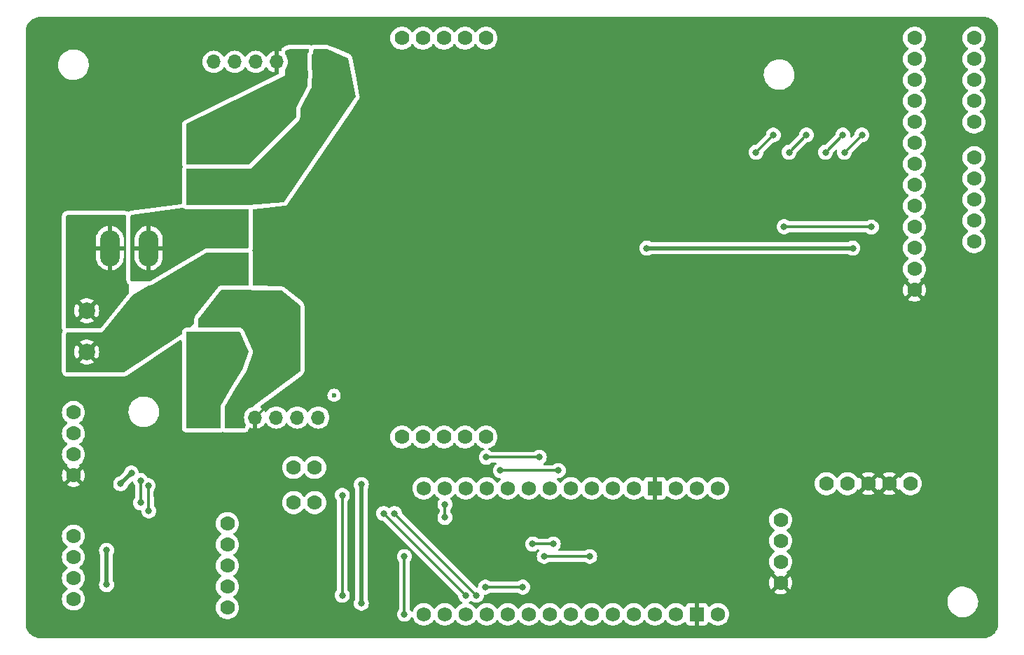
<source format=gbl>
%TF.GenerationSoftware,KiCad,Pcbnew,7.0.10*%
%TF.CreationDate,2024-01-18T22:20:46-08:00*%
%TF.ProjectId,r2dtf dev board rev 1,72326474-6620-4646-9576-20626f617264,rev?*%
%TF.SameCoordinates,Original*%
%TF.FileFunction,Copper,L2,Bot*%
%TF.FilePolarity,Positive*%
%FSLAX46Y46*%
G04 Gerber Fmt 4.6, Leading zero omitted, Abs format (unit mm)*
G04 Created by KiCad (PCBNEW 7.0.10) date 2024-01-18 22:20:46*
%MOMM*%
%LPD*%
G01*
G04 APERTURE LIST*
%TA.AperFunction,ComponentPad*%
%ADD10C,0.600000*%
%TD*%
%TA.AperFunction,ComponentPad*%
%ADD11C,1.727200*%
%TD*%
%TA.AperFunction,ComponentPad*%
%ADD12R,1.727200X1.727200*%
%TD*%
%TA.AperFunction,ComponentPad*%
%ADD13C,2.000000*%
%TD*%
%TA.AperFunction,ComponentPad*%
%ADD14O,2.400000X4.400000*%
%TD*%
%TA.AperFunction,ComponentPad*%
%ADD15C,1.778000*%
%TD*%
%TA.AperFunction,ComponentPad*%
%ADD16R,1.700000X1.700000*%
%TD*%
%TA.AperFunction,ComponentPad*%
%ADD17O,1.700000X1.700000*%
%TD*%
%TA.AperFunction,ViaPad*%
%ADD18C,0.800000*%
%TD*%
%TA.AperFunction,Conductor*%
%ADD19C,0.300000*%
%TD*%
%TA.AperFunction,Conductor*%
%ADD20C,0.500000*%
%TD*%
G04 APERTURE END LIST*
D10*
%TO.P,REF\u002A\u002A6,1*%
%TO.N,GND*%
X140900000Y-74000000D03*
%TD*%
%TO.P,REF\u002A\u002A6,1*%
%TO.N,GND*%
X137200000Y-64400000D03*
%TD*%
%TO.P,REF\u002A\u002A6,1*%
%TO.N,GND*%
X150300000Y-64400000D03*
%TD*%
%TO.P,REF\u002A\u002A6,1*%
%TO.N,GND*%
X147700000Y-61300000D03*
%TD*%
%TO.P,REF\u002A\u002A6,1*%
%TO.N,GND*%
X64400000Y-119700000D03*
%TD*%
D11*
%TO.P,XA1,3V3,3.3V*%
%TO.N,+3V3*%
X102880000Y-132490000D03*
%TO.P,XA1,5V,5V/VUSB_if_SJ1*%
%TO.N,unconnected-(XA1-5V{slash}VUSB_if_SJ1-Pad5V)*%
X128280000Y-132490000D03*
%TO.P,XA1,A0,A0/P0.04/DAC*%
%TO.N,/Post-Jumper CS2*%
X107960000Y-132490000D03*
%TO.P,XA1,A1,A1/P0.05*%
%TO.N,/Post-Jumper CS1*%
X110500000Y-132490000D03*
%TO.P,XA1,A2,A2/P0.30*%
%TO.N,M2-Enc_A-Yellow-3V3*%
X113040000Y-132490000D03*
%TO.P,XA1,A3,A3/P0.29*%
%TO.N,M2-Enc_B-White-3V3*%
X115580000Y-132490000D03*
%TO.P,XA1,A4,A4/P0.31/SDA/Pullup*%
%TO.N,unconnected-(XA1-A4{slash}P0.31{slash}SDA{slash}Pullup-PadA4)*%
X118120000Y-132490000D03*
%TO.P,XA1,A5,A5/P0.02/SCL/Pullup*%
%TO.N,unconnected-(XA1-A5{slash}P0.02{slash}SCL{slash}Pullup-PadA5)*%
X120660000Y-132490000D03*
%TO.P,XA1,A6,A6/P0.28*%
%TO.N,M1-Enc_A-Yellow-3V3*%
X123200000Y-132490000D03*
%TO.P,XA1,A7,A7/P0.03*%
%TO.N,M1-Enc_B-White-3V3*%
X125740000Y-132490000D03*
%TO.P,XA1,AREF,AREF*%
%TO.N,unconnected-(XA1-PadAREF)*%
X105420000Y-132490000D03*
%TO.P,XA1,D0,D0/P1.10/RX*%
%TO.N,unconnected-(XA1-D0{slash}P1.10{slash}RX-PadD0)*%
X133360000Y-117250000D03*
%TO.P,XA1,D1,D1/P1.03/TX*%
%TO.N,unconnected-(XA1-D1{slash}P1.03{slash}TX-PadD1)*%
X135900000Y-117250000D03*
%TO.P,XA1,D2,D2/P1.11*%
%TO.N,M1_INA*%
X125740000Y-117250000D03*
%TO.P,XA1,D3,D3/P1.12/PWM*%
%TO.N,/D3*%
X123200000Y-117250000D03*
%TO.P,XA1,D4,D4/P1.15*%
%TO.N,M1_INB*%
X120660000Y-117250000D03*
%TO.P,XA1,D5,D5/P1.13/PWM*%
%TO.N,TXU_OE*%
X118120000Y-117250000D03*
%TO.P,XA1,D6,D6/P1.14/PWM*%
%TO.N,M1_EN{slash}DIAG*%
X115580000Y-117250000D03*
%TO.P,XA1,D7,D7/P0.23*%
%TO.N,M2_INA*%
X113040000Y-117250000D03*
%TO.P,XA1,D8,D8/P0.21*%
%TO.N,M2_INB*%
X110500000Y-117250000D03*
%TO.P,XA1,D9,D9/P0.27/PWM*%
%TO.N,M1_PWM*%
X107960000Y-117250000D03*
%TO.P,XA1,D10,D10/P1.02/PWM*%
%TO.N,M2_PWM*%
X105420000Y-117250000D03*
%TO.P,XA1,D11,D11/P1.01/MOSI*%
%TO.N,/D11*%
X102880000Y-117250000D03*
%TO.P,XA1,D12,D12/P1.08/MISO*%
%TO.N,M2_EN{slash}DIAG*%
X100340000Y-117250000D03*
%TO.P,XA1,D13,D13/P0.13/SCK/LED*%
%TO.N,/D13*%
X100340000Y-132490000D03*
D12*
%TO.P,XA1,GND1,GND*%
%TO.N,GND*%
X128280000Y-117250000D03*
%TO.P,XA1,GND2,GND*%
X133360000Y-132490000D03*
D11*
%TO.P,XA1,RST1,RESET*%
%TO.N,unconnected-(XA1-RESET-PadRST1)*%
X130820000Y-117250000D03*
%TO.P,XA1,RST2,RESET*%
%TO.N,unconnected-(XA1-RESET-PadRST2)*%
X130820000Y-132490000D03*
%TO.P,XA1,VIN,VIN*%
%TO.N,+5V*%
X135900000Y-132490000D03*
%TD*%
D10*
%TO.P,REF\u002A\u002A6,1*%
%TO.N,GND*%
X123500000Y-112600000D03*
%TD*%
%TO.P,REF\u002A\u002A6,1*%
%TO.N,GND*%
X124300000Y-128000000D03*
%TD*%
%TO.P,REF\u002A\u002A6,1*%
%TO.N,GND*%
X152100000Y-126200000D03*
%TD*%
%TO.P,REF\u002A\u002A6,1*%
%TO.N,GND*%
X169000000Y-81800000D03*
%TD*%
%TO.P,REF\u002A\u002A6,1*%
%TO.N,GND*%
X169000000Y-69200000D03*
%TD*%
%TO.P,REF\u002A\u002A6,1*%
%TO.N,GND*%
X128600000Y-73700000D03*
%TD*%
%TO.P,REF\u002A\u002A6,1*%
%TO.N,GND*%
X114700000Y-81800000D03*
%TD*%
%TO.P,REF\u002A\u002A6,1*%
%TO.N,GND*%
X95100000Y-61300000D03*
%TD*%
%TO.P,REF\u002A\u002A6,1*%
%TO.N,GND*%
X97700000Y-65700000D03*
%TD*%
%TO.P,REF\u002A\u002A6,1*%
%TO.N,N/C*%
X89500000Y-106000000D03*
%TD*%
%TO.P,REF\u002A\u002A6,1*%
%TO.N,GND*%
X105500000Y-98900000D03*
%TD*%
%TO.P,REF\u002A\u002A6,1*%
%TO.N,GND*%
X90500000Y-114600000D03*
%TD*%
%TO.P,REF\u002A\u002A6,1*%
%TO.N,GND*%
X60800000Y-116800000D03*
%TD*%
%TO.P,REF\u002A\u002A6,1*%
%TO.N,GND*%
X67700000Y-70300000D03*
%TD*%
%TO.P,REF\u002A\u002A6,1*%
%TO.N,GND*%
X78000000Y-68200000D03*
%TD*%
%TO.P,REF\u002A\u002A6,1*%
%TO.N,GND*%
X80100000Y-62300000D03*
%TD*%
%TO.P,REF\u002A\u002A6,1*%
%TO.N,GND*%
X55000000Y-62300000D03*
%TD*%
%TO.P,REF\u002A\u002A6,1*%
%TO.N,GND*%
X54500000Y-98100000D03*
%TD*%
%TO.P,REF\u002A\u002A6,1*%
%TO.N,GND*%
X56200000Y-109300000D03*
%TD*%
%TO.P,REF\u002A\u002A6,1*%
%TO.N,GND*%
X163200000Y-64100000D03*
%TD*%
%TO.P,REF\u002A\u002A6,1*%
%TO.N,GND*%
X163200000Y-66600000D03*
%TD*%
%TO.P,REF\u002A\u002A6,1*%
%TO.N,GND*%
X163200000Y-69200000D03*
%TD*%
%TO.P,REF\u002A\u002A6,1*%
%TO.N,GND*%
X163200000Y-71600000D03*
%TD*%
%TO.P,REF\u002A\u002A6,1*%
%TO.N,GND*%
X163200000Y-76700000D03*
%TD*%
%TO.P,REF\u002A\u002A6,1*%
%TO.N,GND*%
X163200000Y-79300000D03*
%TD*%
%TO.P,REF\u002A\u002A6,1*%
%TO.N,GND*%
X163200000Y-81800000D03*
%TD*%
%TO.P,REF\u002A\u002A6,1*%
%TO.N,GND*%
X163200000Y-84400000D03*
%TD*%
%TO.P,REF\u002A\u002A6,1*%
%TO.N,GND*%
X86700000Y-111200000D03*
%TD*%
%TO.P,REF\u002A\u002A6,1*%
%TO.N,GND*%
X82200000Y-111200000D03*
%TD*%
%TO.P,REF\u002A\u002A6,1*%
%TO.N,GND*%
X81500000Y-132500000D03*
%TD*%
%TO.P,REF\u002A\u002A6,1*%
%TO.N,GND*%
X72200000Y-130400000D03*
%TD*%
%TO.P,REF\u002A\u002A8,1*%
%TO.N,GND*%
X95600000Y-114500000D03*
%TD*%
%TO.P,REF\u002A\u002A8,1*%
%TO.N,GND*%
X133900000Y-122300000D03*
%TD*%
%TO.P,REF\u002A\u002A8,1*%
%TO.N,GND*%
X142300000Y-93600000D03*
%TD*%
%TO.P,REF\u002A\u002A8,1*%
%TO.N,GND*%
X129800000Y-93600000D03*
%TD*%
%TO.P,REF\u002A\u002A8,1*%
%TO.N,GND*%
X125400000Y-93600000D03*
%TD*%
%TO.P,REF\u002A\u002A8,1*%
%TO.N,GND*%
X163200000Y-74200000D03*
%TD*%
%TO.P,REF\u002A\u002A8,1*%
%TO.N,GND*%
X157900000Y-103700000D03*
%TD*%
%TO.P,REF\u002A\u002A7,1*%
%TO.N,GND*%
X156900000Y-103700000D03*
%TD*%
%TO.P,REF\u002A\u002A,1*%
%TO.N,GND*%
X155900000Y-101700000D03*
%TD*%
%TO.P,REF\u002A\u002A3,1*%
%TO.N,GND*%
X155900000Y-102700000D03*
%TD*%
%TO.P,REF\u002A\u002A4,1*%
%TO.N,GND*%
X156900000Y-102700000D03*
%TD*%
%TO.P,REF\u002A\u002A5,1*%
%TO.N,GND*%
X157900000Y-102700000D03*
%TD*%
%TO.P,REF\u002A\u002A2,1*%
%TO.N,GND*%
X157900000Y-101700000D03*
%TD*%
%TO.P,REF\u002A\u002A6,1*%
%TO.N,GND*%
X155900000Y-103700000D03*
%TD*%
%TO.P,REF\u002A\u002A1,1*%
%TO.N,GND*%
X156900000Y-101700000D03*
%TD*%
%TO.P,REF\u002A\u002A8,1*%
%TO.N,GND*%
X142800000Y-108400000D03*
%TD*%
%TO.P,REF\u002A\u002A7,1*%
%TO.N,GND*%
X141800000Y-108400000D03*
%TD*%
%TO.P,REF\u002A\u002A,1*%
%TO.N,GND*%
X140800000Y-106400000D03*
%TD*%
%TO.P,REF\u002A\u002A3,1*%
%TO.N,GND*%
X140800000Y-107400000D03*
%TD*%
%TO.P,REF\u002A\u002A4,1*%
%TO.N,GND*%
X141800000Y-107400000D03*
%TD*%
%TO.P,REF\u002A\u002A5,1*%
%TO.N,GND*%
X142800000Y-107400000D03*
%TD*%
%TO.P,REF\u002A\u002A2,1*%
%TO.N,GND*%
X142800000Y-106400000D03*
%TD*%
%TO.P,REF\u002A\u002A6,1*%
%TO.N,GND*%
X140800000Y-108400000D03*
%TD*%
%TO.P,REF\u002A\u002A1,1*%
%TO.N,GND*%
X141800000Y-106400000D03*
%TD*%
%TO.P,REF\u002A\u002A8,1*%
%TO.N,GND*%
X131600000Y-64500000D03*
%TD*%
%TO.P,REF\u002A\u002A7,1*%
%TO.N,GND*%
X130600000Y-64500000D03*
%TD*%
%TO.P,REF\u002A\u002A,1*%
%TO.N,GND*%
X129600000Y-62500000D03*
%TD*%
%TO.P,REF\u002A\u002A3,1*%
%TO.N,GND*%
X129600000Y-63500000D03*
%TD*%
%TO.P,REF\u002A\u002A4,1*%
%TO.N,GND*%
X130600000Y-63500000D03*
%TD*%
%TO.P,REF\u002A\u002A5,1*%
%TO.N,GND*%
X131600000Y-63500000D03*
%TD*%
%TO.P,REF\u002A\u002A2,1*%
%TO.N,GND*%
X131600000Y-62500000D03*
%TD*%
%TO.P,REF\u002A\u002A6,1*%
%TO.N,GND*%
X129600000Y-64500000D03*
%TD*%
%TO.P,REF\u002A\u002A1,1*%
%TO.N,GND*%
X130600000Y-62500000D03*
%TD*%
%TO.P,REF\u002A\u002A8,1*%
%TO.N,GND*%
X56000000Y-74000000D03*
%TD*%
%TO.P,REF\u002A\u002A7,1*%
%TO.N,GND*%
X55000000Y-74000000D03*
%TD*%
%TO.P,REF\u002A\u002A,1*%
%TO.N,GND*%
X54000000Y-72000000D03*
%TD*%
%TO.P,REF\u002A\u002A3,1*%
%TO.N,GND*%
X54000000Y-73000000D03*
%TD*%
%TO.P,REF\u002A\u002A4,1*%
%TO.N,GND*%
X55000000Y-73000000D03*
%TD*%
%TO.P,REF\u002A\u002A5,1*%
%TO.N,GND*%
X56000000Y-73000000D03*
%TD*%
%TO.P,REF\u002A\u002A2,1*%
%TO.N,GND*%
X56000000Y-72000000D03*
%TD*%
%TO.P,REF\u002A\u002A6,1*%
%TO.N,GND*%
X54000000Y-74000000D03*
%TD*%
%TO.P,REF\u002A\u002A1,1*%
%TO.N,GND*%
X55000000Y-72000000D03*
%TD*%
%TO.P,REF\u002A\u002A3,1*%
%TO.N,GND*%
X96800000Y-88000000D03*
%TD*%
%TO.P,REF\u002A\u002A2,1*%
%TO.N,GND*%
X98800000Y-87000000D03*
%TD*%
%TO.P,REF\u002A\u002A1,1*%
%TO.N,GND*%
X97800000Y-87000000D03*
%TD*%
%TO.P,REF\u002A\u002A5,1*%
%TO.N,GND*%
X98800000Y-88000000D03*
%TD*%
%TO.P,REF\u002A\u002A,1*%
%TO.N,GND*%
X96800000Y-87000000D03*
%TD*%
%TO.P,REF\u002A\u002A8,1*%
%TO.N,GND*%
X98800000Y-89000000D03*
%TD*%
%TO.P,REF\u002A\u002A6,1*%
%TO.N,GND*%
X96800000Y-89000000D03*
%TD*%
%TO.P,REF\u002A\u002A7,1*%
%TO.N,GND*%
X97800000Y-89000000D03*
%TD*%
%TO.P,REF\u002A\u002A4,1*%
%TO.N,GND*%
X97800000Y-88000000D03*
%TD*%
%TO.P,REF\u002A\u002A6,1*%
%TO.N,GND*%
X57200000Y-119800000D03*
%TD*%
%TO.P,REF\u002A\u002A6,1*%
%TO.N,GND*%
X68200000Y-132000000D03*
%TD*%
%TO.P,REF\u002A\u002A6,1*%
%TO.N,GND*%
X81500000Y-128000000D03*
%TD*%
%TO.P,REF\u002A\u002A6,1*%
%TO.N,GND*%
X81500000Y-125400000D03*
%TD*%
%TO.P,REF\u002A\u002A6,1*%
%TO.N,GND*%
X81500000Y-122700000D03*
%TD*%
%TO.P,REF\u002A\u002A8,1*%
%TO.N,GND*%
X114200000Y-99900000D03*
%TD*%
%TO.P,REF\u002A\u002A7,1*%
%TO.N,GND*%
X113200000Y-99900000D03*
%TD*%
%TO.P,REF\u002A\u002A,1*%
%TO.N,GND*%
X112200000Y-97900000D03*
%TD*%
%TO.P,REF\u002A\u002A3,1*%
%TO.N,GND*%
X112200000Y-98900000D03*
%TD*%
%TO.P,REF\u002A\u002A4,1*%
%TO.N,GND*%
X113200000Y-98900000D03*
%TD*%
%TO.P,REF\u002A\u002A5,1*%
%TO.N,GND*%
X114200000Y-98900000D03*
%TD*%
%TO.P,REF\u002A\u002A2,1*%
%TO.N,GND*%
X114200000Y-97900000D03*
%TD*%
%TO.P,REF\u002A\u002A6,1*%
%TO.N,GND*%
X112200000Y-99900000D03*
%TD*%
%TO.P,REF\u002A\u002A1,1*%
%TO.N,GND*%
X113200000Y-97900000D03*
%TD*%
%TO.P,REF\u002A\u002A8,1*%
%TO.N,GND*%
X128700000Y-82800000D03*
%TD*%
%TO.P,REF\u002A\u002A7,1*%
%TO.N,GND*%
X127700000Y-82800000D03*
%TD*%
%TO.P,REF\u002A\u002A,1*%
%TO.N,GND*%
X126700000Y-80800000D03*
%TD*%
%TO.P,REF\u002A\u002A3,1*%
%TO.N,GND*%
X126700000Y-81800000D03*
%TD*%
%TO.P,REF\u002A\u002A4,1*%
%TO.N,GND*%
X127700000Y-81800000D03*
%TD*%
%TO.P,REF\u002A\u002A5,1*%
%TO.N,GND*%
X128700000Y-81800000D03*
%TD*%
%TO.P,REF\u002A\u002A2,1*%
%TO.N,GND*%
X128700000Y-80800000D03*
%TD*%
%TO.P,REF\u002A\u002A6,1*%
%TO.N,GND*%
X126700000Y-82800000D03*
%TD*%
%TO.P,REF\u002A\u002A1,1*%
%TO.N,GND*%
X127700000Y-80800000D03*
%TD*%
%TO.P,REF\u002A\u002A8,1*%
%TO.N,GND*%
X116900000Y-129600000D03*
%TD*%
%TO.P,REF\u002A\u002A7,1*%
%TO.N,GND*%
X115900000Y-129600000D03*
%TD*%
%TO.P,REF\u002A\u002A,1*%
%TO.N,GND*%
X114900000Y-127600000D03*
%TD*%
%TO.P,REF\u002A\u002A3,1*%
%TO.N,GND*%
X114900000Y-128600000D03*
%TD*%
%TO.P,REF\u002A\u002A4,1*%
%TO.N,GND*%
X115900000Y-128600000D03*
%TD*%
%TO.P,REF\u002A\u002A5,1*%
%TO.N,GND*%
X116900000Y-128600000D03*
%TD*%
%TO.P,REF\u002A\u002A2,1*%
%TO.N,GND*%
X116900000Y-127600000D03*
%TD*%
%TO.P,REF\u002A\u002A6,1*%
%TO.N,GND*%
X114900000Y-129600000D03*
%TD*%
%TO.P,REF\u002A\u002A1,1*%
%TO.N,GND*%
X115900000Y-127600000D03*
%TD*%
%TO.P,REF\u002A\u002A8,1*%
%TO.N,GND*%
X122600000Y-123800000D03*
%TD*%
%TO.P,REF\u002A\u002A7,1*%
%TO.N,GND*%
X121600000Y-123800000D03*
%TD*%
%TO.P,REF\u002A\u002A,1*%
%TO.N,GND*%
X120600000Y-121800000D03*
%TD*%
%TO.P,REF\u002A\u002A3,1*%
%TO.N,GND*%
X120600000Y-122800000D03*
%TD*%
%TO.P,REF\u002A\u002A4,1*%
%TO.N,GND*%
X121600000Y-122800000D03*
%TD*%
%TO.P,REF\u002A\u002A5,1*%
%TO.N,GND*%
X122600000Y-122800000D03*
%TD*%
%TO.P,REF\u002A\u002A2,1*%
%TO.N,GND*%
X122600000Y-121800000D03*
%TD*%
%TO.P,REF\u002A\u002A6,1*%
%TO.N,GND*%
X120600000Y-123800000D03*
%TD*%
%TO.P,REF\u002A\u002A1,1*%
%TO.N,GND*%
X121600000Y-121800000D03*
%TD*%
%TO.P,REF\u002A\u002A8,1*%
%TO.N,GND*%
X62600000Y-133700000D03*
%TD*%
%TO.P,REF\u002A\u002A7,1*%
%TO.N,GND*%
X61600000Y-133700000D03*
%TD*%
%TO.P,REF\u002A\u002A,1*%
%TO.N,GND*%
X60600000Y-131700000D03*
%TD*%
%TO.P,REF\u002A\u002A3,1*%
%TO.N,GND*%
X60600000Y-132700000D03*
%TD*%
%TO.P,REF\u002A\u002A4,1*%
%TO.N,GND*%
X61600000Y-132700000D03*
%TD*%
%TO.P,REF\u002A\u002A5,1*%
%TO.N,GND*%
X62600000Y-132700000D03*
%TD*%
%TO.P,REF\u002A\u002A2,1*%
%TO.N,GND*%
X62600000Y-131700000D03*
%TD*%
%TO.P,REF\u002A\u002A6,1*%
%TO.N,GND*%
X60600000Y-133700000D03*
%TD*%
%TO.P,REF\u002A\u002A1,1*%
%TO.N,GND*%
X61600000Y-131700000D03*
%TD*%
%TO.P,REF\u002A\u002A8,1*%
%TO.N,GND*%
X72900000Y-118000000D03*
%TD*%
%TO.P,REF\u002A\u002A7,1*%
%TO.N,GND*%
X71900000Y-118000000D03*
%TD*%
%TO.P,REF\u002A\u002A,1*%
%TO.N,GND*%
X70900000Y-116000000D03*
%TD*%
%TO.P,REF\u002A\u002A3,1*%
%TO.N,GND*%
X70900000Y-117000000D03*
%TD*%
%TO.P,REF\u002A\u002A4,1*%
%TO.N,GND*%
X71900000Y-117000000D03*
%TD*%
%TO.P,REF\u002A\u002A5,1*%
%TO.N,GND*%
X72900000Y-117000000D03*
%TD*%
%TO.P,REF\u002A\u002A2,1*%
%TO.N,GND*%
X72900000Y-116000000D03*
%TD*%
%TO.P,REF\u002A\u002A6,1*%
%TO.N,GND*%
X70900000Y-118000000D03*
%TD*%
%TO.P,REF\u002A\u002A1,1*%
%TO.N,GND*%
X71900000Y-116000000D03*
%TD*%
%TO.P,REF\u002A\u002A8,1*%
%TO.N,GND*%
X62500000Y-106500000D03*
%TD*%
%TO.P,REF\u002A\u002A7,1*%
%TO.N,GND*%
X61500000Y-106500000D03*
%TD*%
%TO.P,REF\u002A\u002A,1*%
%TO.N,GND*%
X60500000Y-104500000D03*
%TD*%
%TO.P,REF\u002A\u002A3,1*%
%TO.N,GND*%
X60500000Y-105500000D03*
%TD*%
%TO.P,REF\u002A\u002A4,1*%
%TO.N,GND*%
X61500000Y-105500000D03*
%TD*%
%TO.P,REF\u002A\u002A5,1*%
%TO.N,GND*%
X62500000Y-105500000D03*
%TD*%
%TO.P,REF\u002A\u002A2,1*%
%TO.N,GND*%
X62500000Y-104500000D03*
%TD*%
%TO.P,REF\u002A\u002A6,1*%
%TO.N,GND*%
X60500000Y-106500000D03*
%TD*%
%TO.P,REF\u002A\u002A1,1*%
%TO.N,GND*%
X61500000Y-104500000D03*
%TD*%
%TO.P,REF\u002A\u002A3,1*%
%TO.N,GND*%
X61000000Y-81900000D03*
%TD*%
%TO.P,REF\u002A\u002A2,1*%
%TO.N,GND*%
X63000000Y-80900000D03*
%TD*%
%TO.P,REF\u002A\u002A1,1*%
%TO.N,GND*%
X62000000Y-80900000D03*
%TD*%
%TO.P,REF\u002A\u002A5,1*%
%TO.N,GND*%
X63000000Y-81900000D03*
%TD*%
%TO.P,REF\u002A\u002A,1*%
%TO.N,GND*%
X61000000Y-80900000D03*
%TD*%
%TO.P,REF\u002A\u002A8,1*%
%TO.N,GND*%
X63000000Y-82900000D03*
%TD*%
%TO.P,REF\u002A\u002A6,1*%
%TO.N,GND*%
X61000000Y-82900000D03*
%TD*%
%TO.P,REF\u002A\u002A7,1*%
%TO.N,GND*%
X62000000Y-82900000D03*
%TD*%
%TO.P,REF\u002A\u002A4,1*%
%TO.N,GND*%
X62000000Y-81900000D03*
%TD*%
%TO.P,REF\u002A\u002A8,1*%
%TO.N,GND*%
X82600000Y-89500000D03*
%TD*%
%TO.P,REF\u002A\u002A5,1*%
%TO.N,GND*%
X82600000Y-88500000D03*
%TD*%
%TO.P,REF\u002A\u002A3,1*%
%TO.N,GND*%
X80600000Y-88500000D03*
%TD*%
%TO.P,REF\u002A\u002A2,1*%
%TO.N,GND*%
X82600000Y-87500000D03*
%TD*%
%TO.P,REF\u002A\u002A4,1*%
%TO.N,GND*%
X81600000Y-88500000D03*
%TD*%
%TO.P,REF\u002A\u002A7,1*%
%TO.N,GND*%
X81600000Y-89500000D03*
%TD*%
%TO.P,REF\u002A\u002A1,1*%
%TO.N,GND*%
X81600000Y-87500000D03*
%TD*%
%TO.P,REF\u002A\u002A6,1*%
%TO.N,GND*%
X80600000Y-89500000D03*
%TD*%
%TO.P,REF\u002A\u002A,1*%
%TO.N,GND*%
X80600000Y-87500000D03*
%TD*%
D13*
%TO.P,J1,1,Pin_1-VBAT*%
%TO.N,VBAT*%
X59600000Y-95750000D03*
%TO.P,J1,2,Pin_2-GND*%
%TO.N,/BATT GND*%
X59600000Y-100750000D03*
%TD*%
D14*
%TO.P,SW1,1,A*%
%TO.N,/BATT POST_SWITCH*%
X67100000Y-88200000D03*
%TO.P,SW1,2,B*%
%TO.N,VBAT*%
X62400000Y-88200000D03*
%TD*%
D15*
%TO.P,U2,1,GND*%
%TO.N,GND*%
X159662500Y-93267500D03*
%TO.P,U2,2,VOUT-Rev_Protected_VBAT*%
%TO.N,Net-(U2-VOUT-Rev_Protected_VBAT)*%
X159662500Y-90727500D03*
%TO.P,U2,3,VDD-Input*%
%TO.N,+3V3*%
X159662500Y-88187500D03*
%TO.P,U2,4,M1EN/DIAG*%
%TO.N,M1_EN{slash}DIAG*%
X159662500Y-85647500D03*
%TO.P,U2,5,M1INA*%
%TO.N,M1_INA*%
X159662500Y-83107500D03*
%TO.P,U2,6,M1INB*%
%TO.N,M1_INB*%
X159662500Y-80567500D03*
%TO.P,U2,7,M1PWM*%
%TO.N,M1_PWM*%
X159662500Y-78027500D03*
%TO.P,U2,8,M1CS*%
%TO.N,M1_CS*%
X159662500Y-75487500D03*
%TO.P,U2,9,M2EN/DIAG*%
%TO.N,M2_EN{slash}DIAG*%
X159662500Y-72947500D03*
%TO.P,U2,10,M2INA*%
%TO.N,M2_INA*%
X159662500Y-70407500D03*
%TO.P,U2,11,M2INB*%
%TO.N,M2_INB*%
X159662500Y-67867500D03*
%TO.P,U2,12,M2PWM*%
%TO.N,M2_PWM*%
X159662500Y-65327500D03*
%TO.P,U2,13,M2CS*%
%TO.N,M2_CS*%
X159662500Y-62787500D03*
%TO.P,U2,14,Mech_Conn*%
%TO.N,unconnected-(U2-Mech_Conn-Pad14)*%
X97686500Y-62787500D03*
%TO.P,U2,15,Mech_Conn*%
%TO.N,unconnected-(U2-Mech_Conn-Pad15)*%
X100226500Y-62787500D03*
%TO.P,U2,16,Mech_Conn*%
%TO.N,unconnected-(U2-Mech_Conn-Pad16)*%
X102766500Y-62787500D03*
%TO.P,U2,17,Mech_Conn*%
%TO.N,unconnected-(U2-Mech_Conn-Pad17)*%
X105306500Y-62787500D03*
%TO.P,U2,18,Mech_Conn*%
%TO.N,unconnected-(U2-Mech_Conn-Pad18)*%
X107846500Y-62787500D03*
%TO.P,U2,19,Mech_Conn*%
%TO.N,unconnected-(U2-Mech_Conn-Pad19)*%
X97686500Y-111047500D03*
%TO.P,U2,20,Mech_Conn*%
%TO.N,unconnected-(U2-Mech_Conn-Pad20)*%
X100226500Y-111047500D03*
%TO.P,U2,21,Mech_Conn*%
%TO.N,unconnected-(U2-Mech_Conn-Pad21)*%
X102766500Y-111047500D03*
%TO.P,U2,22,Mech_Conn*%
%TO.N,unconnected-(U2-Mech_Conn-Pad22)*%
X105306500Y-111047500D03*
%TO.P,U2,23,Mech_Conn*%
%TO.N,unconnected-(U2-Mech_Conn-Pad23)*%
X107846500Y-111047500D03*
%TD*%
D13*
%TO.P,J6,1,Pin_1*%
%TO.N,/M1 Red*%
X76100000Y-100750000D03*
%TO.P,J6,2,Pin_2*%
%TO.N,/M1 Black*%
X76100000Y-95750000D03*
%TD*%
D16*
%TO.P,J5,1,M2-Red-Power*%
%TO.N,/M2 Red*%
X87655400Y-65659000D03*
D17*
%TO.P,J5,2,M2-Black-Power*%
%TO.N,/M2 Black*%
X85115400Y-65659000D03*
%TO.P,J5,3,M2-Green-Enc_GND*%
%TO.N,GND*%
X82575400Y-65659000D03*
%TO.P,J5,4,M2-Blue-Enc_VCC*%
%TO.N,+5V*%
X80035400Y-65659000D03*
%TO.P,J5,5,M2-Yellow-ENC_A*%
%TO.N,M2-Enc_A-Yellow-5V*%
X77495400Y-65659000D03*
%TO.P,J5,6,M2-White-ENC_B*%
%TO.N,M2-Enc_B-White-5V*%
X74955400Y-65659000D03*
%TD*%
D16*
%TO.P,J4,1,M1-Red-Power*%
%TO.N,/M1 Red*%
X74880000Y-108686600D03*
D17*
%TO.P,J4,2,M1-Black-Power*%
%TO.N,/M1 Black*%
X77420000Y-108686600D03*
%TO.P,J4,3,M1-Green-Enc_GND*%
%TO.N,GND*%
X79960000Y-108686600D03*
%TO.P,J4,4,M1-Blue-Enc_VCC*%
%TO.N,+5V*%
X82500000Y-108686600D03*
%TO.P,J4,5,M1-Yellow-ENC_A*%
%TO.N,M1-Enc_A-Yellow-5V*%
X85040000Y-108686600D03*
%TO.P,J4,6,M1-White-ENC_B*%
%TO.N,M1-Enc_B-White-5V*%
X87580000Y-108686600D03*
%TD*%
D15*
%TO.P,J2,1,Pin_1*%
%TO.N,M1_CS*%
X87172800Y-114736100D03*
%TO.P,J2,2,Pin_2*%
%TO.N,M2_CS*%
X84632800Y-114736100D03*
%TD*%
%TO.P,J9,1,Pin_1*%
%TO.N,/D3*%
X143484600Y-121056400D03*
%TO.P,J9,2,Pin_2*%
%TO.N,/D11*%
X143484600Y-123596400D03*
%TO.P,J9,3,Pin_3*%
%TO.N,/D13*%
X143484600Y-126136400D03*
%TO.P,J9,4,Pin_4*%
%TO.N,GND*%
X143484600Y-128676400D03*
%TD*%
%TO.P,J10,1,Pin_1*%
%TO.N,VBAT*%
X58000000Y-108079500D03*
%TO.P,J10,2,Pin_2*%
%TO.N,+5V*%
X58000000Y-110619500D03*
%TO.P,J10,3,Pin_3*%
%TO.N,+3V3*%
X58000000Y-113159500D03*
%TO.P,J10,4,Pin_4*%
%TO.N,GND*%
X58000000Y-115699500D03*
%TD*%
D13*
%TO.P,J8,1,Pin_1*%
%TO.N,/M2 Red*%
X76100000Y-80750000D03*
%TO.P,J8,2,Pin_2*%
%TO.N,/M2 Black*%
X76100000Y-75750000D03*
%TD*%
D15*
%TO.P,J3,1,Pin_1*%
%TO.N,/Post-Jumper CS1*%
X87172800Y-118986100D03*
%TO.P,J3,2,Pin_2*%
%TO.N,/Post-Jumper CS2*%
X84632800Y-118986100D03*
%TD*%
%TO.P,J13,1,Pin_1*%
%TO.N,M1-Enc_A-Yellow-5V*%
X58000000Y-123024000D03*
%TO.P,J13,2,Pin_2*%
%TO.N,M1-Enc_B-White-5V*%
X58000000Y-125564000D03*
%TO.P,J13,3,Pin_3*%
%TO.N,M2-Enc_A-Yellow-5V*%
X58000000Y-128104000D03*
%TO.P,J13,4,Pin_4*%
%TO.N,M2-Enc_B-White-5V*%
X58000000Y-130644000D03*
%TD*%
D13*
%TO.P,J7,1,Pin_1-GND*%
%TO.N,/BATT GND*%
X76100000Y-90750000D03*
%TO.P,J7,2,Pin_2-VBAT*%
%TO.N,/BATT POST_SWITCH*%
X76100000Y-85750000D03*
%TD*%
D15*
%TO.P,J12,5,Pin_5*%
%TO.N,M2_CS*%
X166860500Y-62780500D03*
%TO.P,J12,4,Pin_4*%
%TO.N,M2_PWM*%
X166860500Y-65320500D03*
%TO.P,J12,3,Pin_3*%
%TO.N,M2_INB*%
X166860500Y-67860500D03*
%TO.P,J12,2,Pin_2*%
%TO.N,M2_INA*%
X166860500Y-70400500D03*
%TO.P,J12,1,Pin_1*%
%TO.N,M2_EN{slash}DIAG*%
X166860500Y-72940500D03*
%TD*%
%TO.P,U3,1,Enable*%
%TO.N,unconnected-(U3-Enable-Pad1)*%
X148996400Y-116687600D03*
%TO.P,U3,2,In_+_4.5-20V*%
%TO.N,Net-(U2-VOUT-Rev_Protected_VBAT)*%
X151536400Y-116687600D03*
%TO.P,U3,3,In_-*%
%TO.N,GND*%
X154076400Y-116687600D03*
%TO.P,U3,4,Out_-*%
X156616400Y-116687600D03*
%TO.P,U3,5,Out_+_1-16V*%
%TO.N,+5V*%
X159156400Y-116687600D03*
%TD*%
%TO.P,J14,1,Pin_1*%
%TO.N,M1-Enc_A-Yellow-3V3*%
X76600000Y-121524000D03*
%TO.P,J14,2,Pin_2*%
%TO.N,M1-Enc_B-White-3V3*%
X76600000Y-124064000D03*
%TO.P,J14,3,Pin_3*%
%TO.N,M2-Enc_A-Yellow-3V3*%
X76600000Y-126604000D03*
%TO.P,J14,4,Pin_4*%
%TO.N,M2-Enc_B-White-3V3*%
X76600000Y-129144000D03*
%TO.P,J14,5,Pin_5*%
%TO.N,TXU_OE*%
X76600000Y-131684000D03*
%TD*%
%TO.P,J11,5,Pin_5*%
%TO.N,M1_CS*%
X166860500Y-77250000D03*
%TO.P,J11,4,Pin_4*%
%TO.N,M1_PWM*%
X166860500Y-79790000D03*
%TO.P,J11,3,Pin_3*%
%TO.N,M1_INB*%
X166860500Y-82330000D03*
%TO.P,J11,2,Pin_2*%
%TO.N,M1_INA*%
X166860500Y-84870000D03*
%TO.P,J11,1,Pin_1*%
%TO.N,M1_EN{slash}DIAG*%
X166860500Y-87410000D03*
%TD*%
D18*
%TO.N,+5V*%
X63700000Y-116700000D03*
X65000000Y-115400000D03*
%TO.N,M1-Enc_B-White-5V*%
X67025000Y-116925000D03*
X67100000Y-120000000D03*
%TO.N,M1-Enc_A-Yellow-5V*%
X66100000Y-116300000D03*
X66100000Y-119000000D03*
%TO.N,/D11*%
X102900000Y-120774000D03*
X102900000Y-119200000D03*
%TO.N,/D13*%
X120400000Y-125500000D03*
X114900000Y-125500000D03*
X98000000Y-125500000D03*
X98000000Y-132500000D03*
%TO.N,+3V3*%
X152200000Y-88200000D03*
X127300000Y-88200000D03*
X92800000Y-116800000D03*
X92800000Y-131176400D03*
%TO.N,TXU_OE*%
X90500000Y-118100000D03*
X90500000Y-130200000D03*
%TO.N,/Post-Jumper CS2*%
X95500000Y-120300000D03*
X105400000Y-130200000D03*
%TO.N,/Post-Jumper CS1*%
X96800000Y-120300000D03*
X106700000Y-130200000D03*
%TO.N,M1-Enc_B-White-3V3*%
X113500000Y-124000000D03*
X116000000Y-124000000D03*
%TO.N,M2-Enc_B-White-3V3*%
X107800000Y-129200000D03*
X112300000Y-129200000D03*
%TO.N,+5V*%
X62000000Y-128900000D03*
X62000000Y-124750000D03*
%TO.N,M1_EN{slash}DIAG*%
X154447500Y-85647500D03*
X143900000Y-85600000D03*
%TO.N,M2_EN{slash}DIAG*%
X153300000Y-74500000D03*
X151200000Y-76600000D03*
X114300000Y-113500000D03*
X107900000Y-113500000D03*
%TO.N,M2_PWM*%
X142600000Y-74500000D03*
X140500000Y-76600000D03*
%TO.N,M1_PWM*%
X116600000Y-115100000D03*
X109600000Y-115100000D03*
%TO.N,M2_INB*%
X144500000Y-76600000D03*
X146600000Y-74500000D03*
%TO.N,M2_INA*%
X151000000Y-74500000D03*
X148900000Y-76600000D03*
%TD*%
D19*
%TO.N,GND*%
X79960000Y-108686600D02*
X81623300Y-107023300D01*
%TO.N,M1-Enc_B-White-5V*%
X67025000Y-116925000D02*
X67100000Y-120000000D01*
D20*
%TO.N,+5V*%
X65000000Y-115400000D02*
X63700000Y-116700000D01*
D19*
%TO.N,M1-Enc_A-Yellow-5V*%
X66100000Y-119000000D02*
X66100000Y-116300000D01*
%TO.N,/D11*%
X102900000Y-119200000D02*
X102900000Y-120774000D01*
D20*
%TO.N,+3V3*%
X92800000Y-131176400D02*
X92800000Y-116800000D01*
D19*
%TO.N,TXU_OE*%
X90500000Y-130200000D02*
X90500000Y-118100000D01*
%TO.N,/D13*%
X114900000Y-125500000D02*
X120400000Y-125500000D01*
X98000000Y-132500000D02*
X98000000Y-125500000D01*
D20*
%TO.N,+3V3*%
X127300000Y-88200000D02*
X152200000Y-88200000D01*
D19*
%TO.N,/Post-Jumper CS2*%
X105400000Y-130200000D02*
X95500000Y-120300000D01*
%TO.N,/Post-Jumper CS1*%
X106700000Y-130200000D02*
X96800000Y-120300000D01*
%TO.N,M1-Enc_B-White-3V3*%
X116000000Y-124000000D02*
X113500000Y-124000000D01*
%TO.N,M2-Enc_B-White-3V3*%
X112300000Y-129200000D02*
X107800000Y-129200000D01*
D20*
%TO.N,+5V*%
X62000000Y-128900000D02*
X62000000Y-124750000D01*
D19*
%TO.N,M1_EN{slash}DIAG*%
X143900000Y-85600000D02*
X154400000Y-85600000D01*
X154400000Y-85600000D02*
X154447500Y-85647500D01*
%TO.N,M2_EN{slash}DIAG*%
X151200000Y-76600000D02*
X153300000Y-74500000D01*
X107900000Y-113500000D02*
X114300000Y-113500000D01*
%TO.N,M1_PWM*%
X109600000Y-115100000D02*
X116600000Y-115100000D01*
%TO.N,M2_PWM*%
X140500000Y-76600000D02*
X142600000Y-74500000D01*
%TO.N,M2_INB*%
X144500000Y-76600000D02*
X146600000Y-74500000D01*
%TO.N,M2_INA*%
X148900000Y-76600000D02*
X151000000Y-74500000D01*
%TD*%
%TA.AperFunction,Conductor*%
%TO.N,GND*%
G36*
X168004043Y-60200765D02*
G01*
X168226790Y-60215364D01*
X168242848Y-60217479D01*
X168428875Y-60254482D01*
X168457771Y-60260230D01*
X168473438Y-60264428D01*
X168626569Y-60316409D01*
X168680944Y-60334867D01*
X168695921Y-60341070D01*
X168886791Y-60435196D01*
X168892460Y-60437992D01*
X168906507Y-60446102D01*
X168938789Y-60467672D01*
X169088712Y-60567848D01*
X169101573Y-60577716D01*
X169173088Y-60640433D01*
X169266328Y-60722202D01*
X169277797Y-60733671D01*
X169369808Y-60838590D01*
X169388160Y-60859517D01*
X169422280Y-60898423D01*
X169432154Y-60911291D01*
X169553897Y-61093492D01*
X169562007Y-61107539D01*
X169658926Y-61304071D01*
X169665133Y-61319057D01*
X169735571Y-61526561D01*
X169739769Y-61542228D01*
X169782518Y-61757140D01*
X169784636Y-61773221D01*
X169799235Y-61995956D01*
X169799500Y-62004066D01*
X169799500Y-133581721D01*
X169799235Y-133589830D01*
X169784638Y-133812566D01*
X169782520Y-133828648D01*
X169739772Y-134043557D01*
X169735575Y-134059223D01*
X169665137Y-134266733D01*
X169658929Y-134281719D01*
X169562007Y-134478259D01*
X169553897Y-134492306D01*
X169432161Y-134674498D01*
X169422287Y-134687367D01*
X169277801Y-134852123D01*
X169266332Y-134863592D01*
X169101580Y-135008077D01*
X169088712Y-135017951D01*
X168906511Y-135139695D01*
X168892464Y-135147805D01*
X168695931Y-135244725D01*
X168680946Y-135250932D01*
X168473441Y-135321371D01*
X168457773Y-135325569D01*
X168242860Y-135368318D01*
X168226779Y-135370436D01*
X168004257Y-135385021D01*
X167996147Y-135385286D01*
X54018278Y-135385286D01*
X54010169Y-135385021D01*
X53787433Y-135370424D01*
X53771352Y-135368306D01*
X53743705Y-135362806D01*
X53556444Y-135325558D01*
X53540778Y-135321361D01*
X53333265Y-135250922D01*
X53318278Y-135244714D01*
X53121746Y-135147795D01*
X53107700Y-135139685D01*
X52925505Y-135017947D01*
X52912636Y-135008073D01*
X52747881Y-134863587D01*
X52736412Y-134852118D01*
X52591926Y-134687363D01*
X52582052Y-134674494D01*
X52460314Y-134492299D01*
X52452204Y-134478253D01*
X52355285Y-134281721D01*
X52355284Y-134281719D01*
X52355282Y-134281714D01*
X52349077Y-134266734D01*
X52278638Y-134059221D01*
X52274441Y-134043555D01*
X52231691Y-133828634D01*
X52229576Y-133812577D01*
X52214979Y-133589829D01*
X52214714Y-133581721D01*
X52214714Y-130644005D01*
X56605738Y-130644005D01*
X56624753Y-130873484D01*
X56681282Y-131096714D01*
X56773782Y-131307594D01*
X56899728Y-131500370D01*
X56899731Y-131500373D01*
X57055692Y-131669792D01*
X57127487Y-131725672D01*
X57231008Y-131806246D01*
X57237411Y-131811229D01*
X57439931Y-131920828D01*
X57553025Y-131959653D01*
X57657725Y-131995597D01*
X57657727Y-131995597D01*
X57657729Y-131995598D01*
X57884863Y-132033500D01*
X57884864Y-132033500D01*
X58115136Y-132033500D01*
X58115137Y-132033500D01*
X58342271Y-131995598D01*
X58560069Y-131920828D01*
X58762589Y-131811229D01*
X58926047Y-131684005D01*
X75205738Y-131684005D01*
X75224753Y-131913484D01*
X75281282Y-132136714D01*
X75373782Y-132347594D01*
X75499728Y-132540370D01*
X75506238Y-132547442D01*
X75655692Y-132709792D01*
X75741757Y-132776779D01*
X75825441Y-132841913D01*
X75837411Y-132851229D01*
X76039931Y-132960828D01*
X76126503Y-132990548D01*
X76257725Y-133035597D01*
X76257727Y-133035597D01*
X76257729Y-133035598D01*
X76484863Y-133073500D01*
X76484864Y-133073500D01*
X76715136Y-133073500D01*
X76715137Y-133073500D01*
X76942271Y-133035598D01*
X77160069Y-132960828D01*
X77362589Y-132851229D01*
X77544308Y-132709792D01*
X77700269Y-132540373D01*
X77826217Y-132347595D01*
X77918717Y-132136716D01*
X77975246Y-131913488D01*
X77986227Y-131780968D01*
X77994262Y-131684005D01*
X77994262Y-131683994D01*
X77979165Y-131501803D01*
X77975246Y-131454512D01*
X77918717Y-131231284D01*
X77894643Y-131176400D01*
X91894540Y-131176400D01*
X91914326Y-131364656D01*
X91914327Y-131364659D01*
X91972818Y-131544677D01*
X91972821Y-131544684D01*
X92067467Y-131708616D01*
X92184445Y-131838533D01*
X92194129Y-131849288D01*
X92347265Y-131960548D01*
X92347270Y-131960551D01*
X92520192Y-132037542D01*
X92520197Y-132037544D01*
X92705354Y-132076900D01*
X92705355Y-132076900D01*
X92894644Y-132076900D01*
X92894646Y-132076900D01*
X93079803Y-132037544D01*
X93252730Y-131960551D01*
X93405871Y-131849288D01*
X93532533Y-131708616D01*
X93627179Y-131544684D01*
X93685674Y-131364656D01*
X93705460Y-131176400D01*
X93685674Y-130988144D01*
X93627179Y-130808116D01*
X93620805Y-130797075D01*
X93567113Y-130704077D01*
X93550500Y-130642077D01*
X93550500Y-120300000D01*
X94594540Y-120300000D01*
X94614326Y-120488256D01*
X94614327Y-120488259D01*
X94672818Y-120668277D01*
X94672821Y-120668284D01*
X94767467Y-120832216D01*
X94884556Y-120962256D01*
X94894129Y-120972888D01*
X95047265Y-121084148D01*
X95047270Y-121084151D01*
X95220192Y-121161142D01*
X95220197Y-121161144D01*
X95405354Y-121200500D01*
X95429192Y-121200500D01*
X95496231Y-121220185D01*
X95516873Y-121236819D01*
X104465191Y-130185137D01*
X104498676Y-130246460D01*
X104500830Y-130259851D01*
X104514326Y-130388256D01*
X104514327Y-130388259D01*
X104572818Y-130568277D01*
X104572821Y-130568284D01*
X104667467Y-130732216D01*
X104791799Y-130870300D01*
X104794129Y-130872888D01*
X104947265Y-130984148D01*
X104952893Y-130987397D01*
X104952065Y-130988830D01*
X104999015Y-131028736D01*
X105019337Y-131095585D01*
X105000292Y-131162809D01*
X104947927Y-131209064D01*
X104935606Y-131214047D01*
X104870173Y-131236510D01*
X104870167Y-131236512D01*
X104671352Y-131344106D01*
X104492955Y-131482959D01*
X104492950Y-131482963D01*
X104339850Y-131649272D01*
X104339842Y-131649283D01*
X104253808Y-131780968D01*
X104200662Y-131826325D01*
X104131430Y-131835748D01*
X104068095Y-131806246D01*
X104046192Y-131780968D01*
X103973557Y-131669793D01*
X103960156Y-131649281D01*
X103960153Y-131649278D01*
X103960149Y-131649272D01*
X103807049Y-131482963D01*
X103807048Y-131482962D01*
X103807046Y-131482960D01*
X103628649Y-131344107D01*
X103561179Y-131307594D01*
X103429832Y-131236512D01*
X103429827Y-131236510D01*
X103216017Y-131163109D01*
X103034388Y-131132801D01*
X102993033Y-131125900D01*
X102766967Y-131125900D01*
X102725612Y-131132801D01*
X102543982Y-131163109D01*
X102330172Y-131236510D01*
X102330167Y-131236512D01*
X102131352Y-131344106D01*
X101952955Y-131482959D01*
X101952950Y-131482963D01*
X101799850Y-131649272D01*
X101799842Y-131649283D01*
X101713808Y-131780968D01*
X101660662Y-131826325D01*
X101591430Y-131835748D01*
X101528095Y-131806246D01*
X101506192Y-131780968D01*
X101433557Y-131669793D01*
X101420156Y-131649281D01*
X101420153Y-131649278D01*
X101420149Y-131649272D01*
X101267049Y-131482963D01*
X101267048Y-131482962D01*
X101267046Y-131482960D01*
X101088649Y-131344107D01*
X101021179Y-131307594D01*
X100889832Y-131236512D01*
X100889827Y-131236510D01*
X100676017Y-131163109D01*
X100494388Y-131132801D01*
X100453033Y-131125900D01*
X100226967Y-131125900D01*
X100185612Y-131132801D01*
X100003982Y-131163109D01*
X99790172Y-131236510D01*
X99790167Y-131236512D01*
X99591352Y-131344106D01*
X99412955Y-131482959D01*
X99412950Y-131482963D01*
X99259850Y-131649272D01*
X99259842Y-131649283D01*
X99136198Y-131838533D01*
X99045388Y-132045561D01*
X99045385Y-132045569D01*
X99038638Y-132072214D01*
X99003099Y-132132370D01*
X98940678Y-132163761D01*
X98871195Y-132156423D01*
X98816709Y-132112684D01*
X98811046Y-132103773D01*
X98732533Y-131967784D01*
X98682350Y-131912050D01*
X98652120Y-131849058D01*
X98650500Y-131829078D01*
X98650500Y-126170921D01*
X98670185Y-126103882D01*
X98682351Y-126087948D01*
X98732533Y-126032216D01*
X98827179Y-125868284D01*
X98885674Y-125688256D01*
X98905460Y-125500000D01*
X98885674Y-125311744D01*
X98827179Y-125131716D01*
X98732533Y-124967784D01*
X98605871Y-124827112D01*
X98604090Y-124825818D01*
X98452734Y-124715851D01*
X98452729Y-124715848D01*
X98279807Y-124638857D01*
X98279802Y-124638855D01*
X98134001Y-124607865D01*
X98094646Y-124599500D01*
X97905354Y-124599500D01*
X97872897Y-124606398D01*
X97720197Y-124638855D01*
X97720192Y-124638857D01*
X97547270Y-124715848D01*
X97547265Y-124715851D01*
X97394129Y-124827111D01*
X97267466Y-124967785D01*
X97172821Y-125131715D01*
X97172818Y-125131722D01*
X97123552Y-125283349D01*
X97114326Y-125311744D01*
X97094540Y-125500000D01*
X97114326Y-125688256D01*
X97114327Y-125688259D01*
X97172818Y-125868277D01*
X97172821Y-125868284D01*
X97267466Y-126032215D01*
X97317649Y-126087948D01*
X97347880Y-126150940D01*
X97349500Y-126170921D01*
X97349500Y-131829078D01*
X97329815Y-131896117D01*
X97317650Y-131912050D01*
X97267466Y-131967785D01*
X97172821Y-132131715D01*
X97172818Y-132131722D01*
X97122099Y-132287820D01*
X97114326Y-132311744D01*
X97094540Y-132500000D01*
X97114326Y-132688256D01*
X97114327Y-132688259D01*
X97172818Y-132868277D01*
X97172821Y-132868284D01*
X97267467Y-133032216D01*
X97394129Y-133172888D01*
X97547265Y-133284148D01*
X97547270Y-133284151D01*
X97720192Y-133361142D01*
X97720197Y-133361144D01*
X97905354Y-133400500D01*
X97905355Y-133400500D01*
X98094644Y-133400500D01*
X98094646Y-133400500D01*
X98279803Y-133361144D01*
X98452730Y-133284151D01*
X98605871Y-133172888D01*
X98732533Y-133032216D01*
X98814569Y-132890125D01*
X98865132Y-132841913D01*
X98933739Y-132828689D01*
X98998604Y-132854657D01*
X99039133Y-132911570D01*
X99042158Y-132921685D01*
X99045387Y-132934435D01*
X99045389Y-132934441D01*
X99056964Y-132960830D01*
X99136198Y-133141466D01*
X99259842Y-133330716D01*
X99259850Y-133330727D01*
X99412950Y-133497036D01*
X99412954Y-133497040D01*
X99591351Y-133635893D01*
X99790169Y-133743488D01*
X99790172Y-133743489D01*
X100003982Y-133816890D01*
X100003984Y-133816890D01*
X100003986Y-133816891D01*
X100226967Y-133854100D01*
X100226968Y-133854100D01*
X100453032Y-133854100D01*
X100453033Y-133854100D01*
X100676014Y-133816891D01*
X100889831Y-133743488D01*
X101088649Y-133635893D01*
X101267046Y-133497040D01*
X101420156Y-133330719D01*
X101506193Y-133199028D01*
X101559338Y-133153675D01*
X101628569Y-133144251D01*
X101691905Y-133173753D01*
X101713804Y-133199025D01*
X101799844Y-133330719D01*
X101799849Y-133330724D01*
X101799850Y-133330727D01*
X101952950Y-133497036D01*
X101952954Y-133497040D01*
X102131351Y-133635893D01*
X102330169Y-133743488D01*
X102330172Y-133743489D01*
X102543982Y-133816890D01*
X102543984Y-133816890D01*
X102543986Y-133816891D01*
X102766967Y-133854100D01*
X102766968Y-133854100D01*
X102993032Y-133854100D01*
X102993033Y-133854100D01*
X103216014Y-133816891D01*
X103429831Y-133743488D01*
X103628649Y-133635893D01*
X103807046Y-133497040D01*
X103960156Y-133330719D01*
X104046193Y-133199028D01*
X104099338Y-133153675D01*
X104168569Y-133144251D01*
X104231905Y-133173753D01*
X104253804Y-133199025D01*
X104339844Y-133330719D01*
X104339849Y-133330724D01*
X104339850Y-133330727D01*
X104492950Y-133497036D01*
X104492954Y-133497040D01*
X104671351Y-133635893D01*
X104870169Y-133743488D01*
X104870172Y-133743489D01*
X105083982Y-133816890D01*
X105083984Y-133816890D01*
X105083986Y-133816891D01*
X105306967Y-133854100D01*
X105306968Y-133854100D01*
X105533032Y-133854100D01*
X105533033Y-133854100D01*
X105756014Y-133816891D01*
X105969831Y-133743488D01*
X106168649Y-133635893D01*
X106347046Y-133497040D01*
X106500156Y-133330719D01*
X106586193Y-133199028D01*
X106639338Y-133153675D01*
X106708569Y-133144251D01*
X106771905Y-133173753D01*
X106793804Y-133199025D01*
X106879844Y-133330719D01*
X106879849Y-133330724D01*
X106879850Y-133330727D01*
X107032950Y-133497036D01*
X107032954Y-133497040D01*
X107211351Y-133635893D01*
X107410169Y-133743488D01*
X107410172Y-133743489D01*
X107623982Y-133816890D01*
X107623984Y-133816890D01*
X107623986Y-133816891D01*
X107846967Y-133854100D01*
X107846968Y-133854100D01*
X108073032Y-133854100D01*
X108073033Y-133854100D01*
X108296014Y-133816891D01*
X108509831Y-133743488D01*
X108708649Y-133635893D01*
X108887046Y-133497040D01*
X109040156Y-133330719D01*
X109126193Y-133199028D01*
X109179338Y-133153675D01*
X109248569Y-133144251D01*
X109311905Y-133173753D01*
X109333804Y-133199025D01*
X109419844Y-133330719D01*
X109419849Y-133330724D01*
X109419850Y-133330727D01*
X109572950Y-133497036D01*
X109572954Y-133497040D01*
X109751351Y-133635893D01*
X109950169Y-133743488D01*
X109950172Y-133743489D01*
X110163982Y-133816890D01*
X110163984Y-133816890D01*
X110163986Y-133816891D01*
X110386967Y-133854100D01*
X110386968Y-133854100D01*
X110613032Y-133854100D01*
X110613033Y-133854100D01*
X110836014Y-133816891D01*
X111049831Y-133743488D01*
X111248649Y-133635893D01*
X111427046Y-133497040D01*
X111580156Y-133330719D01*
X111666193Y-133199028D01*
X111719338Y-133153675D01*
X111788569Y-133144251D01*
X111851905Y-133173753D01*
X111873804Y-133199025D01*
X111959844Y-133330719D01*
X111959849Y-133330724D01*
X111959850Y-133330727D01*
X112112950Y-133497036D01*
X112112954Y-133497040D01*
X112291351Y-133635893D01*
X112490169Y-133743488D01*
X112490172Y-133743489D01*
X112703982Y-133816890D01*
X112703984Y-133816890D01*
X112703986Y-133816891D01*
X112926967Y-133854100D01*
X112926968Y-133854100D01*
X113153032Y-133854100D01*
X113153033Y-133854100D01*
X113376014Y-133816891D01*
X113589831Y-133743488D01*
X113788649Y-133635893D01*
X113967046Y-133497040D01*
X114120156Y-133330719D01*
X114206193Y-133199028D01*
X114259338Y-133153675D01*
X114328569Y-133144251D01*
X114391905Y-133173753D01*
X114413804Y-133199025D01*
X114499844Y-133330719D01*
X114499849Y-133330724D01*
X114499850Y-133330727D01*
X114652950Y-133497036D01*
X114652954Y-133497040D01*
X114831351Y-133635893D01*
X115030169Y-133743488D01*
X115030172Y-133743489D01*
X115243982Y-133816890D01*
X115243984Y-133816890D01*
X115243986Y-133816891D01*
X115466967Y-133854100D01*
X115466968Y-133854100D01*
X115693032Y-133854100D01*
X115693033Y-133854100D01*
X115916014Y-133816891D01*
X116129831Y-133743488D01*
X116328649Y-133635893D01*
X116507046Y-133497040D01*
X116660156Y-133330719D01*
X116746193Y-133199028D01*
X116799338Y-133153675D01*
X116868569Y-133144251D01*
X116931905Y-133173753D01*
X116953804Y-133199025D01*
X117039844Y-133330719D01*
X117039849Y-133330724D01*
X117039850Y-133330727D01*
X117192950Y-133497036D01*
X117192954Y-133497040D01*
X117371351Y-133635893D01*
X117570169Y-133743488D01*
X117570172Y-133743489D01*
X117783982Y-133816890D01*
X117783984Y-133816890D01*
X117783986Y-133816891D01*
X118006967Y-133854100D01*
X118006968Y-133854100D01*
X118233032Y-133854100D01*
X118233033Y-133854100D01*
X118456014Y-133816891D01*
X118669831Y-133743488D01*
X118868649Y-133635893D01*
X119047046Y-133497040D01*
X119200156Y-133330719D01*
X119286193Y-133199028D01*
X119339338Y-133153675D01*
X119408569Y-133144251D01*
X119471905Y-133173753D01*
X119493804Y-133199025D01*
X119579844Y-133330719D01*
X119579849Y-133330724D01*
X119579850Y-133330727D01*
X119732950Y-133497036D01*
X119732954Y-133497040D01*
X119911351Y-133635893D01*
X120110169Y-133743488D01*
X120110172Y-133743489D01*
X120323982Y-133816890D01*
X120323984Y-133816890D01*
X120323986Y-133816891D01*
X120546967Y-133854100D01*
X120546968Y-133854100D01*
X120773032Y-133854100D01*
X120773033Y-133854100D01*
X120996014Y-133816891D01*
X121209831Y-133743488D01*
X121408649Y-133635893D01*
X121587046Y-133497040D01*
X121740156Y-133330719D01*
X121826193Y-133199028D01*
X121879338Y-133153675D01*
X121948569Y-133144251D01*
X122011905Y-133173753D01*
X122033804Y-133199025D01*
X122119844Y-133330719D01*
X122119849Y-133330724D01*
X122119850Y-133330727D01*
X122272950Y-133497036D01*
X122272954Y-133497040D01*
X122451351Y-133635893D01*
X122650169Y-133743488D01*
X122650172Y-133743489D01*
X122863982Y-133816890D01*
X122863984Y-133816890D01*
X122863986Y-133816891D01*
X123086967Y-133854100D01*
X123086968Y-133854100D01*
X123313032Y-133854100D01*
X123313033Y-133854100D01*
X123536014Y-133816891D01*
X123749831Y-133743488D01*
X123948649Y-133635893D01*
X124127046Y-133497040D01*
X124280156Y-133330719D01*
X124366193Y-133199028D01*
X124419338Y-133153675D01*
X124488569Y-133144251D01*
X124551905Y-133173753D01*
X124573804Y-133199025D01*
X124659844Y-133330719D01*
X124659849Y-133330724D01*
X124659850Y-133330727D01*
X124812950Y-133497036D01*
X124812954Y-133497040D01*
X124991351Y-133635893D01*
X125190169Y-133743488D01*
X125190172Y-133743489D01*
X125403982Y-133816890D01*
X125403984Y-133816890D01*
X125403986Y-133816891D01*
X125626967Y-133854100D01*
X125626968Y-133854100D01*
X125853032Y-133854100D01*
X125853033Y-133854100D01*
X126076014Y-133816891D01*
X126289831Y-133743488D01*
X126488649Y-133635893D01*
X126667046Y-133497040D01*
X126820156Y-133330719D01*
X126906193Y-133199028D01*
X126959338Y-133153675D01*
X127028569Y-133144251D01*
X127091905Y-133173753D01*
X127113804Y-133199025D01*
X127199844Y-133330719D01*
X127199849Y-133330724D01*
X127199850Y-133330727D01*
X127352950Y-133497036D01*
X127352954Y-133497040D01*
X127531351Y-133635893D01*
X127730169Y-133743488D01*
X127730172Y-133743489D01*
X127943982Y-133816890D01*
X127943984Y-133816890D01*
X127943986Y-133816891D01*
X128166967Y-133854100D01*
X128166968Y-133854100D01*
X128393032Y-133854100D01*
X128393033Y-133854100D01*
X128616014Y-133816891D01*
X128829831Y-133743488D01*
X129028649Y-133635893D01*
X129207046Y-133497040D01*
X129360156Y-133330719D01*
X129446193Y-133199028D01*
X129499338Y-133153675D01*
X129568569Y-133144251D01*
X129631905Y-133173753D01*
X129653804Y-133199025D01*
X129739844Y-133330719D01*
X129739849Y-133330724D01*
X129739850Y-133330727D01*
X129892950Y-133497036D01*
X129892954Y-133497040D01*
X130071351Y-133635893D01*
X130270169Y-133743488D01*
X130270172Y-133743489D01*
X130483982Y-133816890D01*
X130483984Y-133816890D01*
X130483986Y-133816891D01*
X130706967Y-133854100D01*
X130706968Y-133854100D01*
X130933032Y-133854100D01*
X130933033Y-133854100D01*
X131156014Y-133816891D01*
X131369831Y-133743488D01*
X131568649Y-133635893D01*
X131747046Y-133497040D01*
X131801815Y-133437545D01*
X131861699Y-133401557D01*
X131931537Y-133403657D01*
X131989153Y-133443180D01*
X132009224Y-133478196D01*
X132053046Y-133595688D01*
X132053049Y-133595693D01*
X132139209Y-133710787D01*
X132139212Y-133710790D01*
X132254306Y-133796950D01*
X132254313Y-133796954D01*
X132389020Y-133847196D01*
X132389027Y-133847198D01*
X132448555Y-133853599D01*
X132448572Y-133853600D01*
X133110000Y-133853600D01*
X133110000Y-132934297D01*
X133215408Y-132982435D01*
X133323666Y-132998000D01*
X133396334Y-132998000D01*
X133504592Y-132982435D01*
X133610000Y-132934297D01*
X133610000Y-133853600D01*
X134271428Y-133853600D01*
X134271444Y-133853599D01*
X134330972Y-133847198D01*
X134330979Y-133847196D01*
X134465686Y-133796954D01*
X134465693Y-133796950D01*
X134580787Y-133710790D01*
X134580790Y-133710787D01*
X134666950Y-133595693D01*
X134666954Y-133595686D01*
X134710775Y-133478197D01*
X134752646Y-133422263D01*
X134818110Y-133397846D01*
X134886383Y-133412698D01*
X134918186Y-133437547D01*
X134972950Y-133497036D01*
X134972954Y-133497040D01*
X135151351Y-133635893D01*
X135350169Y-133743488D01*
X135350172Y-133743489D01*
X135563982Y-133816890D01*
X135563984Y-133816890D01*
X135563986Y-133816891D01*
X135786967Y-133854100D01*
X135786968Y-133854100D01*
X136013032Y-133854100D01*
X136013033Y-133854100D01*
X136236014Y-133816891D01*
X136449831Y-133743488D01*
X136648649Y-133635893D01*
X136827046Y-133497040D01*
X136980156Y-133330719D01*
X137103802Y-133141465D01*
X137194611Y-132934441D01*
X137250107Y-132715293D01*
X137262723Y-132563039D01*
X137268775Y-132490006D01*
X137268775Y-132489993D01*
X137255707Y-132332294D01*
X137250107Y-132264707D01*
X137194611Y-132045559D01*
X137103802Y-131838535D01*
X137097623Y-131829078D01*
X137030065Y-131725672D01*
X136980156Y-131649281D01*
X136980153Y-131649278D01*
X136980149Y-131649272D01*
X136827049Y-131482963D01*
X136827048Y-131482962D01*
X136827046Y-131482960D01*
X136648649Y-131344107D01*
X136581179Y-131307594D01*
X136449832Y-131236512D01*
X136449827Y-131236510D01*
X136236017Y-131163109D01*
X136054388Y-131132801D01*
X136013033Y-131125900D01*
X135786967Y-131125900D01*
X135745612Y-131132801D01*
X135563982Y-131163109D01*
X135350172Y-131236510D01*
X135350167Y-131236512D01*
X135151352Y-131344106D01*
X134972955Y-131482958D01*
X134918186Y-131542453D01*
X134858298Y-131578443D01*
X134788460Y-131576342D01*
X134730845Y-131536817D01*
X134710775Y-131501802D01*
X134666954Y-131384313D01*
X134666950Y-131384306D01*
X134580790Y-131269212D01*
X134580787Y-131269209D01*
X134465693Y-131183049D01*
X134465686Y-131183045D01*
X134330979Y-131132803D01*
X134330972Y-131132801D01*
X134271444Y-131126400D01*
X133610000Y-131126400D01*
X133610000Y-132045702D01*
X133504592Y-131997565D01*
X133396334Y-131982000D01*
X133323666Y-131982000D01*
X133215408Y-131997565D01*
X133110000Y-132045702D01*
X133110000Y-131126400D01*
X132448555Y-131126400D01*
X132389027Y-131132801D01*
X132389020Y-131132803D01*
X132254313Y-131183045D01*
X132254306Y-131183049D01*
X132139212Y-131269209D01*
X132139209Y-131269212D01*
X132053049Y-131384306D01*
X132053046Y-131384312D01*
X132009224Y-131501803D01*
X131967352Y-131557736D01*
X131901887Y-131582153D01*
X131833615Y-131567301D01*
X131801813Y-131542452D01*
X131747049Y-131482963D01*
X131747048Y-131482962D01*
X131747046Y-131482960D01*
X131568649Y-131344107D01*
X131501179Y-131307594D01*
X131369832Y-131236512D01*
X131369827Y-131236510D01*
X131156017Y-131163109D01*
X130974388Y-131132801D01*
X130933033Y-131125900D01*
X130706967Y-131125900D01*
X130665612Y-131132801D01*
X130483982Y-131163109D01*
X130270172Y-131236510D01*
X130270167Y-131236512D01*
X130071352Y-131344106D01*
X129892955Y-131482959D01*
X129892950Y-131482963D01*
X129739850Y-131649272D01*
X129739842Y-131649283D01*
X129653808Y-131780968D01*
X129600662Y-131826325D01*
X129531430Y-131835748D01*
X129468095Y-131806246D01*
X129446192Y-131780968D01*
X129373557Y-131669793D01*
X129360156Y-131649281D01*
X129360153Y-131649278D01*
X129360149Y-131649272D01*
X129207049Y-131482963D01*
X129207048Y-131482962D01*
X129207046Y-131482960D01*
X129028649Y-131344107D01*
X128961179Y-131307594D01*
X128829832Y-131236512D01*
X128829827Y-131236510D01*
X128616017Y-131163109D01*
X128434388Y-131132801D01*
X128393033Y-131125900D01*
X128166967Y-131125900D01*
X128125612Y-131132801D01*
X127943982Y-131163109D01*
X127730172Y-131236510D01*
X127730167Y-131236512D01*
X127531352Y-131344106D01*
X127352955Y-131482959D01*
X127352950Y-131482963D01*
X127199850Y-131649272D01*
X127199842Y-131649283D01*
X127113808Y-131780968D01*
X127060662Y-131826325D01*
X126991430Y-131835748D01*
X126928095Y-131806246D01*
X126906192Y-131780968D01*
X126833557Y-131669793D01*
X126820156Y-131649281D01*
X126820153Y-131649278D01*
X126820149Y-131649272D01*
X126667049Y-131482963D01*
X126667048Y-131482962D01*
X126667046Y-131482960D01*
X126488649Y-131344107D01*
X126421179Y-131307594D01*
X126289832Y-131236512D01*
X126289827Y-131236510D01*
X126076017Y-131163109D01*
X125894388Y-131132801D01*
X125853033Y-131125900D01*
X125626967Y-131125900D01*
X125585612Y-131132801D01*
X125403982Y-131163109D01*
X125190172Y-131236510D01*
X125190167Y-131236512D01*
X124991352Y-131344106D01*
X124812955Y-131482959D01*
X124812950Y-131482963D01*
X124659850Y-131649272D01*
X124659842Y-131649283D01*
X124573808Y-131780968D01*
X124520662Y-131826325D01*
X124451430Y-131835748D01*
X124388095Y-131806246D01*
X124366192Y-131780968D01*
X124293557Y-131669793D01*
X124280156Y-131649281D01*
X124280153Y-131649278D01*
X124280149Y-131649272D01*
X124127049Y-131482963D01*
X124127048Y-131482962D01*
X124127046Y-131482960D01*
X123948649Y-131344107D01*
X123881179Y-131307594D01*
X123749832Y-131236512D01*
X123749827Y-131236510D01*
X123536017Y-131163109D01*
X123354388Y-131132801D01*
X123313033Y-131125900D01*
X123086967Y-131125900D01*
X123045612Y-131132801D01*
X122863982Y-131163109D01*
X122650172Y-131236510D01*
X122650167Y-131236512D01*
X122451352Y-131344106D01*
X122272955Y-131482959D01*
X122272950Y-131482963D01*
X122119850Y-131649272D01*
X122119842Y-131649283D01*
X122033808Y-131780968D01*
X121980662Y-131826325D01*
X121911430Y-131835748D01*
X121848095Y-131806246D01*
X121826192Y-131780968D01*
X121753557Y-131669793D01*
X121740156Y-131649281D01*
X121740153Y-131649278D01*
X121740149Y-131649272D01*
X121587049Y-131482963D01*
X121587048Y-131482962D01*
X121587046Y-131482960D01*
X121408649Y-131344107D01*
X121341179Y-131307594D01*
X121209832Y-131236512D01*
X121209827Y-131236510D01*
X120996017Y-131163109D01*
X120814388Y-131132801D01*
X120773033Y-131125900D01*
X120546967Y-131125900D01*
X120505612Y-131132801D01*
X120323982Y-131163109D01*
X120110172Y-131236510D01*
X120110167Y-131236512D01*
X119911352Y-131344106D01*
X119732955Y-131482959D01*
X119732950Y-131482963D01*
X119579850Y-131649272D01*
X119579842Y-131649283D01*
X119493808Y-131780968D01*
X119440662Y-131826325D01*
X119371430Y-131835748D01*
X119308095Y-131806246D01*
X119286192Y-131780968D01*
X119213557Y-131669793D01*
X119200156Y-131649281D01*
X119200153Y-131649278D01*
X119200149Y-131649272D01*
X119047049Y-131482963D01*
X119047048Y-131482962D01*
X119047046Y-131482960D01*
X118868649Y-131344107D01*
X118801179Y-131307594D01*
X118669832Y-131236512D01*
X118669827Y-131236510D01*
X118456017Y-131163109D01*
X118274388Y-131132801D01*
X118233033Y-131125900D01*
X118006967Y-131125900D01*
X117965612Y-131132801D01*
X117783982Y-131163109D01*
X117570172Y-131236510D01*
X117570167Y-131236512D01*
X117371352Y-131344106D01*
X117192955Y-131482959D01*
X117192950Y-131482963D01*
X117039850Y-131649272D01*
X117039842Y-131649283D01*
X116953808Y-131780968D01*
X116900662Y-131826325D01*
X116831430Y-131835748D01*
X116768095Y-131806246D01*
X116746192Y-131780968D01*
X116673557Y-131669793D01*
X116660156Y-131649281D01*
X116660153Y-131649278D01*
X116660149Y-131649272D01*
X116507049Y-131482963D01*
X116507048Y-131482962D01*
X116507046Y-131482960D01*
X116328649Y-131344107D01*
X116261179Y-131307594D01*
X116129832Y-131236512D01*
X116129827Y-131236510D01*
X115916017Y-131163109D01*
X115734388Y-131132801D01*
X115693033Y-131125900D01*
X115466967Y-131125900D01*
X115425612Y-131132801D01*
X115243982Y-131163109D01*
X115030172Y-131236510D01*
X115030167Y-131236512D01*
X114831352Y-131344106D01*
X114652955Y-131482959D01*
X114652950Y-131482963D01*
X114499850Y-131649272D01*
X114499842Y-131649283D01*
X114413808Y-131780968D01*
X114360662Y-131826325D01*
X114291430Y-131835748D01*
X114228095Y-131806246D01*
X114206192Y-131780968D01*
X114133557Y-131669793D01*
X114120156Y-131649281D01*
X114120153Y-131649278D01*
X114120149Y-131649272D01*
X113967049Y-131482963D01*
X113967048Y-131482962D01*
X113967046Y-131482960D01*
X113788649Y-131344107D01*
X113721179Y-131307594D01*
X113589832Y-131236512D01*
X113589827Y-131236510D01*
X113376017Y-131163109D01*
X113194388Y-131132801D01*
X113153033Y-131125900D01*
X112926967Y-131125900D01*
X112885612Y-131132801D01*
X112703982Y-131163109D01*
X112490172Y-131236510D01*
X112490167Y-131236512D01*
X112291352Y-131344106D01*
X112112955Y-131482959D01*
X112112950Y-131482963D01*
X111959850Y-131649272D01*
X111959842Y-131649283D01*
X111873808Y-131780968D01*
X111820662Y-131826325D01*
X111751430Y-131835748D01*
X111688095Y-131806246D01*
X111666192Y-131780968D01*
X111593557Y-131669793D01*
X111580156Y-131649281D01*
X111580153Y-131649278D01*
X111580149Y-131649272D01*
X111427049Y-131482963D01*
X111427048Y-131482962D01*
X111427046Y-131482960D01*
X111248649Y-131344107D01*
X111181179Y-131307594D01*
X111049832Y-131236512D01*
X111049827Y-131236510D01*
X110836017Y-131163109D01*
X110654388Y-131132801D01*
X110613033Y-131125900D01*
X110386967Y-131125900D01*
X110345612Y-131132801D01*
X110163982Y-131163109D01*
X109950172Y-131236510D01*
X109950167Y-131236512D01*
X109751352Y-131344106D01*
X109572955Y-131482959D01*
X109572950Y-131482963D01*
X109419850Y-131649272D01*
X109419842Y-131649283D01*
X109333808Y-131780968D01*
X109280662Y-131826325D01*
X109211430Y-131835748D01*
X109148095Y-131806246D01*
X109126192Y-131780968D01*
X109053557Y-131669793D01*
X109040156Y-131649281D01*
X109040153Y-131649278D01*
X109040149Y-131649272D01*
X108887049Y-131482963D01*
X108887048Y-131482962D01*
X108887046Y-131482960D01*
X108708649Y-131344107D01*
X108641179Y-131307594D01*
X108509832Y-131236512D01*
X108509827Y-131236510D01*
X108296017Y-131163109D01*
X108114388Y-131132801D01*
X108073033Y-131125900D01*
X107846967Y-131125900D01*
X107805612Y-131132801D01*
X107623982Y-131163109D01*
X107410172Y-131236510D01*
X107410167Y-131236512D01*
X107211352Y-131344106D01*
X107032955Y-131482959D01*
X107032950Y-131482963D01*
X106879850Y-131649272D01*
X106879842Y-131649283D01*
X106793808Y-131780968D01*
X106740662Y-131826325D01*
X106671430Y-131835748D01*
X106608095Y-131806246D01*
X106586192Y-131780968D01*
X106513557Y-131669793D01*
X106500156Y-131649281D01*
X106500153Y-131649278D01*
X106500149Y-131649272D01*
X106347049Y-131482963D01*
X106347048Y-131482962D01*
X106347046Y-131482960D01*
X106168649Y-131344107D01*
X105969831Y-131236512D01*
X105954605Y-131231285D01*
X105879946Y-131205654D01*
X105822931Y-131165268D01*
X105796801Y-131100468D01*
X105809853Y-131031828D01*
X105849202Y-130990352D01*
X105847472Y-130987971D01*
X105852734Y-130984148D01*
X105977116Y-130893778D01*
X106042921Y-130870300D01*
X106110975Y-130886125D01*
X106122872Y-130893771D01*
X106247266Y-130984148D01*
X106247270Y-130984151D01*
X106420192Y-131061142D01*
X106420197Y-131061144D01*
X106605354Y-131100500D01*
X106605355Y-131100500D01*
X106794644Y-131100500D01*
X106794646Y-131100500D01*
X106948663Y-131067763D01*
X163645787Y-131067763D01*
X163675413Y-131337013D01*
X163675415Y-131337024D01*
X163743926Y-131599082D01*
X163743928Y-131599088D01*
X163849870Y-131848390D01*
X163970201Y-132045559D01*
X163990979Y-132079605D01*
X163990986Y-132079615D01*
X164164253Y-132287819D01*
X164164259Y-132287824D01*
X164230967Y-132347594D01*
X164365998Y-132468582D01*
X164591910Y-132618044D01*
X164837176Y-132733020D01*
X164837183Y-132733022D01*
X164837185Y-132733023D01*
X165096557Y-132811057D01*
X165096564Y-132811058D01*
X165096569Y-132811060D01*
X165364561Y-132850500D01*
X165364566Y-132850500D01*
X165567629Y-132850500D01*
X165567631Y-132850500D01*
X165567636Y-132850499D01*
X165567648Y-132850499D01*
X165605191Y-132847750D01*
X165770156Y-132835677D01*
X165882758Y-132810593D01*
X166034546Y-132776782D01*
X166034548Y-132776781D01*
X166034553Y-132776780D01*
X166287558Y-132680014D01*
X166523777Y-132547441D01*
X166738177Y-132381888D01*
X166926186Y-132186881D01*
X167083799Y-131966579D01*
X167179228Y-131780968D01*
X167207649Y-131725690D01*
X167207651Y-131725684D01*
X167207656Y-131725675D01*
X167295118Y-131469305D01*
X167344319Y-131202933D01*
X167354212Y-130932235D01*
X167324586Y-130662982D01*
X167256072Y-130400912D01*
X167150130Y-130151610D01*
X167009018Y-129920390D01*
X166967237Y-129870185D01*
X166835746Y-129712180D01*
X166835740Y-129712175D01*
X166634002Y-129531418D01*
X166408092Y-129381957D01*
X166390026Y-129373488D01*
X166162824Y-129266980D01*
X166162819Y-129266978D01*
X166162814Y-129266976D01*
X165903442Y-129188942D01*
X165903428Y-129188939D01*
X165787791Y-129171921D01*
X165635439Y-129149500D01*
X165432369Y-129149500D01*
X165432351Y-129149500D01*
X165229844Y-129164323D01*
X165229831Y-129164325D01*
X164965453Y-129223217D01*
X164965446Y-129223220D01*
X164712439Y-129319987D01*
X164476226Y-129452557D01*
X164476224Y-129452558D01*
X164476223Y-129452559D01*
X164448948Y-129473620D01*
X164261822Y-129618112D01*
X164073822Y-129813109D01*
X164073816Y-129813116D01*
X163916202Y-130033419D01*
X163916199Y-130033424D01*
X163792350Y-130274309D01*
X163792343Y-130274327D01*
X163704884Y-130530685D01*
X163704882Y-130530695D01*
X163667660Y-130732216D01*
X163655681Y-130797068D01*
X163655680Y-130797075D01*
X163645787Y-131067763D01*
X106948663Y-131067763D01*
X106979803Y-131061144D01*
X107152730Y-130984151D01*
X107305871Y-130872888D01*
X107432533Y-130732216D01*
X107527179Y-130568284D01*
X107585674Y-130388256D01*
X107604247Y-130211536D01*
X107630832Y-130146924D01*
X107688129Y-130106939D01*
X107727568Y-130100500D01*
X107894644Y-130100500D01*
X107894646Y-130100500D01*
X108079803Y-130061144D01*
X108252730Y-129984151D01*
X108404090Y-129874182D01*
X108469896Y-129850702D01*
X108476975Y-129850500D01*
X111623025Y-129850500D01*
X111690064Y-129870185D01*
X111695910Y-129874182D01*
X111847265Y-129984148D01*
X111847270Y-129984151D01*
X112020192Y-130061142D01*
X112020197Y-130061144D01*
X112205354Y-130100500D01*
X112205355Y-130100500D01*
X112394644Y-130100500D01*
X112394646Y-130100500D01*
X112579803Y-130061144D01*
X112752730Y-129984151D01*
X112905871Y-129872888D01*
X113032533Y-129732216D01*
X113127179Y-129568284D01*
X113185674Y-129388256D01*
X113205460Y-129200000D01*
X113185674Y-129011744D01*
X113127179Y-128831716D01*
X113032533Y-128667784D01*
X112905871Y-128527112D01*
X112904090Y-128525818D01*
X112752734Y-128415851D01*
X112752729Y-128415848D01*
X112579807Y-128338857D01*
X112579802Y-128338855D01*
X112434001Y-128307865D01*
X112394646Y-128299500D01*
X112205354Y-128299500D01*
X112172897Y-128306398D01*
X112020197Y-128338855D01*
X112020192Y-128338857D01*
X111847270Y-128415848D01*
X111847265Y-128415851D01*
X111695910Y-128525818D01*
X111630104Y-128549298D01*
X111623025Y-128549500D01*
X108476975Y-128549500D01*
X108409936Y-128529815D01*
X108404090Y-128525818D01*
X108252734Y-128415851D01*
X108252729Y-128415848D01*
X108079807Y-128338857D01*
X108079802Y-128338855D01*
X107934001Y-128307865D01*
X107894646Y-128299500D01*
X107705354Y-128299500D01*
X107672897Y-128306398D01*
X107520197Y-128338855D01*
X107520192Y-128338857D01*
X107347270Y-128415848D01*
X107347265Y-128415851D01*
X107194129Y-128527111D01*
X107067466Y-128667785D01*
X106972821Y-128831715D01*
X106972818Y-128831722D01*
X106914327Y-129011740D01*
X106914326Y-129011744D01*
X106896180Y-129184400D01*
X106895753Y-129188462D01*
X106869168Y-129253076D01*
X106811871Y-129293061D01*
X106772432Y-129299500D01*
X106770808Y-129299500D01*
X106703769Y-129279815D01*
X106683127Y-129263181D01*
X101419946Y-124000000D01*
X112594540Y-124000000D01*
X112614326Y-124188256D01*
X112614327Y-124188259D01*
X112672818Y-124368277D01*
X112672821Y-124368284D01*
X112767467Y-124532216D01*
X112873971Y-124650500D01*
X112894129Y-124672888D01*
X113047265Y-124784148D01*
X113047270Y-124784151D01*
X113220192Y-124861142D01*
X113220197Y-124861144D01*
X113405354Y-124900500D01*
X113405355Y-124900500D01*
X113594644Y-124900500D01*
X113594646Y-124900500D01*
X113779803Y-124861144D01*
X113952730Y-124784151D01*
X114097347Y-124679080D01*
X114163151Y-124655602D01*
X114231205Y-124671427D01*
X114279900Y-124721533D01*
X114293775Y-124790011D01*
X114268426Y-124855120D01*
X114262380Y-124862372D01*
X114167466Y-124967785D01*
X114072821Y-125131715D01*
X114072818Y-125131722D01*
X114023552Y-125283349D01*
X114014326Y-125311744D01*
X113994540Y-125500000D01*
X114014326Y-125688256D01*
X114014327Y-125688259D01*
X114072818Y-125868277D01*
X114072821Y-125868284D01*
X114167467Y-126032216D01*
X114273971Y-126150500D01*
X114294129Y-126172888D01*
X114447265Y-126284148D01*
X114447270Y-126284151D01*
X114620192Y-126361142D01*
X114620197Y-126361144D01*
X114805354Y-126400500D01*
X114805355Y-126400500D01*
X114994644Y-126400500D01*
X114994646Y-126400500D01*
X115179803Y-126361144D01*
X115352730Y-126284151D01*
X115504090Y-126174182D01*
X115569896Y-126150702D01*
X115576975Y-126150500D01*
X119723025Y-126150500D01*
X119790064Y-126170185D01*
X119795910Y-126174182D01*
X119947265Y-126284148D01*
X119947270Y-126284151D01*
X120120192Y-126361142D01*
X120120197Y-126361144D01*
X120305354Y-126400500D01*
X120305355Y-126400500D01*
X120494644Y-126400500D01*
X120494646Y-126400500D01*
X120679803Y-126361144D01*
X120852730Y-126284151D01*
X121005871Y-126172888D01*
X121038721Y-126136405D01*
X142090338Y-126136405D01*
X142109353Y-126365884D01*
X142165882Y-126589114D01*
X142258382Y-126799994D01*
X142384328Y-126992770D01*
X142384331Y-126992773D01*
X142540292Y-127162192D01*
X142650059Y-127247627D01*
X142726059Y-127306780D01*
X142725170Y-127307921D01*
X142766232Y-127356024D01*
X142775663Y-127425255D01*
X142746168Y-127488594D01*
X142726029Y-127506051D01*
X142726333Y-127506441D01*
X142693640Y-127531885D01*
X142693640Y-127531887D01*
X143345000Y-128183247D01*
X143340008Y-128183965D01*
X143207130Y-128244648D01*
X143096731Y-128340310D01*
X143017755Y-128463199D01*
X142995077Y-128540431D01*
X142341359Y-127886713D01*
X142258824Y-128013044D01*
X142166357Y-128223846D01*
X142109849Y-128446991D01*
X142109847Y-128447003D01*
X142090840Y-128676394D01*
X142090840Y-128676405D01*
X142109847Y-128905796D01*
X142109849Y-128905808D01*
X142166357Y-129128953D01*
X142258823Y-129339752D01*
X142341360Y-129466085D01*
X142995077Y-128812368D01*
X143017755Y-128889601D01*
X143096731Y-129012490D01*
X143207130Y-129108152D01*
X143340008Y-129168835D01*
X143345000Y-129169552D01*
X142693640Y-129820912D01*
X142693640Y-129820914D01*
X142722277Y-129843203D01*
X142722283Y-129843207D01*
X142924731Y-129952767D01*
X142924740Y-129952770D01*
X143142449Y-130027510D01*
X143369505Y-130065400D01*
X143599695Y-130065400D01*
X143826750Y-130027510D01*
X144044459Y-129952770D01*
X144044468Y-129952767D01*
X144246915Y-129843207D01*
X144246916Y-129843206D01*
X144275558Y-129820913D01*
X144275559Y-129820911D01*
X143624200Y-129169552D01*
X143629192Y-129168835D01*
X143762070Y-129108152D01*
X143872469Y-129012490D01*
X143951445Y-128889601D01*
X143974122Y-128812369D01*
X144627838Y-129466085D01*
X144710372Y-129339759D01*
X144710377Y-129339751D01*
X144802842Y-129128953D01*
X144859350Y-128905808D01*
X144859352Y-128905796D01*
X144878360Y-128676405D01*
X144878360Y-128676394D01*
X144859352Y-128447003D01*
X144859350Y-128446991D01*
X144802842Y-128223846D01*
X144710374Y-128013042D01*
X144627838Y-127886713D01*
X143974121Y-128540429D01*
X143951445Y-128463199D01*
X143872469Y-128340310D01*
X143762070Y-128244648D01*
X143629192Y-128183965D01*
X143624199Y-128183247D01*
X144275558Y-127531886D01*
X144275558Y-127531884D01*
X144242867Y-127506440D01*
X144243809Y-127505229D01*
X144202955Y-127457347D01*
X144193541Y-127388114D01*
X144223050Y-127324782D01*
X144243420Y-127307138D01*
X144243141Y-127306780D01*
X144319138Y-127247629D01*
X144428908Y-127162192D01*
X144584869Y-126992773D01*
X144710817Y-126799995D01*
X144803317Y-126589116D01*
X144859846Y-126365888D01*
X144871305Y-126227595D01*
X144878862Y-126136405D01*
X144878862Y-126136394D01*
X144859846Y-125906915D01*
X144859846Y-125906912D01*
X144803317Y-125683684D01*
X144710817Y-125472805D01*
X144684389Y-125432354D01*
X144584871Y-125280029D01*
X144531747Y-125222321D01*
X144428908Y-125110608D01*
X144247189Y-124969171D01*
X144247190Y-124969171D01*
X144243141Y-124966020D01*
X144244125Y-124964754D01*
X144203424Y-124917070D01*
X144193996Y-124847839D01*
X144223493Y-124784502D01*
X144243465Y-124767196D01*
X144243141Y-124766780D01*
X144319138Y-124707629D01*
X144428908Y-124622192D01*
X144584869Y-124452773D01*
X144710817Y-124259995D01*
X144803317Y-124049116D01*
X144859846Y-123825888D01*
X144871305Y-123687595D01*
X144878862Y-123596405D01*
X144878862Y-123596394D01*
X144859846Y-123366915D01*
X144859846Y-123366912D01*
X144803317Y-123143684D01*
X144710817Y-122932805D01*
X144684389Y-122892354D01*
X144584871Y-122740029D01*
X144539947Y-122691229D01*
X144428908Y-122570608D01*
X144247189Y-122429171D01*
X144247190Y-122429171D01*
X144243141Y-122426020D01*
X144244125Y-122424754D01*
X144203424Y-122377070D01*
X144193996Y-122307839D01*
X144223493Y-122244502D01*
X144243465Y-122227196D01*
X144243141Y-122226780D01*
X144319138Y-122167629D01*
X144428908Y-122082192D01*
X144584869Y-121912773D01*
X144710817Y-121719995D01*
X144803317Y-121509116D01*
X144859846Y-121285888D01*
X144870183Y-121161142D01*
X144878862Y-121056405D01*
X144878862Y-121056394D01*
X144865944Y-120900500D01*
X144859846Y-120826912D01*
X144803317Y-120603684D01*
X144710817Y-120392805D01*
X144694792Y-120368277D01*
X144584871Y-120200029D01*
X144557335Y-120170117D01*
X144428908Y-120030608D01*
X144261745Y-119900500D01*
X144247191Y-119889172D01*
X144044669Y-119779572D01*
X144044661Y-119779569D01*
X143826874Y-119704802D01*
X143635621Y-119672888D01*
X143599737Y-119666900D01*
X143369463Y-119666900D01*
X143333579Y-119672888D01*
X143142325Y-119704802D01*
X142924538Y-119779569D01*
X142924530Y-119779572D01*
X142722008Y-119889172D01*
X142540294Y-120030606D01*
X142540289Y-120030611D01*
X142384328Y-120200029D01*
X142258382Y-120392805D01*
X142165882Y-120603685D01*
X142109353Y-120826915D01*
X142090338Y-121056394D01*
X142090338Y-121056405D01*
X142109353Y-121285884D01*
X142165882Y-121509114D01*
X142258382Y-121719994D01*
X142384328Y-121912770D01*
X142384331Y-121912773D01*
X142540292Y-122082192D01*
X142650059Y-122167627D01*
X142726059Y-122226780D01*
X142725076Y-122228041D01*
X142765783Y-122275749D01*
X142775200Y-122344981D01*
X142745692Y-122408314D01*
X142725736Y-122425605D01*
X142726059Y-122426020D01*
X142540294Y-122570606D01*
X142540289Y-122570611D01*
X142384328Y-122740029D01*
X142258382Y-122932805D01*
X142165882Y-123143685D01*
X142109353Y-123366915D01*
X142090338Y-123596394D01*
X142090338Y-123596405D01*
X142109353Y-123825884D01*
X142165882Y-124049114D01*
X142258382Y-124259994D01*
X142384328Y-124452770D01*
X142384331Y-124452773D01*
X142540292Y-124622192D01*
X142613385Y-124679082D01*
X142726059Y-124766780D01*
X142725076Y-124768041D01*
X142765783Y-124815749D01*
X142775200Y-124884981D01*
X142745692Y-124948314D01*
X142725736Y-124965605D01*
X142726059Y-124966020D01*
X142540294Y-125110606D01*
X142540289Y-125110611D01*
X142384328Y-125280029D01*
X142258382Y-125472805D01*
X142165882Y-125683685D01*
X142109353Y-125906915D01*
X142090338Y-126136394D01*
X142090338Y-126136405D01*
X121038721Y-126136405D01*
X121132533Y-126032216D01*
X121227179Y-125868284D01*
X121285674Y-125688256D01*
X121305460Y-125500000D01*
X121285674Y-125311744D01*
X121227179Y-125131716D01*
X121132533Y-124967784D01*
X121005871Y-124827112D01*
X121004090Y-124825818D01*
X120852734Y-124715851D01*
X120852729Y-124715848D01*
X120679807Y-124638857D01*
X120679802Y-124638855D01*
X120534001Y-124607865D01*
X120494646Y-124599500D01*
X120305354Y-124599500D01*
X120272897Y-124606398D01*
X120120197Y-124638855D01*
X120120192Y-124638857D01*
X119947270Y-124715848D01*
X119947265Y-124715851D01*
X119795910Y-124825818D01*
X119730104Y-124849298D01*
X119723025Y-124849500D01*
X116725357Y-124849500D01*
X116658318Y-124829815D01*
X116612563Y-124777011D01*
X116602619Y-124707853D01*
X116631644Y-124644297D01*
X116633207Y-124642528D01*
X116732533Y-124532216D01*
X116827179Y-124368284D01*
X116885674Y-124188256D01*
X116905460Y-124000000D01*
X116885674Y-123811744D01*
X116827179Y-123631716D01*
X116732533Y-123467784D01*
X116605871Y-123327112D01*
X116604090Y-123325818D01*
X116452734Y-123215851D01*
X116452729Y-123215848D01*
X116279807Y-123138857D01*
X116279802Y-123138855D01*
X116134001Y-123107865D01*
X116094646Y-123099500D01*
X115905354Y-123099500D01*
X115872897Y-123106398D01*
X115720197Y-123138855D01*
X115720192Y-123138857D01*
X115547270Y-123215848D01*
X115547265Y-123215851D01*
X115395910Y-123325818D01*
X115330104Y-123349298D01*
X115323025Y-123349500D01*
X114176975Y-123349500D01*
X114109936Y-123329815D01*
X114104090Y-123325818D01*
X113952734Y-123215851D01*
X113952729Y-123215848D01*
X113779807Y-123138857D01*
X113779802Y-123138855D01*
X113634001Y-123107865D01*
X113594646Y-123099500D01*
X113405354Y-123099500D01*
X113372897Y-123106398D01*
X113220197Y-123138855D01*
X113220192Y-123138857D01*
X113047270Y-123215848D01*
X113047265Y-123215851D01*
X112894129Y-123327111D01*
X112767466Y-123467785D01*
X112672821Y-123631715D01*
X112672818Y-123631722D01*
X112614327Y-123811740D01*
X112614326Y-123811744D01*
X112594540Y-124000000D01*
X101419946Y-124000000D01*
X97734808Y-120314862D01*
X97701323Y-120253539D01*
X97699168Y-120240141D01*
X97694952Y-120200029D01*
X97685674Y-120111744D01*
X97627179Y-119931716D01*
X97532533Y-119767784D01*
X97405871Y-119627112D01*
X97387648Y-119613872D01*
X97252734Y-119515851D01*
X97252729Y-119515848D01*
X97079807Y-119438857D01*
X97079802Y-119438855D01*
X96934001Y-119407865D01*
X96894646Y-119399500D01*
X96705354Y-119399500D01*
X96672897Y-119406398D01*
X96520197Y-119438855D01*
X96520192Y-119438857D01*
X96347271Y-119515848D01*
X96222885Y-119606219D01*
X96157078Y-119629698D01*
X96089024Y-119613872D01*
X96077115Y-119606219D01*
X95975257Y-119532216D01*
X95952730Y-119515849D01*
X95952728Y-119515848D01*
X95952729Y-119515848D01*
X95779807Y-119438857D01*
X95779802Y-119438855D01*
X95634001Y-119407865D01*
X95594646Y-119399500D01*
X95405354Y-119399500D01*
X95372897Y-119406398D01*
X95220197Y-119438855D01*
X95220192Y-119438857D01*
X95047270Y-119515848D01*
X95047265Y-119515851D01*
X94894129Y-119627111D01*
X94767466Y-119767785D01*
X94672821Y-119931715D01*
X94672818Y-119931722D01*
X94614327Y-120111740D01*
X94614326Y-120111744D01*
X94594540Y-120300000D01*
X93550500Y-120300000D01*
X93550500Y-117334321D01*
X93567113Y-117272321D01*
X93579204Y-117251379D01*
X93627179Y-117168284D01*
X93685674Y-116988256D01*
X93705460Y-116800000D01*
X93685674Y-116611744D01*
X93627179Y-116431716D01*
X93532533Y-116267784D01*
X93405871Y-116127112D01*
X93401340Y-116123820D01*
X93252734Y-116015851D01*
X93252729Y-116015848D01*
X93079807Y-115938857D01*
X93079802Y-115938855D01*
X92912660Y-115903329D01*
X92894646Y-115899500D01*
X92705354Y-115899500D01*
X92687340Y-115903329D01*
X92520197Y-115938855D01*
X92520192Y-115938857D01*
X92347270Y-116015848D01*
X92347265Y-116015851D01*
X92194129Y-116127111D01*
X92067466Y-116267785D01*
X91972821Y-116431715D01*
X91972818Y-116431722D01*
X91918618Y-116598535D01*
X91914326Y-116611744D01*
X91894540Y-116800000D01*
X91914326Y-116988256D01*
X91914327Y-116988259D01*
X91972818Y-117168277D01*
X91972821Y-117168284D01*
X92032887Y-117272321D01*
X92049500Y-117334321D01*
X92049500Y-130642077D01*
X92032887Y-130704077D01*
X91972821Y-130808114D01*
X91914382Y-130987971D01*
X91914326Y-130988144D01*
X91894540Y-131176400D01*
X77894643Y-131176400D01*
X77826217Y-131020405D01*
X77700271Y-130827629D01*
X77586533Y-130704077D01*
X77544308Y-130658208D01*
X77362589Y-130516771D01*
X77362590Y-130516771D01*
X77358541Y-130513620D01*
X77359525Y-130512354D01*
X77318824Y-130464670D01*
X77309396Y-130395439D01*
X77338893Y-130332102D01*
X77358865Y-130314796D01*
X77358541Y-130314380D01*
X77428593Y-130259856D01*
X77505497Y-130200000D01*
X89594540Y-130200000D01*
X89614326Y-130388256D01*
X89614327Y-130388259D01*
X89672818Y-130568277D01*
X89672821Y-130568284D01*
X89767467Y-130732216D01*
X89891799Y-130870300D01*
X89894129Y-130872888D01*
X90047265Y-130984148D01*
X90047270Y-130984151D01*
X90220192Y-131061142D01*
X90220197Y-131061144D01*
X90405354Y-131100500D01*
X90405355Y-131100500D01*
X90594644Y-131100500D01*
X90594646Y-131100500D01*
X90779803Y-131061144D01*
X90952730Y-130984151D01*
X91105871Y-130872888D01*
X91232533Y-130732216D01*
X91327179Y-130568284D01*
X91385674Y-130388256D01*
X91405460Y-130200000D01*
X91385674Y-130011744D01*
X91327179Y-129831716D01*
X91232533Y-129667784D01*
X91182350Y-129612050D01*
X91152120Y-129549058D01*
X91150500Y-129529078D01*
X91150500Y-118770921D01*
X91170185Y-118703882D01*
X91182351Y-118687948D01*
X91232533Y-118632216D01*
X91327179Y-118468284D01*
X91385674Y-118288256D01*
X91405460Y-118100000D01*
X91385674Y-117911744D01*
X91327179Y-117731716D01*
X91232533Y-117567784D01*
X91105871Y-117427112D01*
X91105870Y-117427111D01*
X90952734Y-117315851D01*
X90952729Y-117315848D01*
X90779807Y-117238857D01*
X90779802Y-117238855D01*
X90634001Y-117207865D01*
X90594646Y-117199500D01*
X90405354Y-117199500D01*
X90372897Y-117206398D01*
X90220197Y-117238855D01*
X90220192Y-117238857D01*
X90047270Y-117315848D01*
X90047265Y-117315851D01*
X89894129Y-117427111D01*
X89767466Y-117567785D01*
X89672821Y-117731715D01*
X89672818Y-117731722D01*
X89614327Y-117911740D01*
X89614326Y-117911744D01*
X89594540Y-118100000D01*
X89614326Y-118288256D01*
X89614327Y-118288259D01*
X89672818Y-118468277D01*
X89672821Y-118468284D01*
X89767181Y-118631722D01*
X89767467Y-118632216D01*
X89799496Y-118667788D01*
X89817649Y-118687948D01*
X89847880Y-118750940D01*
X89849500Y-118770921D01*
X89849500Y-129529078D01*
X89829815Y-129596117D01*
X89817650Y-129612050D01*
X89767466Y-129667785D01*
X89672821Y-129831715D01*
X89672818Y-129831722D01*
X89614327Y-130011740D01*
X89614326Y-130011744D01*
X89594540Y-130200000D01*
X77505497Y-130200000D01*
X77544308Y-130169792D01*
X77700269Y-130000373D01*
X77826217Y-129807595D01*
X77918717Y-129596716D01*
X77975246Y-129373488D01*
X77983719Y-129271229D01*
X77994262Y-129144005D01*
X77994262Y-129143994D01*
X77975246Y-128914515D01*
X77975246Y-128914512D01*
X77918717Y-128691284D01*
X77826217Y-128480405D01*
X77814976Y-128463199D01*
X77700271Y-128287629D01*
X77660704Y-128244648D01*
X77544308Y-128118208D01*
X77362589Y-127976771D01*
X77362590Y-127976771D01*
X77358541Y-127973620D01*
X77359525Y-127972354D01*
X77318824Y-127924670D01*
X77309396Y-127855439D01*
X77338893Y-127792102D01*
X77358865Y-127774796D01*
X77358541Y-127774380D01*
X77395174Y-127745866D01*
X77544308Y-127629792D01*
X77700269Y-127460373D01*
X77826217Y-127267595D01*
X77918717Y-127056716D01*
X77975246Y-126833488D01*
X77994262Y-126604000D01*
X77993084Y-126589788D01*
X77975246Y-126374515D01*
X77975246Y-126374512D01*
X77918717Y-126151284D01*
X77826217Y-125940405D01*
X77779098Y-125868284D01*
X77700271Y-125747629D01*
X77641405Y-125683684D01*
X77544308Y-125578208D01*
X77362589Y-125436771D01*
X77362590Y-125436771D01*
X77358541Y-125433620D01*
X77359525Y-125432354D01*
X77318824Y-125384670D01*
X77309396Y-125315439D01*
X77338893Y-125252102D01*
X77358865Y-125234796D01*
X77358541Y-125234380D01*
X77395174Y-125205866D01*
X77544308Y-125089792D01*
X77700269Y-124920373D01*
X77826217Y-124727595D01*
X77918717Y-124516716D01*
X77975246Y-124293488D01*
X77994262Y-124064000D01*
X77993084Y-124049788D01*
X77975246Y-123834515D01*
X77975246Y-123834512D01*
X77918717Y-123611284D01*
X77826217Y-123400405D01*
X77792827Y-123349298D01*
X77700271Y-123207629D01*
X77600731Y-123099500D01*
X77544308Y-123038208D01*
X77362589Y-122896771D01*
X77362590Y-122896771D01*
X77358541Y-122893620D01*
X77359525Y-122892354D01*
X77318824Y-122844670D01*
X77309396Y-122775439D01*
X77338893Y-122712102D01*
X77358865Y-122694796D01*
X77358541Y-122694380D01*
X77395174Y-122665866D01*
X77544308Y-122549792D01*
X77700269Y-122380373D01*
X77826217Y-122187595D01*
X77918717Y-121976716D01*
X77975246Y-121753488D01*
X77985052Y-121635144D01*
X77994262Y-121524005D01*
X77994262Y-121523994D01*
X77976216Y-121306216D01*
X77975246Y-121294512D01*
X77918717Y-121071284D01*
X77826217Y-120860405D01*
X77769766Y-120774000D01*
X77700271Y-120667629D01*
X77624887Y-120585740D01*
X77544308Y-120498208D01*
X77386781Y-120375600D01*
X77362591Y-120356772D01*
X77160069Y-120247172D01*
X77160061Y-120247169D01*
X76942274Y-120172402D01*
X76771920Y-120143975D01*
X76715137Y-120134500D01*
X76484863Y-120134500D01*
X76439436Y-120142080D01*
X76257725Y-120172402D01*
X76039938Y-120247169D01*
X76039930Y-120247172D01*
X75837408Y-120356772D01*
X75655694Y-120498206D01*
X75655689Y-120498211D01*
X75499728Y-120667629D01*
X75373782Y-120860405D01*
X75281282Y-121071285D01*
X75224753Y-121294515D01*
X75205738Y-121523994D01*
X75205738Y-121524005D01*
X75224753Y-121753484D01*
X75281282Y-121976714D01*
X75373782Y-122187594D01*
X75499728Y-122380370D01*
X75499731Y-122380373D01*
X75655692Y-122549792D01*
X75772591Y-122640778D01*
X75841459Y-122694380D01*
X75840476Y-122695641D01*
X75881183Y-122743349D01*
X75890600Y-122812581D01*
X75861092Y-122875914D01*
X75841136Y-122893205D01*
X75841459Y-122893620D01*
X75655694Y-123038206D01*
X75655689Y-123038211D01*
X75499728Y-123207629D01*
X75373782Y-123400405D01*
X75281282Y-123611285D01*
X75224753Y-123834515D01*
X75205738Y-124063994D01*
X75205738Y-124064005D01*
X75224753Y-124293484D01*
X75281282Y-124516714D01*
X75373782Y-124727594D01*
X75499728Y-124920370D01*
X75499731Y-124920373D01*
X75655692Y-125089792D01*
X75709564Y-125131722D01*
X75841459Y-125234380D01*
X75840476Y-125235641D01*
X75881183Y-125283349D01*
X75890600Y-125352581D01*
X75861092Y-125415914D01*
X75841136Y-125433205D01*
X75841459Y-125433620D01*
X75655694Y-125578206D01*
X75655689Y-125578211D01*
X75499728Y-125747629D01*
X75373782Y-125940405D01*
X75281282Y-126151285D01*
X75224753Y-126374515D01*
X75205738Y-126603994D01*
X75205738Y-126604005D01*
X75224753Y-126833484D01*
X75281282Y-127056714D01*
X75373782Y-127267594D01*
X75499728Y-127460370D01*
X75525710Y-127488594D01*
X75655692Y-127629792D01*
X75772591Y-127720778D01*
X75841459Y-127774380D01*
X75840476Y-127775641D01*
X75881183Y-127823349D01*
X75890600Y-127892581D01*
X75861092Y-127955914D01*
X75841136Y-127973205D01*
X75841459Y-127973620D01*
X75655694Y-128118206D01*
X75655689Y-128118211D01*
X75499728Y-128287629D01*
X75373782Y-128480405D01*
X75281282Y-128691285D01*
X75224753Y-128914515D01*
X75205738Y-129143994D01*
X75205738Y-129144005D01*
X75224753Y-129373484D01*
X75281282Y-129596714D01*
X75373782Y-129807594D01*
X75499728Y-130000370D01*
X75540102Y-130044227D01*
X75655692Y-130169792D01*
X75771407Y-130259856D01*
X75841459Y-130314380D01*
X75840476Y-130315641D01*
X75881183Y-130363349D01*
X75890600Y-130432581D01*
X75861092Y-130495914D01*
X75841136Y-130513205D01*
X75841459Y-130513620D01*
X75655694Y-130658206D01*
X75655689Y-130658211D01*
X75499728Y-130827629D01*
X75373782Y-131020405D01*
X75281282Y-131231285D01*
X75224753Y-131454515D01*
X75205738Y-131683994D01*
X75205738Y-131684005D01*
X58926047Y-131684005D01*
X58944308Y-131669792D01*
X59100269Y-131500373D01*
X59226217Y-131307595D01*
X59318717Y-131096716D01*
X59375246Y-130873488D01*
X59392690Y-130662975D01*
X59394262Y-130644005D01*
X59394262Y-130643994D01*
X59375246Y-130414515D01*
X59375246Y-130414512D01*
X59318717Y-130191284D01*
X59226217Y-129980405D01*
X59187010Y-129920394D01*
X59100271Y-129787629D01*
X59073355Y-129758390D01*
X58944308Y-129618208D01*
X58762589Y-129476771D01*
X58762590Y-129476771D01*
X58758541Y-129473620D01*
X58759525Y-129472354D01*
X58718824Y-129424670D01*
X58709396Y-129355439D01*
X58738893Y-129292102D01*
X58758865Y-129274796D01*
X58758541Y-129274380D01*
X58854104Y-129200000D01*
X58944308Y-129129792D01*
X59100269Y-128960373D01*
X59139713Y-128900000D01*
X61094540Y-128900000D01*
X61114326Y-129088256D01*
X61114327Y-129088259D01*
X61172818Y-129268277D01*
X61172821Y-129268284D01*
X61267467Y-129432216D01*
X61307585Y-129476771D01*
X61394129Y-129572888D01*
X61547265Y-129684148D01*
X61547270Y-129684151D01*
X61720192Y-129761142D01*
X61720197Y-129761144D01*
X61905354Y-129800500D01*
X61905355Y-129800500D01*
X62094644Y-129800500D01*
X62094646Y-129800500D01*
X62279803Y-129761144D01*
X62452730Y-129684151D01*
X62605871Y-129572888D01*
X62732533Y-129432216D01*
X62827179Y-129268284D01*
X62885674Y-129088256D01*
X62905460Y-128900000D01*
X62885674Y-128711744D01*
X62827179Y-128531716D01*
X62827178Y-128531714D01*
X62767113Y-128427677D01*
X62750500Y-128365677D01*
X62750500Y-125284321D01*
X62767113Y-125222321D01*
X62827179Y-125118284D01*
X62885674Y-124938256D01*
X62905460Y-124750000D01*
X62885674Y-124561744D01*
X62827179Y-124381716D01*
X62732533Y-124217784D01*
X62605871Y-124077112D01*
X62587816Y-124063994D01*
X62452734Y-123965851D01*
X62452729Y-123965848D01*
X62279807Y-123888857D01*
X62279802Y-123888855D01*
X62134001Y-123857865D01*
X62094646Y-123849500D01*
X61905354Y-123849500D01*
X61872897Y-123856398D01*
X61720197Y-123888855D01*
X61720192Y-123888857D01*
X61547270Y-123965848D01*
X61547265Y-123965851D01*
X61394129Y-124077111D01*
X61267466Y-124217785D01*
X61172821Y-124381715D01*
X61172818Y-124381722D01*
X61123921Y-124532214D01*
X61114326Y-124561744D01*
X61094540Y-124750000D01*
X61114326Y-124938256D01*
X61114327Y-124938259D01*
X61172818Y-125118277D01*
X61172821Y-125118284D01*
X61232887Y-125222321D01*
X61249500Y-125284321D01*
X61249500Y-128365677D01*
X61232887Y-128427677D01*
X61172821Y-128531714D01*
X61114327Y-128711740D01*
X61114326Y-128711744D01*
X61094540Y-128900000D01*
X59139713Y-128900000D01*
X59226217Y-128767595D01*
X59318717Y-128556716D01*
X59375246Y-128333488D01*
X59388926Y-128168400D01*
X59394262Y-128104005D01*
X59394262Y-128103994D01*
X59375246Y-127874515D01*
X59375246Y-127874512D01*
X59318717Y-127651284D01*
X59226217Y-127440405D01*
X59192054Y-127388114D01*
X59100271Y-127247629D01*
X59073355Y-127218390D01*
X58944308Y-127078208D01*
X58762589Y-126936771D01*
X58762590Y-126936771D01*
X58758541Y-126933620D01*
X58759525Y-126932354D01*
X58718824Y-126884670D01*
X58709396Y-126815439D01*
X58738893Y-126752102D01*
X58758865Y-126734796D01*
X58758541Y-126734380D01*
X58795174Y-126705866D01*
X58944308Y-126589792D01*
X59100269Y-126420373D01*
X59226217Y-126227595D01*
X59318717Y-126016716D01*
X59375246Y-125793488D01*
X59384345Y-125683684D01*
X59394262Y-125564005D01*
X59394262Y-125563994D01*
X59375246Y-125334515D01*
X59375246Y-125334512D01*
X59318717Y-125111284D01*
X59226217Y-124900405D01*
X59216140Y-124884981D01*
X59100271Y-124707629D01*
X59036960Y-124638855D01*
X58944308Y-124538208D01*
X58762589Y-124396771D01*
X58762590Y-124396771D01*
X58758541Y-124393620D01*
X58759525Y-124392354D01*
X58718824Y-124344670D01*
X58709396Y-124275439D01*
X58738893Y-124212102D01*
X58758865Y-124194796D01*
X58758541Y-124194380D01*
X58795174Y-124165866D01*
X58944308Y-124049792D01*
X59100269Y-123880373D01*
X59226217Y-123687595D01*
X59318717Y-123476716D01*
X59375246Y-123253488D01*
X59388006Y-123099500D01*
X59394262Y-123024005D01*
X59394262Y-123023994D01*
X59375246Y-122794515D01*
X59375246Y-122794512D01*
X59318717Y-122571284D01*
X59226217Y-122360405D01*
X59216140Y-122344981D01*
X59100271Y-122167629D01*
X59073355Y-122138390D01*
X58944308Y-121998208D01*
X58834537Y-121912770D01*
X58762591Y-121856772D01*
X58560069Y-121747172D01*
X58560061Y-121747169D01*
X58342274Y-121672402D01*
X58171920Y-121643975D01*
X58115137Y-121634500D01*
X57884863Y-121634500D01*
X57839436Y-121642080D01*
X57657725Y-121672402D01*
X57439938Y-121747169D01*
X57439930Y-121747172D01*
X57237408Y-121856772D01*
X57055694Y-121998206D01*
X57055689Y-121998211D01*
X56899728Y-122167629D01*
X56773782Y-122360405D01*
X56681282Y-122571285D01*
X56624753Y-122794515D01*
X56605738Y-123023994D01*
X56605738Y-123024005D01*
X56624753Y-123253484D01*
X56681282Y-123476714D01*
X56773782Y-123687594D01*
X56899728Y-123880370D01*
X56899731Y-123880373D01*
X57055692Y-124049792D01*
X57090792Y-124077111D01*
X57241459Y-124194380D01*
X57240476Y-124195641D01*
X57281183Y-124243349D01*
X57290600Y-124312581D01*
X57261092Y-124375914D01*
X57241136Y-124393205D01*
X57241459Y-124393620D01*
X57055694Y-124538206D01*
X57055689Y-124538211D01*
X56899728Y-124707629D01*
X56773782Y-124900405D01*
X56681282Y-125111285D01*
X56624753Y-125334515D01*
X56605738Y-125563994D01*
X56605738Y-125564005D01*
X56624753Y-125793484D01*
X56681282Y-126016714D01*
X56773782Y-126227594D01*
X56899728Y-126420370D01*
X56899731Y-126420373D01*
X57055692Y-126589792D01*
X57172591Y-126680778D01*
X57241459Y-126734380D01*
X57240476Y-126735641D01*
X57281183Y-126783349D01*
X57290600Y-126852581D01*
X57261092Y-126915914D01*
X57241136Y-126933205D01*
X57241459Y-126933620D01*
X57055694Y-127078206D01*
X57055689Y-127078211D01*
X56899728Y-127247629D01*
X56773782Y-127440405D01*
X56681282Y-127651285D01*
X56624753Y-127874515D01*
X56605738Y-128103994D01*
X56605738Y-128104005D01*
X56624753Y-128333484D01*
X56681282Y-128556714D01*
X56773782Y-128767594D01*
X56899728Y-128960370D01*
X56899731Y-128960373D01*
X57055692Y-129129792D01*
X57131686Y-129188940D01*
X57241459Y-129274380D01*
X57240476Y-129275641D01*
X57281183Y-129323349D01*
X57290600Y-129392581D01*
X57261092Y-129455914D01*
X57241136Y-129473205D01*
X57241459Y-129473620D01*
X57055694Y-129618206D01*
X57055689Y-129618211D01*
X56899728Y-129787629D01*
X56773782Y-129980405D01*
X56681282Y-130191285D01*
X56624753Y-130414515D01*
X56605738Y-130643994D01*
X56605738Y-130644005D01*
X52214714Y-130644005D01*
X52214714Y-113159505D01*
X56605738Y-113159505D01*
X56624753Y-113388984D01*
X56681282Y-113612214D01*
X56773782Y-113823094D01*
X56899728Y-114015870D01*
X56899731Y-114015873D01*
X57055692Y-114185292D01*
X57172591Y-114276278D01*
X57241459Y-114329880D01*
X57240570Y-114331021D01*
X57281632Y-114379124D01*
X57291063Y-114448355D01*
X57261568Y-114511694D01*
X57241429Y-114529151D01*
X57241733Y-114529541D01*
X57209040Y-114554985D01*
X57209040Y-114554987D01*
X57860400Y-115206347D01*
X57855408Y-115207065D01*
X57722530Y-115267748D01*
X57612131Y-115363410D01*
X57533155Y-115486299D01*
X57510477Y-115563531D01*
X56856759Y-114909813D01*
X56774224Y-115036144D01*
X56681757Y-115246946D01*
X56625249Y-115470091D01*
X56625247Y-115470103D01*
X56606240Y-115699494D01*
X56606240Y-115699505D01*
X56625247Y-115928896D01*
X56625249Y-115928908D01*
X56681757Y-116152053D01*
X56774223Y-116362852D01*
X56856760Y-116489185D01*
X57510477Y-115835468D01*
X57533155Y-115912701D01*
X57612131Y-116035590D01*
X57722530Y-116131252D01*
X57855408Y-116191935D01*
X57860400Y-116192652D01*
X57209040Y-116844012D01*
X57209040Y-116844014D01*
X57237677Y-116866303D01*
X57237683Y-116866307D01*
X57440131Y-116975867D01*
X57440140Y-116975870D01*
X57657849Y-117050610D01*
X57884905Y-117088500D01*
X58115095Y-117088500D01*
X58342150Y-117050610D01*
X58559859Y-116975870D01*
X58559868Y-116975867D01*
X58762315Y-116866307D01*
X58762316Y-116866306D01*
X58790958Y-116844013D01*
X58790959Y-116844011D01*
X58646948Y-116700000D01*
X62794540Y-116700000D01*
X62814326Y-116888256D01*
X62814327Y-116888259D01*
X62872818Y-117068277D01*
X62872821Y-117068284D01*
X62967467Y-117232216D01*
X63094129Y-117372888D01*
X63247265Y-117484148D01*
X63247270Y-117484151D01*
X63420192Y-117561142D01*
X63420197Y-117561144D01*
X63605354Y-117600500D01*
X63605355Y-117600500D01*
X63794644Y-117600500D01*
X63794646Y-117600500D01*
X63979803Y-117561144D01*
X64152730Y-117484151D01*
X64305871Y-117372888D01*
X64432533Y-117232216D01*
X64527179Y-117068284D01*
X64582522Y-116897955D01*
X64612769Y-116848597D01*
X65012090Y-116449275D01*
X65073411Y-116415792D01*
X65143102Y-116420776D01*
X65199036Y-116462647D01*
X65217700Y-116498640D01*
X65272818Y-116668277D01*
X65272821Y-116668284D01*
X65367466Y-116832215D01*
X65417649Y-116887948D01*
X65447880Y-116950940D01*
X65449500Y-116970921D01*
X65449500Y-118329078D01*
X65429815Y-118396117D01*
X65417650Y-118412050D01*
X65367466Y-118467785D01*
X65272821Y-118631715D01*
X65272818Y-118631722D01*
X65227590Y-118770921D01*
X65214326Y-118811744D01*
X65194540Y-119000000D01*
X65214326Y-119188256D01*
X65214327Y-119188259D01*
X65272818Y-119368277D01*
X65272821Y-119368284D01*
X65367467Y-119532216D01*
X65457063Y-119631722D01*
X65494129Y-119672888D01*
X65647265Y-119784148D01*
X65647270Y-119784151D01*
X65820192Y-119861142D01*
X65820197Y-119861144D01*
X66005354Y-119900500D01*
X66005355Y-119900500D01*
X66072432Y-119900500D01*
X66139471Y-119920185D01*
X66185226Y-119972989D01*
X66195752Y-120011535D01*
X66214326Y-120188256D01*
X66214327Y-120188259D01*
X66272818Y-120368277D01*
X66272821Y-120368284D01*
X66367467Y-120532216D01*
X66489392Y-120667627D01*
X66494129Y-120672888D01*
X66647265Y-120784148D01*
X66647270Y-120784151D01*
X66820192Y-120861142D01*
X66820197Y-120861144D01*
X67005354Y-120900500D01*
X67005355Y-120900500D01*
X67194644Y-120900500D01*
X67194646Y-120900500D01*
X67379803Y-120861144D01*
X67552730Y-120784151D01*
X67705871Y-120672888D01*
X67832533Y-120532216D01*
X67927179Y-120368284D01*
X67985674Y-120188256D01*
X68005460Y-120000000D01*
X67985674Y-119811744D01*
X67927179Y-119631716D01*
X67832533Y-119467784D01*
X67765766Y-119393632D01*
X67735536Y-119330641D01*
X67733953Y-119313683D01*
X67731560Y-119215588D01*
X67725963Y-118986105D01*
X83238538Y-118986105D01*
X83257553Y-119215584D01*
X83314082Y-119438814D01*
X83406582Y-119649694D01*
X83532528Y-119842470D01*
X83532531Y-119842473D01*
X83688492Y-120011892D01*
X83801939Y-120100191D01*
X83866803Y-120150677D01*
X83870211Y-120153329D01*
X84072731Y-120262928D01*
X84180718Y-120300000D01*
X84290525Y-120337697D01*
X84290527Y-120337697D01*
X84290529Y-120337698D01*
X84517663Y-120375600D01*
X84517664Y-120375600D01*
X84747936Y-120375600D01*
X84747937Y-120375600D01*
X84975071Y-120337698D01*
X85192869Y-120262928D01*
X85395389Y-120153329D01*
X85577108Y-120011892D01*
X85733069Y-119842473D01*
X85798991Y-119741572D01*
X85852137Y-119696215D01*
X85921369Y-119686791D01*
X85984705Y-119716293D01*
X86006609Y-119741572D01*
X86072528Y-119842470D01*
X86072531Y-119842473D01*
X86228492Y-120011892D01*
X86341939Y-120100191D01*
X86406803Y-120150677D01*
X86410211Y-120153329D01*
X86612731Y-120262928D01*
X86720718Y-120300000D01*
X86830525Y-120337697D01*
X86830527Y-120337697D01*
X86830529Y-120337698D01*
X87057663Y-120375600D01*
X87057664Y-120375600D01*
X87287936Y-120375600D01*
X87287937Y-120375600D01*
X87515071Y-120337698D01*
X87732869Y-120262928D01*
X87935389Y-120153329D01*
X88117108Y-120011892D01*
X88273069Y-119842473D01*
X88399017Y-119649695D01*
X88491517Y-119438816D01*
X88548046Y-119215588D01*
X88564937Y-119011744D01*
X88567062Y-118986105D01*
X88567062Y-118986094D01*
X88552614Y-118811740D01*
X88548046Y-118756612D01*
X88491517Y-118533384D01*
X88399017Y-118322505D01*
X88374780Y-118285408D01*
X88273071Y-118129729D01*
X88189282Y-118038710D01*
X88117108Y-117960308D01*
X88045086Y-117904251D01*
X87935391Y-117818872D01*
X87732869Y-117709272D01*
X87732861Y-117709269D01*
X87515074Y-117634502D01*
X87311308Y-117600500D01*
X87287937Y-117596600D01*
X87057663Y-117596600D01*
X87034292Y-117600500D01*
X86830525Y-117634502D01*
X86612738Y-117709269D01*
X86612730Y-117709272D01*
X86410208Y-117818872D01*
X86228494Y-117960306D01*
X86228489Y-117960311D01*
X86072527Y-118129730D01*
X86006608Y-118230628D01*
X85953462Y-118275984D01*
X85884231Y-118285408D01*
X85820895Y-118255906D01*
X85798992Y-118230628D01*
X85733072Y-118129730D01*
X85649282Y-118038710D01*
X85577108Y-117960308D01*
X85505086Y-117904251D01*
X85395391Y-117818872D01*
X85192869Y-117709272D01*
X85192861Y-117709269D01*
X84975074Y-117634502D01*
X84771308Y-117600500D01*
X84747937Y-117596600D01*
X84517663Y-117596600D01*
X84494292Y-117600500D01*
X84290525Y-117634502D01*
X84072738Y-117709269D01*
X84072730Y-117709272D01*
X83870208Y-117818872D01*
X83688494Y-117960306D01*
X83688489Y-117960311D01*
X83532528Y-118129729D01*
X83406582Y-118322505D01*
X83314082Y-118533385D01*
X83257553Y-118756615D01*
X83238538Y-118986094D01*
X83238538Y-118986105D01*
X67725963Y-118986105D01*
X67691693Y-117581000D01*
X67709737Y-117513502D01*
X67723508Y-117495004D01*
X67757530Y-117457219D01*
X67757533Y-117457216D01*
X67852179Y-117293284D01*
X67910674Y-117113256D01*
X67930460Y-116925000D01*
X67910674Y-116736744D01*
X67852179Y-116556716D01*
X67757533Y-116392784D01*
X67630871Y-116252112D01*
X67630870Y-116252111D01*
X67477734Y-116140851D01*
X67477729Y-116140848D01*
X67304807Y-116063857D01*
X67304802Y-116063855D01*
X67141800Y-116029209D01*
X67119646Y-116024500D01*
X67119645Y-116024500D01*
X67047418Y-116024500D01*
X66980379Y-116004815D01*
X66934624Y-115952011D01*
X66929487Y-115938819D01*
X66927180Y-115931719D01*
X66927179Y-115931718D01*
X66927179Y-115931716D01*
X66832533Y-115767784D01*
X66705871Y-115627112D01*
X66704975Y-115626461D01*
X66552734Y-115515851D01*
X66552729Y-115515848D01*
X66379807Y-115438857D01*
X66379802Y-115438855D01*
X66234001Y-115407865D01*
X66194646Y-115399500D01*
X66017058Y-115399500D01*
X65950019Y-115379815D01*
X65904264Y-115327011D01*
X65893737Y-115288462D01*
X65893716Y-115288259D01*
X65885674Y-115211744D01*
X65827179Y-115031716D01*
X65732533Y-114867784D01*
X65613968Y-114736105D01*
X83238538Y-114736105D01*
X83257553Y-114965584D01*
X83314082Y-115188814D01*
X83406582Y-115399694D01*
X83532528Y-115592470D01*
X83532531Y-115592473D01*
X83688492Y-115761892D01*
X83769588Y-115825011D01*
X83863253Y-115897914D01*
X83870211Y-115903329D01*
X84072731Y-116012928D01*
X84185825Y-116051753D01*
X84290525Y-116087697D01*
X84290527Y-116087697D01*
X84290529Y-116087698D01*
X84517663Y-116125600D01*
X84517664Y-116125600D01*
X84747936Y-116125600D01*
X84747937Y-116125600D01*
X84975071Y-116087698D01*
X85192869Y-116012928D01*
X85395389Y-115903329D01*
X85577108Y-115761892D01*
X85733069Y-115592473D01*
X85733071Y-115592470D01*
X85798991Y-115491572D01*
X85852137Y-115446215D01*
X85921369Y-115436791D01*
X85984705Y-115466293D01*
X86006609Y-115491572D01*
X86072528Y-115592470D01*
X86072531Y-115592473D01*
X86228492Y-115761892D01*
X86309588Y-115825011D01*
X86403253Y-115897914D01*
X86410211Y-115903329D01*
X86612731Y-116012928D01*
X86725825Y-116051753D01*
X86830525Y-116087697D01*
X86830527Y-116087697D01*
X86830529Y-116087698D01*
X87057663Y-116125600D01*
X87057664Y-116125600D01*
X87287936Y-116125600D01*
X87287937Y-116125600D01*
X87515071Y-116087698D01*
X87732869Y-116012928D01*
X87935389Y-115903329D01*
X88117108Y-115761892D01*
X88273069Y-115592473D01*
X88399017Y-115399695D01*
X88491517Y-115188816D01*
X88548046Y-114965588D01*
X88567062Y-114736100D01*
X88566699Y-114731722D01*
X88549946Y-114529540D01*
X88548046Y-114506612D01*
X88491517Y-114283384D01*
X88399017Y-114072505D01*
X88372694Y-114032214D01*
X88273071Y-113879729D01*
X88246155Y-113850490D01*
X88117108Y-113710308D01*
X87991079Y-113612216D01*
X87935391Y-113568872D01*
X87732869Y-113459272D01*
X87732861Y-113459269D01*
X87515074Y-113384502D01*
X87344720Y-113356075D01*
X87287937Y-113346600D01*
X87057663Y-113346600D01*
X87012236Y-113354180D01*
X86830525Y-113384502D01*
X86612738Y-113459269D01*
X86612730Y-113459272D01*
X86410208Y-113568872D01*
X86228494Y-113710306D01*
X86228489Y-113710311D01*
X86072527Y-113879730D01*
X86006608Y-113980628D01*
X85953462Y-114025984D01*
X85884231Y-114035408D01*
X85820895Y-114005906D01*
X85798992Y-113980628D01*
X85733072Y-113879730D01*
X85680935Y-113823094D01*
X85577108Y-113710308D01*
X85451079Y-113612216D01*
X85395391Y-113568872D01*
X85192869Y-113459272D01*
X85192861Y-113459269D01*
X84975074Y-113384502D01*
X84804720Y-113356075D01*
X84747937Y-113346600D01*
X84517663Y-113346600D01*
X84472236Y-113354180D01*
X84290525Y-113384502D01*
X84072738Y-113459269D01*
X84072730Y-113459272D01*
X83870208Y-113568872D01*
X83688494Y-113710306D01*
X83688489Y-113710311D01*
X83532528Y-113879729D01*
X83406582Y-114072505D01*
X83314082Y-114283385D01*
X83257553Y-114506615D01*
X83238538Y-114736094D01*
X83238538Y-114736105D01*
X65613968Y-114736105D01*
X65605871Y-114727112D01*
X65605870Y-114727111D01*
X65452734Y-114615851D01*
X65452729Y-114615848D01*
X65279807Y-114538857D01*
X65279802Y-114538855D01*
X65128120Y-114506615D01*
X65094646Y-114499500D01*
X64905354Y-114499500D01*
X64872897Y-114506398D01*
X64720197Y-114538855D01*
X64720192Y-114538857D01*
X64547270Y-114615848D01*
X64547265Y-114615851D01*
X64394129Y-114727111D01*
X64267466Y-114867785D01*
X64172821Y-115031715D01*
X64172819Y-115031719D01*
X64117478Y-115202041D01*
X64087228Y-115251403D01*
X63547229Y-115791402D01*
X63485906Y-115824887D01*
X63485330Y-115825011D01*
X63420196Y-115838856D01*
X63420192Y-115838857D01*
X63247270Y-115915848D01*
X63247265Y-115915851D01*
X63094129Y-116027111D01*
X62967466Y-116167785D01*
X62872821Y-116331715D01*
X62872818Y-116331722D01*
X62814327Y-116511740D01*
X62814326Y-116511744D01*
X62794540Y-116700000D01*
X58646948Y-116700000D01*
X58139600Y-116192652D01*
X58144592Y-116191935D01*
X58277470Y-116131252D01*
X58387869Y-116035590D01*
X58466845Y-115912701D01*
X58489522Y-115835469D01*
X59143238Y-116489185D01*
X59225772Y-116362859D01*
X59225777Y-116362851D01*
X59318242Y-116152053D01*
X59374750Y-115928908D01*
X59374752Y-115928896D01*
X59393760Y-115699505D01*
X59393760Y-115699494D01*
X59374752Y-115470103D01*
X59374750Y-115470091D01*
X59318242Y-115246946D01*
X59225774Y-115036142D01*
X59143238Y-114909813D01*
X58489521Y-115563529D01*
X58466845Y-115486299D01*
X58387869Y-115363410D01*
X58277470Y-115267748D01*
X58144592Y-115207065D01*
X58139599Y-115206347D01*
X58790958Y-114554986D01*
X58790958Y-114554984D01*
X58758267Y-114529540D01*
X58759209Y-114528329D01*
X58718355Y-114480447D01*
X58708941Y-114411214D01*
X58738450Y-114347882D01*
X58758820Y-114330238D01*
X58758541Y-114329880D01*
X58817297Y-114284148D01*
X58944308Y-114185292D01*
X59100269Y-114015873D01*
X59226217Y-113823095D01*
X59318717Y-113612216D01*
X59375246Y-113388988D01*
X59394262Y-113159500D01*
X59391960Y-113131722D01*
X59375246Y-112930015D01*
X59375246Y-112930012D01*
X59318717Y-112706784D01*
X59226217Y-112495905D01*
X59190422Y-112441116D01*
X59100271Y-112303129D01*
X59018891Y-112214727D01*
X58944308Y-112133708D01*
X58762589Y-111992271D01*
X58762590Y-111992271D01*
X58758541Y-111989120D01*
X58759525Y-111987854D01*
X58718824Y-111940170D01*
X58709396Y-111870939D01*
X58738893Y-111807602D01*
X58758865Y-111790296D01*
X58758541Y-111789880D01*
X58812103Y-111748191D01*
X58944308Y-111645292D01*
X59100269Y-111475873D01*
X59226217Y-111283095D01*
X59318717Y-111072216D01*
X59324975Y-111047505D01*
X96292238Y-111047505D01*
X96311253Y-111276984D01*
X96367782Y-111500214D01*
X96460282Y-111711094D01*
X96586228Y-111903870D01*
X96586231Y-111903873D01*
X96742192Y-112073292D01*
X96923911Y-112214729D01*
X97126431Y-112324328D01*
X97239525Y-112363153D01*
X97344225Y-112399097D01*
X97344227Y-112399097D01*
X97344229Y-112399098D01*
X97571363Y-112437000D01*
X97571364Y-112437000D01*
X97801636Y-112437000D01*
X97801637Y-112437000D01*
X98028771Y-112399098D01*
X98246569Y-112324328D01*
X98449089Y-112214729D01*
X98630808Y-112073292D01*
X98786769Y-111903873D01*
X98852691Y-111802972D01*
X98905837Y-111757615D01*
X98975069Y-111748191D01*
X99038405Y-111777693D01*
X99060309Y-111802972D01*
X99126228Y-111903870D01*
X99126231Y-111903873D01*
X99282192Y-112073292D01*
X99463911Y-112214729D01*
X99666431Y-112324328D01*
X99779525Y-112363153D01*
X99884225Y-112399097D01*
X99884227Y-112399097D01*
X99884229Y-112399098D01*
X100111363Y-112437000D01*
X100111364Y-112437000D01*
X100341636Y-112437000D01*
X100341637Y-112437000D01*
X100568771Y-112399098D01*
X100786569Y-112324328D01*
X100989089Y-112214729D01*
X101170808Y-112073292D01*
X101326769Y-111903873D01*
X101392691Y-111802972D01*
X101445837Y-111757615D01*
X101515069Y-111748191D01*
X101578405Y-111777693D01*
X101600309Y-111802972D01*
X101666228Y-111903870D01*
X101666231Y-111903873D01*
X101822192Y-112073292D01*
X102003911Y-112214729D01*
X102206431Y-112324328D01*
X102319525Y-112363153D01*
X102424225Y-112399097D01*
X102424227Y-112399097D01*
X102424229Y-112399098D01*
X102651363Y-112437000D01*
X102651364Y-112437000D01*
X102881636Y-112437000D01*
X102881637Y-112437000D01*
X103108771Y-112399098D01*
X103326569Y-112324328D01*
X103529089Y-112214729D01*
X103710808Y-112073292D01*
X103866769Y-111903873D01*
X103932691Y-111802972D01*
X103985837Y-111757615D01*
X104055069Y-111748191D01*
X104118405Y-111777693D01*
X104140309Y-111802972D01*
X104206228Y-111903870D01*
X104206231Y-111903873D01*
X104362192Y-112073292D01*
X104543911Y-112214729D01*
X104746431Y-112324328D01*
X104859525Y-112363153D01*
X104964225Y-112399097D01*
X104964227Y-112399097D01*
X104964229Y-112399098D01*
X105191363Y-112437000D01*
X105191364Y-112437000D01*
X105421636Y-112437000D01*
X105421637Y-112437000D01*
X105648771Y-112399098D01*
X105866569Y-112324328D01*
X106069089Y-112214729D01*
X106250808Y-112073292D01*
X106406769Y-111903873D01*
X106472691Y-111802972D01*
X106525837Y-111757615D01*
X106595069Y-111748191D01*
X106658405Y-111777693D01*
X106680309Y-111802972D01*
X106746228Y-111903870D01*
X106746231Y-111903873D01*
X106902192Y-112073292D01*
X107083911Y-112214729D01*
X107286431Y-112324328D01*
X107504229Y-112399098D01*
X107570198Y-112410106D01*
X107573552Y-112410666D01*
X107636438Y-112441116D01*
X107672877Y-112500731D01*
X107671302Y-112570583D01*
X107632212Y-112628495D01*
X107603579Y-112646254D01*
X107447270Y-112715848D01*
X107447265Y-112715851D01*
X107294129Y-112827111D01*
X107167466Y-112967785D01*
X107072821Y-113131715D01*
X107072818Y-113131722D01*
X107014327Y-113311740D01*
X107014326Y-113311744D01*
X106994540Y-113500000D01*
X107014326Y-113688256D01*
X107014327Y-113688259D01*
X107072818Y-113868277D01*
X107072821Y-113868284D01*
X107167467Y-114032216D01*
X107273971Y-114150500D01*
X107294129Y-114172888D01*
X107447265Y-114284148D01*
X107447270Y-114284151D01*
X107620192Y-114361142D01*
X107620197Y-114361144D01*
X107805354Y-114400500D01*
X107805355Y-114400500D01*
X107994644Y-114400500D01*
X107994646Y-114400500D01*
X108179803Y-114361144D01*
X108352730Y-114284151D01*
X108504090Y-114174182D01*
X108569896Y-114150702D01*
X108576975Y-114150500D01*
X108993220Y-114150500D01*
X109060259Y-114170185D01*
X109106014Y-114222989D01*
X109115958Y-114292147D01*
X109086933Y-114355703D01*
X109066106Y-114374817D01*
X109060179Y-114379124D01*
X108994127Y-114427113D01*
X108867466Y-114567785D01*
X108772821Y-114731715D01*
X108772818Y-114731722D01*
X108728609Y-114867785D01*
X108714326Y-114911744D01*
X108694540Y-115100000D01*
X108714326Y-115288256D01*
X108714327Y-115288259D01*
X108772818Y-115468277D01*
X108772821Y-115468284D01*
X108867467Y-115632216D01*
X108973971Y-115750500D01*
X108994129Y-115772888D01*
X109147265Y-115884148D01*
X109147270Y-115884151D01*
X109320192Y-115961142D01*
X109320197Y-115961144D01*
X109505354Y-116000500D01*
X109505355Y-116000500D01*
X109523267Y-116000500D01*
X109590306Y-116020185D01*
X109636061Y-116072989D01*
X109646005Y-116142147D01*
X109616980Y-116205703D01*
X109599429Y-116222353D01*
X109572960Y-116242954D01*
X109572950Y-116242963D01*
X109419850Y-116409272D01*
X109419842Y-116409283D01*
X109333808Y-116540968D01*
X109280662Y-116586325D01*
X109211430Y-116595748D01*
X109148095Y-116566246D01*
X109126192Y-116540968D01*
X109054817Y-116431722D01*
X109040156Y-116409281D01*
X109040153Y-116409278D01*
X109040149Y-116409272D01*
X108887049Y-116242963D01*
X108887048Y-116242962D01*
X108887046Y-116242960D01*
X108708649Y-116104107D01*
X108582041Y-116035590D01*
X108509832Y-115996512D01*
X108509827Y-115996510D01*
X108296017Y-115923109D01*
X108110469Y-115892147D01*
X108073033Y-115885900D01*
X107846967Y-115885900D01*
X107809531Y-115892147D01*
X107623982Y-115923109D01*
X107410172Y-115996510D01*
X107410167Y-115996512D01*
X107211352Y-116104106D01*
X107032955Y-116242959D01*
X107032950Y-116242963D01*
X106879850Y-116409272D01*
X106879842Y-116409283D01*
X106793808Y-116540968D01*
X106740662Y-116586325D01*
X106671430Y-116595748D01*
X106608095Y-116566246D01*
X106586192Y-116540968D01*
X106514817Y-116431722D01*
X106500156Y-116409281D01*
X106500153Y-116409278D01*
X106500149Y-116409272D01*
X106347049Y-116242963D01*
X106347048Y-116242962D01*
X106347046Y-116242960D01*
X106168649Y-116104107D01*
X106042041Y-116035590D01*
X105969832Y-115996512D01*
X105969827Y-115996510D01*
X105756017Y-115923109D01*
X105570469Y-115892147D01*
X105533033Y-115885900D01*
X105306967Y-115885900D01*
X105269531Y-115892147D01*
X105083982Y-115923109D01*
X104870172Y-115996510D01*
X104870167Y-115996512D01*
X104671352Y-116104106D01*
X104492955Y-116242959D01*
X104492950Y-116242963D01*
X104339850Y-116409272D01*
X104339842Y-116409283D01*
X104253808Y-116540968D01*
X104200662Y-116586325D01*
X104131430Y-116595748D01*
X104068095Y-116566246D01*
X104046192Y-116540968D01*
X103974817Y-116431722D01*
X103960156Y-116409281D01*
X103960153Y-116409278D01*
X103960149Y-116409272D01*
X103807049Y-116242963D01*
X103807048Y-116242962D01*
X103807046Y-116242960D01*
X103628649Y-116104107D01*
X103502041Y-116035590D01*
X103429832Y-115996512D01*
X103429827Y-115996510D01*
X103216017Y-115923109D01*
X103030469Y-115892147D01*
X102993033Y-115885900D01*
X102766967Y-115885900D01*
X102729531Y-115892147D01*
X102543982Y-115923109D01*
X102330172Y-115996510D01*
X102330167Y-115996512D01*
X102131352Y-116104106D01*
X101952955Y-116242959D01*
X101952950Y-116242963D01*
X101799850Y-116409272D01*
X101799842Y-116409283D01*
X101713808Y-116540968D01*
X101660662Y-116586325D01*
X101591430Y-116595748D01*
X101528095Y-116566246D01*
X101506192Y-116540968D01*
X101434817Y-116431722D01*
X101420156Y-116409281D01*
X101420153Y-116409278D01*
X101420149Y-116409272D01*
X101267049Y-116242963D01*
X101267048Y-116242962D01*
X101267046Y-116242960D01*
X101088649Y-116104107D01*
X100962041Y-116035590D01*
X100889832Y-115996512D01*
X100889827Y-115996510D01*
X100676017Y-115923109D01*
X100490469Y-115892147D01*
X100453033Y-115885900D01*
X100226967Y-115885900D01*
X100189531Y-115892147D01*
X100003982Y-115923109D01*
X99790172Y-115996510D01*
X99790167Y-115996512D01*
X99591352Y-116104106D01*
X99412955Y-116242959D01*
X99412950Y-116242963D01*
X99259850Y-116409272D01*
X99259842Y-116409283D01*
X99136198Y-116598533D01*
X99045388Y-116805560D01*
X98989892Y-117024710D01*
X98971225Y-117249993D01*
X98971225Y-117250006D01*
X98989892Y-117475289D01*
X99045388Y-117694439D01*
X99136198Y-117901466D01*
X99259842Y-118090716D01*
X99259850Y-118090727D01*
X99411910Y-118255906D01*
X99412954Y-118257040D01*
X99591351Y-118395893D01*
X99790169Y-118503488D01*
X99790172Y-118503489D01*
X100003982Y-118576890D01*
X100003984Y-118576890D01*
X100003986Y-118576891D01*
X100226967Y-118614100D01*
X100226968Y-118614100D01*
X100453032Y-118614100D01*
X100453033Y-118614100D01*
X100676014Y-118576891D01*
X100889831Y-118503488D01*
X101088649Y-118395893D01*
X101267046Y-118257040D01*
X101384245Y-118129729D01*
X101420149Y-118090727D01*
X101420149Y-118090726D01*
X101420156Y-118090719D01*
X101506193Y-117959028D01*
X101559338Y-117913675D01*
X101628569Y-117904251D01*
X101691905Y-117933753D01*
X101713804Y-117959025D01*
X101799844Y-118090719D01*
X101799849Y-118090724D01*
X101799850Y-118090727D01*
X101951910Y-118255906D01*
X101952954Y-118257040D01*
X102131351Y-118395893D01*
X102131353Y-118395894D01*
X102131356Y-118395896D01*
X102181706Y-118423144D01*
X102231297Y-118472364D01*
X102246405Y-118540580D01*
X102222235Y-118606136D01*
X102214840Y-118615170D01*
X102167466Y-118667785D01*
X102072821Y-118831715D01*
X102072818Y-118831722D01*
X102018142Y-119000000D01*
X102014326Y-119011744D01*
X101994540Y-119200000D01*
X102014326Y-119388256D01*
X102014327Y-119388259D01*
X102072818Y-119568277D01*
X102072821Y-119568284D01*
X102167466Y-119732215D01*
X102217649Y-119787948D01*
X102247880Y-119850940D01*
X102249500Y-119870921D01*
X102249500Y-120103078D01*
X102229815Y-120170117D01*
X102217650Y-120186050D01*
X102167466Y-120241785D01*
X102072821Y-120405715D01*
X102072818Y-120405722D01*
X102042768Y-120498208D01*
X102014326Y-120585744D01*
X101994540Y-120774000D01*
X102014326Y-120962256D01*
X102014327Y-120962259D01*
X102072818Y-121142277D01*
X102072821Y-121142284D01*
X102167467Y-121306216D01*
X102294129Y-121446888D01*
X102447265Y-121558148D01*
X102447270Y-121558151D01*
X102620192Y-121635142D01*
X102620197Y-121635144D01*
X102805354Y-121674500D01*
X102805355Y-121674500D01*
X102994644Y-121674500D01*
X102994646Y-121674500D01*
X103179803Y-121635144D01*
X103352730Y-121558151D01*
X103505871Y-121446888D01*
X103632533Y-121306216D01*
X103727179Y-121142284D01*
X103785674Y-120962256D01*
X103805460Y-120774000D01*
X103785674Y-120585744D01*
X103727179Y-120405716D01*
X103632533Y-120241784D01*
X103582350Y-120186050D01*
X103552120Y-120123058D01*
X103550500Y-120103078D01*
X103550500Y-119870921D01*
X103570185Y-119803882D01*
X103582351Y-119787948D01*
X103589893Y-119779572D01*
X103632533Y-119732216D01*
X103727179Y-119568284D01*
X103785674Y-119388256D01*
X103805460Y-119200000D01*
X103785674Y-119011744D01*
X103727179Y-118831716D01*
X103632533Y-118667784D01*
X103572052Y-118600613D01*
X103541824Y-118537625D01*
X103550449Y-118468290D01*
X103595190Y-118414624D01*
X103605169Y-118408599D01*
X103628649Y-118395893D01*
X103807046Y-118257040D01*
X103924245Y-118129729D01*
X103960149Y-118090727D01*
X103960149Y-118090726D01*
X103960156Y-118090719D01*
X104046193Y-117959028D01*
X104099338Y-117913675D01*
X104168569Y-117904251D01*
X104231905Y-117933753D01*
X104253804Y-117959025D01*
X104339844Y-118090719D01*
X104339849Y-118090724D01*
X104339850Y-118090727D01*
X104491910Y-118255906D01*
X104492954Y-118257040D01*
X104671351Y-118395893D01*
X104870169Y-118503488D01*
X104870172Y-118503489D01*
X105083982Y-118576890D01*
X105083984Y-118576890D01*
X105083986Y-118576891D01*
X105306967Y-118614100D01*
X105306968Y-118614100D01*
X105533032Y-118614100D01*
X105533033Y-118614100D01*
X105756014Y-118576891D01*
X105969831Y-118503488D01*
X106168649Y-118395893D01*
X106347046Y-118257040D01*
X106464245Y-118129729D01*
X106500149Y-118090727D01*
X106500149Y-118090726D01*
X106500156Y-118090719D01*
X106586193Y-117959028D01*
X106639338Y-117913675D01*
X106708569Y-117904251D01*
X106771905Y-117933753D01*
X106793804Y-117959025D01*
X106879844Y-118090719D01*
X106879849Y-118090724D01*
X106879850Y-118090727D01*
X107031910Y-118255906D01*
X107032954Y-118257040D01*
X107211351Y-118395893D01*
X107410169Y-118503488D01*
X107410172Y-118503489D01*
X107623982Y-118576890D01*
X107623984Y-118576890D01*
X107623986Y-118576891D01*
X107846967Y-118614100D01*
X107846968Y-118614100D01*
X108073032Y-118614100D01*
X108073033Y-118614100D01*
X108296014Y-118576891D01*
X108509831Y-118503488D01*
X108708649Y-118395893D01*
X108887046Y-118257040D01*
X109004245Y-118129729D01*
X109040149Y-118090727D01*
X109040149Y-118090726D01*
X109040156Y-118090719D01*
X109126193Y-117959028D01*
X109179338Y-117913675D01*
X109248569Y-117904251D01*
X109311905Y-117933753D01*
X109333804Y-117959025D01*
X109419844Y-118090719D01*
X109419849Y-118090724D01*
X109419850Y-118090727D01*
X109571910Y-118255906D01*
X109572954Y-118257040D01*
X109751351Y-118395893D01*
X109950169Y-118503488D01*
X109950172Y-118503489D01*
X110163982Y-118576890D01*
X110163984Y-118576890D01*
X110163986Y-118576891D01*
X110386967Y-118614100D01*
X110386968Y-118614100D01*
X110613032Y-118614100D01*
X110613033Y-118614100D01*
X110836014Y-118576891D01*
X111049831Y-118503488D01*
X111248649Y-118395893D01*
X111427046Y-118257040D01*
X111544245Y-118129729D01*
X111580149Y-118090727D01*
X111580149Y-118090726D01*
X111580156Y-118090719D01*
X111666193Y-117959028D01*
X111719338Y-117913675D01*
X111788569Y-117904251D01*
X111851905Y-117933753D01*
X111873804Y-117959025D01*
X111959844Y-118090719D01*
X111959849Y-118090724D01*
X111959850Y-118090727D01*
X112111910Y-118255906D01*
X112112954Y-118257040D01*
X112291351Y-118395893D01*
X112490169Y-118503488D01*
X112490172Y-118503489D01*
X112703982Y-118576890D01*
X112703984Y-118576890D01*
X112703986Y-118576891D01*
X112926967Y-118614100D01*
X112926968Y-118614100D01*
X113153032Y-118614100D01*
X113153033Y-118614100D01*
X113376014Y-118576891D01*
X113589831Y-118503488D01*
X113788649Y-118395893D01*
X113967046Y-118257040D01*
X114084245Y-118129729D01*
X114120149Y-118090727D01*
X114120149Y-118090726D01*
X114120156Y-118090719D01*
X114206193Y-117959028D01*
X114259338Y-117913675D01*
X114328569Y-117904251D01*
X114391905Y-117933753D01*
X114413804Y-117959025D01*
X114499844Y-118090719D01*
X114499849Y-118090724D01*
X114499850Y-118090727D01*
X114651910Y-118255906D01*
X114652954Y-118257040D01*
X114831351Y-118395893D01*
X115030169Y-118503488D01*
X115030172Y-118503489D01*
X115243982Y-118576890D01*
X115243984Y-118576890D01*
X115243986Y-118576891D01*
X115466967Y-118614100D01*
X115466968Y-118614100D01*
X115693032Y-118614100D01*
X115693033Y-118614100D01*
X115916014Y-118576891D01*
X116129831Y-118503488D01*
X116328649Y-118395893D01*
X116507046Y-118257040D01*
X116624245Y-118129729D01*
X116660149Y-118090727D01*
X116660149Y-118090726D01*
X116660156Y-118090719D01*
X116746193Y-117959028D01*
X116799338Y-117913675D01*
X116868569Y-117904251D01*
X116931905Y-117933753D01*
X116953804Y-117959025D01*
X117039844Y-118090719D01*
X117039849Y-118090724D01*
X117039850Y-118090727D01*
X117191910Y-118255906D01*
X117192954Y-118257040D01*
X117371351Y-118395893D01*
X117570169Y-118503488D01*
X117570172Y-118503489D01*
X117783982Y-118576890D01*
X117783984Y-118576890D01*
X117783986Y-118576891D01*
X118006967Y-118614100D01*
X118006968Y-118614100D01*
X118233032Y-118614100D01*
X118233033Y-118614100D01*
X118456014Y-118576891D01*
X118669831Y-118503488D01*
X118868649Y-118395893D01*
X119047046Y-118257040D01*
X119164245Y-118129729D01*
X119200149Y-118090727D01*
X119200149Y-118090726D01*
X119200156Y-118090719D01*
X119286193Y-117959028D01*
X119339338Y-117913675D01*
X119408569Y-117904251D01*
X119471905Y-117933753D01*
X119493804Y-117959025D01*
X119579844Y-118090719D01*
X119579849Y-118090724D01*
X119579850Y-118090727D01*
X119731910Y-118255906D01*
X119732954Y-118257040D01*
X119911351Y-118395893D01*
X120110169Y-118503488D01*
X120110172Y-118503489D01*
X120323982Y-118576890D01*
X120323984Y-118576890D01*
X120323986Y-118576891D01*
X120546967Y-118614100D01*
X120546968Y-118614100D01*
X120773032Y-118614100D01*
X120773033Y-118614100D01*
X120996014Y-118576891D01*
X121209831Y-118503488D01*
X121408649Y-118395893D01*
X121587046Y-118257040D01*
X121704245Y-118129729D01*
X121740149Y-118090727D01*
X121740149Y-118090726D01*
X121740156Y-118090719D01*
X121826193Y-117959028D01*
X121879338Y-117913675D01*
X121948569Y-117904251D01*
X122011905Y-117933753D01*
X122033804Y-117959025D01*
X122119844Y-118090719D01*
X122119849Y-118090724D01*
X122119850Y-118090727D01*
X122271910Y-118255906D01*
X122272954Y-118257040D01*
X122451351Y-118395893D01*
X122650169Y-118503488D01*
X122650172Y-118503489D01*
X122863982Y-118576890D01*
X122863984Y-118576890D01*
X122863986Y-118576891D01*
X123086967Y-118614100D01*
X123086968Y-118614100D01*
X123313032Y-118614100D01*
X123313033Y-118614100D01*
X123536014Y-118576891D01*
X123749831Y-118503488D01*
X123948649Y-118395893D01*
X124127046Y-118257040D01*
X124244245Y-118129729D01*
X124280149Y-118090727D01*
X124280149Y-118090726D01*
X124280156Y-118090719D01*
X124366193Y-117959028D01*
X124419338Y-117913675D01*
X124488569Y-117904251D01*
X124551905Y-117933753D01*
X124573804Y-117959025D01*
X124659844Y-118090719D01*
X124659849Y-118090724D01*
X124659850Y-118090727D01*
X124811910Y-118255906D01*
X124812954Y-118257040D01*
X124991351Y-118395893D01*
X125190169Y-118503488D01*
X125190172Y-118503489D01*
X125403982Y-118576890D01*
X125403984Y-118576890D01*
X125403986Y-118576891D01*
X125626967Y-118614100D01*
X125626968Y-118614100D01*
X125853032Y-118614100D01*
X125853033Y-118614100D01*
X126076014Y-118576891D01*
X126289831Y-118503488D01*
X126488649Y-118395893D01*
X126667046Y-118257040D01*
X126721815Y-118197545D01*
X126781699Y-118161557D01*
X126851537Y-118163657D01*
X126909153Y-118203180D01*
X126929224Y-118238196D01*
X126973046Y-118355688D01*
X126973049Y-118355693D01*
X127059209Y-118470787D01*
X127059212Y-118470790D01*
X127174306Y-118556950D01*
X127174313Y-118556954D01*
X127309020Y-118607196D01*
X127309027Y-118607198D01*
X127368555Y-118613599D01*
X127368572Y-118613600D01*
X128030000Y-118613600D01*
X128030000Y-117694297D01*
X128135408Y-117742435D01*
X128243666Y-117758000D01*
X128316334Y-117758000D01*
X128424592Y-117742435D01*
X128530000Y-117694297D01*
X128530000Y-118613600D01*
X129191428Y-118613600D01*
X129191444Y-118613599D01*
X129250972Y-118607198D01*
X129250979Y-118607196D01*
X129385686Y-118556954D01*
X129385693Y-118556950D01*
X129500787Y-118470790D01*
X129500790Y-118470787D01*
X129586950Y-118355693D01*
X129586954Y-118355686D01*
X129630775Y-118238197D01*
X129672646Y-118182263D01*
X129738110Y-118157846D01*
X129806383Y-118172698D01*
X129838186Y-118197547D01*
X129891910Y-118255906D01*
X129892954Y-118257040D01*
X130071351Y-118395893D01*
X130270169Y-118503488D01*
X130270172Y-118503489D01*
X130483982Y-118576890D01*
X130483984Y-118576890D01*
X130483986Y-118576891D01*
X130706967Y-118614100D01*
X130706968Y-118614100D01*
X130933032Y-118614100D01*
X130933033Y-118614100D01*
X131156014Y-118576891D01*
X131369831Y-118503488D01*
X131568649Y-118395893D01*
X131747046Y-118257040D01*
X131864245Y-118129729D01*
X131900149Y-118090727D01*
X131900149Y-118090726D01*
X131900156Y-118090719D01*
X131986193Y-117959028D01*
X132039338Y-117913675D01*
X132108569Y-117904251D01*
X132171905Y-117933753D01*
X132193804Y-117959025D01*
X132279844Y-118090719D01*
X132279849Y-118090724D01*
X132279850Y-118090727D01*
X132431910Y-118255906D01*
X132432954Y-118257040D01*
X132611351Y-118395893D01*
X132810169Y-118503488D01*
X132810172Y-118503489D01*
X133023982Y-118576890D01*
X133023984Y-118576890D01*
X133023986Y-118576891D01*
X133246967Y-118614100D01*
X133246968Y-118614100D01*
X133473032Y-118614100D01*
X133473033Y-118614100D01*
X133696014Y-118576891D01*
X133909831Y-118503488D01*
X134108649Y-118395893D01*
X134287046Y-118257040D01*
X134404245Y-118129729D01*
X134440149Y-118090727D01*
X134440149Y-118090726D01*
X134440156Y-118090719D01*
X134526193Y-117959028D01*
X134579338Y-117913675D01*
X134648569Y-117904251D01*
X134711905Y-117933753D01*
X134733804Y-117959025D01*
X134819844Y-118090719D01*
X134819849Y-118090724D01*
X134819850Y-118090727D01*
X134971910Y-118255906D01*
X134972954Y-118257040D01*
X135151351Y-118395893D01*
X135350169Y-118503488D01*
X135350172Y-118503489D01*
X135563982Y-118576890D01*
X135563984Y-118576890D01*
X135563986Y-118576891D01*
X135786967Y-118614100D01*
X135786968Y-118614100D01*
X136013032Y-118614100D01*
X136013033Y-118614100D01*
X136236014Y-118576891D01*
X136449831Y-118503488D01*
X136648649Y-118395893D01*
X136827046Y-118257040D01*
X136944245Y-118129729D01*
X136980149Y-118090727D01*
X136980151Y-118090724D01*
X136980156Y-118090719D01*
X137103802Y-117901465D01*
X137194611Y-117694441D01*
X137250107Y-117475293D01*
X137264541Y-117301096D01*
X137268775Y-117250006D01*
X137268775Y-117249993D01*
X137250107Y-117024710D01*
X137250107Y-117024707D01*
X137194611Y-116805559D01*
X137142872Y-116687605D01*
X147602138Y-116687605D01*
X147621153Y-116917084D01*
X147677682Y-117140314D01*
X147770182Y-117351194D01*
X147896128Y-117543970D01*
X147918051Y-117567785D01*
X148052092Y-117713392D01*
X148109405Y-117758000D01*
X148233268Y-117854407D01*
X148233811Y-117854829D01*
X148436331Y-117964428D01*
X148549425Y-118003253D01*
X148654125Y-118039197D01*
X148654127Y-118039197D01*
X148654129Y-118039198D01*
X148881263Y-118077100D01*
X148881264Y-118077100D01*
X149111536Y-118077100D01*
X149111537Y-118077100D01*
X149338671Y-118039198D01*
X149340093Y-118038710D01*
X149347062Y-118036317D01*
X149556469Y-117964428D01*
X149758989Y-117854829D01*
X149940708Y-117713392D01*
X150096669Y-117543973D01*
X150135755Y-117484148D01*
X150162591Y-117443072D01*
X150215737Y-117397715D01*
X150284969Y-117388291D01*
X150348305Y-117417793D01*
X150370209Y-117443072D01*
X150436128Y-117543970D01*
X150458051Y-117567785D01*
X150592092Y-117713392D01*
X150649405Y-117758000D01*
X150773268Y-117854407D01*
X150773811Y-117854829D01*
X150976331Y-117964428D01*
X151089425Y-118003253D01*
X151194125Y-118039197D01*
X151194127Y-118039197D01*
X151194129Y-118039198D01*
X151421263Y-118077100D01*
X151421264Y-118077100D01*
X151651536Y-118077100D01*
X151651537Y-118077100D01*
X151878671Y-118039198D01*
X151880093Y-118038710D01*
X151887062Y-118036317D01*
X152096469Y-117964428D01*
X152298989Y-117854829D01*
X152480708Y-117713392D01*
X152636669Y-117543973D01*
X152702890Y-117442613D01*
X152756036Y-117397257D01*
X152825268Y-117387833D01*
X152888603Y-117417335D01*
X152910508Y-117442613D01*
X152933160Y-117477285D01*
X153586877Y-116823568D01*
X153609555Y-116900801D01*
X153688531Y-117023690D01*
X153798930Y-117119352D01*
X153931808Y-117180035D01*
X153936800Y-117180752D01*
X153285440Y-117832112D01*
X153285440Y-117832114D01*
X153314077Y-117854403D01*
X153314083Y-117854407D01*
X153516531Y-117963967D01*
X153516540Y-117963970D01*
X153734249Y-118038710D01*
X153961305Y-118076600D01*
X154191495Y-118076600D01*
X154418550Y-118038710D01*
X154636259Y-117963970D01*
X154636268Y-117963967D01*
X154838715Y-117854407D01*
X154838716Y-117854406D01*
X154867358Y-117832113D01*
X154867359Y-117832111D01*
X154216000Y-117180752D01*
X154220992Y-117180035D01*
X154353870Y-117119352D01*
X154464269Y-117023690D01*
X154543245Y-116900801D01*
X154565922Y-116823569D01*
X155219637Y-117477284D01*
X155242590Y-117442154D01*
X155295737Y-117396798D01*
X155364968Y-117387374D01*
X155428304Y-117416876D01*
X155450208Y-117442154D01*
X155473160Y-117477285D01*
X156126877Y-116823568D01*
X156149555Y-116900801D01*
X156228531Y-117023690D01*
X156338930Y-117119352D01*
X156471808Y-117180035D01*
X156476800Y-117180752D01*
X155825440Y-117832112D01*
X155825440Y-117832114D01*
X155854077Y-117854403D01*
X155854083Y-117854407D01*
X156056531Y-117963967D01*
X156056540Y-117963970D01*
X156274249Y-118038710D01*
X156501305Y-118076600D01*
X156731495Y-118076600D01*
X156958550Y-118038710D01*
X157176259Y-117963970D01*
X157176268Y-117963967D01*
X157378715Y-117854407D01*
X157378716Y-117854406D01*
X157407358Y-117832113D01*
X157407359Y-117832111D01*
X156756000Y-117180752D01*
X156760992Y-117180035D01*
X156893870Y-117119352D01*
X157004269Y-117023690D01*
X157083245Y-116900801D01*
X157105922Y-116823569D01*
X157759638Y-117477285D01*
X157782292Y-117442612D01*
X157835438Y-117397256D01*
X157904669Y-117387832D01*
X157968005Y-117417334D01*
X157989909Y-117442613D01*
X158056128Y-117543970D01*
X158078051Y-117567785D01*
X158212092Y-117713392D01*
X158269405Y-117758000D01*
X158393268Y-117854407D01*
X158393811Y-117854829D01*
X158596331Y-117964428D01*
X158709425Y-118003253D01*
X158814125Y-118039197D01*
X158814127Y-118039197D01*
X158814129Y-118039198D01*
X159041263Y-118077100D01*
X159041264Y-118077100D01*
X159271536Y-118077100D01*
X159271537Y-118077100D01*
X159498671Y-118039198D01*
X159500093Y-118038710D01*
X159507062Y-118036317D01*
X159716469Y-117964428D01*
X159918989Y-117854829D01*
X160100708Y-117713392D01*
X160256669Y-117543973D01*
X160382617Y-117351195D01*
X160475117Y-117140316D01*
X160531646Y-116917088D01*
X160545537Y-116749451D01*
X160550662Y-116687605D01*
X160550662Y-116687594D01*
X160534144Y-116488256D01*
X160531646Y-116458112D01*
X160475117Y-116234884D01*
X160382617Y-116024005D01*
X160368802Y-116002860D01*
X160256671Y-115831229D01*
X160229755Y-115801990D01*
X160100708Y-115661808D01*
X159948175Y-115543087D01*
X159918991Y-115520372D01*
X159716469Y-115410772D01*
X159716461Y-115410769D01*
X159498674Y-115336002D01*
X159328320Y-115307575D01*
X159271537Y-115298100D01*
X159041263Y-115298100D01*
X158995836Y-115305680D01*
X158814125Y-115336002D01*
X158596338Y-115410769D01*
X158596330Y-115410772D01*
X158393808Y-115520372D01*
X158212094Y-115661806D01*
X158212089Y-115661811D01*
X158056127Y-115831231D01*
X157989908Y-115932587D01*
X157936762Y-115977943D01*
X157867531Y-115987367D01*
X157804195Y-115957865D01*
X157782292Y-115932587D01*
X157759638Y-115897913D01*
X157105921Y-116551629D01*
X157083245Y-116474399D01*
X157004269Y-116351510D01*
X156893870Y-116255848D01*
X156760992Y-116195165D01*
X156755999Y-116194447D01*
X157407358Y-115543086D01*
X157407358Y-115543084D01*
X157378722Y-115520796D01*
X157378716Y-115520792D01*
X157176268Y-115411232D01*
X157176259Y-115411229D01*
X156958550Y-115336489D01*
X156731495Y-115298600D01*
X156501305Y-115298600D01*
X156274249Y-115336489D01*
X156056540Y-115411229D01*
X156056532Y-115411232D01*
X155854081Y-115520794D01*
X155825440Y-115543085D01*
X155825440Y-115543087D01*
X156476800Y-116194447D01*
X156471808Y-116195165D01*
X156338930Y-116255848D01*
X156228531Y-116351510D01*
X156149555Y-116474399D01*
X156126877Y-116551631D01*
X155473159Y-115897913D01*
X155450207Y-115933044D01*
X155397061Y-115978401D01*
X155327829Y-115987824D01*
X155264494Y-115958321D01*
X155242591Y-115933044D01*
X155219638Y-115897913D01*
X154565921Y-116551629D01*
X154543245Y-116474399D01*
X154464269Y-116351510D01*
X154353870Y-116255848D01*
X154220992Y-116195165D01*
X154215999Y-116194447D01*
X154867358Y-115543086D01*
X154867358Y-115543084D01*
X154838722Y-115520796D01*
X154838716Y-115520792D01*
X154636268Y-115411232D01*
X154636259Y-115411229D01*
X154418550Y-115336489D01*
X154191495Y-115298600D01*
X153961305Y-115298600D01*
X153734249Y-115336489D01*
X153516540Y-115411229D01*
X153516532Y-115411232D01*
X153314081Y-115520794D01*
X153285440Y-115543085D01*
X153285440Y-115543087D01*
X153936800Y-116194447D01*
X153931808Y-116195165D01*
X153798930Y-116255848D01*
X153688531Y-116351510D01*
X153609555Y-116474399D01*
X153586877Y-116551631D01*
X152933160Y-115897914D01*
X152910508Y-115932586D01*
X152857361Y-115977942D01*
X152788130Y-115987366D01*
X152724794Y-115957864D01*
X152702890Y-115932586D01*
X152696698Y-115923109D01*
X152636669Y-115831227D01*
X152480708Y-115661808D01*
X152328175Y-115543087D01*
X152298991Y-115520372D01*
X152096469Y-115410772D01*
X152096461Y-115410769D01*
X151878674Y-115336002D01*
X151708320Y-115307575D01*
X151651537Y-115298100D01*
X151421263Y-115298100D01*
X151375836Y-115305680D01*
X151194125Y-115336002D01*
X150976338Y-115410769D01*
X150976330Y-115410772D01*
X150773808Y-115520372D01*
X150592094Y-115661806D01*
X150592089Y-115661811D01*
X150436127Y-115831230D01*
X150370208Y-115932128D01*
X150317062Y-115977484D01*
X150247831Y-115986908D01*
X150184495Y-115957406D01*
X150162592Y-115932128D01*
X150096672Y-115831230D01*
X150040476Y-115770185D01*
X149940708Y-115661808D01*
X149788175Y-115543087D01*
X149758991Y-115520372D01*
X149556469Y-115410772D01*
X149556461Y-115410769D01*
X149338674Y-115336002D01*
X149168320Y-115307575D01*
X149111537Y-115298100D01*
X148881263Y-115298100D01*
X148835836Y-115305680D01*
X148654125Y-115336002D01*
X148436338Y-115410769D01*
X148436330Y-115410772D01*
X148233808Y-115520372D01*
X148052094Y-115661806D01*
X148052089Y-115661811D01*
X147896128Y-115831229D01*
X147770182Y-116024005D01*
X147677682Y-116234885D01*
X147621153Y-116458115D01*
X147602138Y-116687594D01*
X147602138Y-116687605D01*
X137142872Y-116687605D01*
X137103802Y-116598535D01*
X136980156Y-116409281D01*
X136980153Y-116409278D01*
X136980149Y-116409272D01*
X136827049Y-116242963D01*
X136827048Y-116242962D01*
X136827046Y-116242960D01*
X136648649Y-116104107D01*
X136522041Y-116035590D01*
X136449832Y-115996512D01*
X136449827Y-115996510D01*
X136236017Y-115923109D01*
X136050469Y-115892147D01*
X136013033Y-115885900D01*
X135786967Y-115885900D01*
X135749531Y-115892147D01*
X135563982Y-115923109D01*
X135350172Y-115996510D01*
X135350167Y-115996512D01*
X135151352Y-116104106D01*
X134972955Y-116242959D01*
X134972950Y-116242963D01*
X134819850Y-116409272D01*
X134819842Y-116409283D01*
X134733808Y-116540968D01*
X134680662Y-116586325D01*
X134611430Y-116595748D01*
X134548095Y-116566246D01*
X134526192Y-116540968D01*
X134454817Y-116431722D01*
X134440156Y-116409281D01*
X134440153Y-116409278D01*
X134440149Y-116409272D01*
X134287049Y-116242963D01*
X134287048Y-116242962D01*
X134287046Y-116242960D01*
X134108649Y-116104107D01*
X133982041Y-116035590D01*
X133909832Y-115996512D01*
X133909827Y-115996510D01*
X133696017Y-115923109D01*
X133510469Y-115892147D01*
X133473033Y-115885900D01*
X133246967Y-115885900D01*
X133209531Y-115892147D01*
X133023982Y-115923109D01*
X132810172Y-115996510D01*
X132810167Y-115996512D01*
X132611352Y-116104106D01*
X132432955Y-116242959D01*
X132432950Y-116242963D01*
X132279850Y-116409272D01*
X132279842Y-116409283D01*
X132193808Y-116540968D01*
X132140662Y-116586325D01*
X132071430Y-116595748D01*
X132008095Y-116566246D01*
X131986192Y-116540968D01*
X131914817Y-116431722D01*
X131900156Y-116409281D01*
X131900153Y-116409278D01*
X131900149Y-116409272D01*
X131747049Y-116242963D01*
X131747048Y-116242962D01*
X131747046Y-116242960D01*
X131568649Y-116104107D01*
X131442041Y-116035590D01*
X131369832Y-115996512D01*
X131369827Y-115996510D01*
X131156017Y-115923109D01*
X130970469Y-115892147D01*
X130933033Y-115885900D01*
X130706967Y-115885900D01*
X130669531Y-115892147D01*
X130483982Y-115923109D01*
X130270172Y-115996510D01*
X130270167Y-115996512D01*
X130071352Y-116104106D01*
X129892955Y-116242958D01*
X129838186Y-116302453D01*
X129778298Y-116338443D01*
X129708460Y-116336342D01*
X129650845Y-116296817D01*
X129630775Y-116261802D01*
X129586954Y-116144313D01*
X129586950Y-116144306D01*
X129500790Y-116029212D01*
X129500787Y-116029209D01*
X129385693Y-115943049D01*
X129385686Y-115943045D01*
X129250979Y-115892803D01*
X129250972Y-115892801D01*
X129191444Y-115886400D01*
X128530000Y-115886400D01*
X128530000Y-116805702D01*
X128424592Y-116757565D01*
X128316334Y-116742000D01*
X128243666Y-116742000D01*
X128135408Y-116757565D01*
X128030000Y-116805702D01*
X128030000Y-115886400D01*
X127368555Y-115886400D01*
X127309027Y-115892801D01*
X127309020Y-115892803D01*
X127174313Y-115943045D01*
X127174306Y-115943049D01*
X127059212Y-116029209D01*
X127059209Y-116029212D01*
X126973049Y-116144306D01*
X126973046Y-116144312D01*
X126929224Y-116261803D01*
X126887352Y-116317736D01*
X126821887Y-116342153D01*
X126753615Y-116327301D01*
X126721813Y-116302452D01*
X126667049Y-116242963D01*
X126667048Y-116242962D01*
X126667046Y-116242960D01*
X126488649Y-116104107D01*
X126362041Y-116035590D01*
X126289832Y-115996512D01*
X126289827Y-115996510D01*
X126076017Y-115923109D01*
X125890469Y-115892147D01*
X125853033Y-115885900D01*
X125626967Y-115885900D01*
X125589531Y-115892147D01*
X125403982Y-115923109D01*
X125190172Y-115996510D01*
X125190167Y-115996512D01*
X124991352Y-116104106D01*
X124812955Y-116242959D01*
X124812950Y-116242963D01*
X124659850Y-116409272D01*
X124659842Y-116409283D01*
X124573808Y-116540968D01*
X124520662Y-116586325D01*
X124451430Y-116595748D01*
X124388095Y-116566246D01*
X124366192Y-116540968D01*
X124294817Y-116431722D01*
X124280156Y-116409281D01*
X124280153Y-116409278D01*
X124280149Y-116409272D01*
X124127049Y-116242963D01*
X124127048Y-116242962D01*
X124127046Y-116242960D01*
X123948649Y-116104107D01*
X123822041Y-116035590D01*
X123749832Y-115996512D01*
X123749827Y-115996510D01*
X123536017Y-115923109D01*
X123350469Y-115892147D01*
X123313033Y-115885900D01*
X123086967Y-115885900D01*
X123049531Y-115892147D01*
X122863982Y-115923109D01*
X122650172Y-115996510D01*
X122650167Y-115996512D01*
X122451352Y-116104106D01*
X122272955Y-116242959D01*
X122272950Y-116242963D01*
X122119850Y-116409272D01*
X122119842Y-116409283D01*
X122033808Y-116540968D01*
X121980662Y-116586325D01*
X121911430Y-116595748D01*
X121848095Y-116566246D01*
X121826192Y-116540968D01*
X121754817Y-116431722D01*
X121740156Y-116409281D01*
X121740153Y-116409278D01*
X121740149Y-116409272D01*
X121587049Y-116242963D01*
X121587048Y-116242962D01*
X121587046Y-116242960D01*
X121408649Y-116104107D01*
X121282041Y-116035590D01*
X121209832Y-115996512D01*
X121209827Y-115996510D01*
X120996017Y-115923109D01*
X120810469Y-115892147D01*
X120773033Y-115885900D01*
X120546967Y-115885900D01*
X120509531Y-115892147D01*
X120323982Y-115923109D01*
X120110172Y-115996510D01*
X120110167Y-115996512D01*
X119911352Y-116104106D01*
X119732955Y-116242959D01*
X119732950Y-116242963D01*
X119579850Y-116409272D01*
X119579842Y-116409283D01*
X119493808Y-116540968D01*
X119440662Y-116586325D01*
X119371430Y-116595748D01*
X119308095Y-116566246D01*
X119286192Y-116540968D01*
X119214817Y-116431722D01*
X119200156Y-116409281D01*
X119200153Y-116409278D01*
X119200149Y-116409272D01*
X119047049Y-116242963D01*
X119047048Y-116242962D01*
X119047046Y-116242960D01*
X118868649Y-116104107D01*
X118742041Y-116035590D01*
X118669832Y-115996512D01*
X118669827Y-115996510D01*
X118456017Y-115923109D01*
X118270469Y-115892147D01*
X118233033Y-115885900D01*
X118006967Y-115885900D01*
X117969531Y-115892147D01*
X117783982Y-115923109D01*
X117570172Y-115996510D01*
X117570167Y-115996512D01*
X117371352Y-116104106D01*
X117192955Y-116242959D01*
X117192950Y-116242963D01*
X117039850Y-116409272D01*
X117039842Y-116409283D01*
X116953808Y-116540968D01*
X116900662Y-116586325D01*
X116831430Y-116595748D01*
X116768095Y-116566246D01*
X116746192Y-116540968D01*
X116674817Y-116431722D01*
X116660156Y-116409281D01*
X116660153Y-116409278D01*
X116660149Y-116409272D01*
X116507049Y-116242963D01*
X116507039Y-116242954D01*
X116480571Y-116222353D01*
X116439758Y-116165643D01*
X116436083Y-116095870D01*
X116470715Y-116035187D01*
X116532656Y-116002860D01*
X116556733Y-116000500D01*
X116694644Y-116000500D01*
X116694646Y-116000500D01*
X116879803Y-115961144D01*
X117052730Y-115884151D01*
X117205871Y-115772888D01*
X117332533Y-115632216D01*
X117427179Y-115468284D01*
X117485674Y-115288256D01*
X117505460Y-115100000D01*
X117485674Y-114911744D01*
X117427179Y-114731716D01*
X117332533Y-114567784D01*
X117205871Y-114427112D01*
X117204090Y-114425818D01*
X117052734Y-114315851D01*
X117052729Y-114315848D01*
X116879807Y-114238857D01*
X116879802Y-114238855D01*
X116734001Y-114207865D01*
X116694646Y-114199500D01*
X116505354Y-114199500D01*
X116472897Y-114206398D01*
X116320197Y-114238855D01*
X116320192Y-114238857D01*
X116147270Y-114315848D01*
X116147265Y-114315851D01*
X115995910Y-114425818D01*
X115930104Y-114449298D01*
X115923025Y-114449500D01*
X114906780Y-114449500D01*
X114839741Y-114429815D01*
X114793986Y-114377011D01*
X114784042Y-114307853D01*
X114813067Y-114244297D01*
X114833894Y-114225182D01*
X114905871Y-114172888D01*
X115032533Y-114032216D01*
X115127179Y-113868284D01*
X115185674Y-113688256D01*
X115205460Y-113500000D01*
X115185674Y-113311744D01*
X115127179Y-113131716D01*
X115032533Y-112967784D01*
X114905871Y-112827112D01*
X114904090Y-112825818D01*
X114752734Y-112715851D01*
X114752729Y-112715848D01*
X114579807Y-112638857D01*
X114579802Y-112638855D01*
X114434001Y-112607865D01*
X114394646Y-112599500D01*
X114205354Y-112599500D01*
X114172897Y-112606398D01*
X114020197Y-112638855D01*
X114020192Y-112638857D01*
X113847270Y-112715848D01*
X113847265Y-112715851D01*
X113695910Y-112825818D01*
X113630104Y-112849298D01*
X113623025Y-112849500D01*
X108576975Y-112849500D01*
X108509936Y-112829815D01*
X108504090Y-112825818D01*
X108352734Y-112715851D01*
X108352729Y-112715848D01*
X108179811Y-112638858D01*
X108177481Y-112638102D01*
X108176304Y-112637297D01*
X108173866Y-112636212D01*
X108174064Y-112635766D01*
X108119804Y-112598667D01*
X108092603Y-112534309D01*
X108104514Y-112465463D01*
X108151756Y-112413985D01*
X108185359Y-112399962D01*
X108188762Y-112399099D01*
X108188771Y-112399098D01*
X108406569Y-112324328D01*
X108609089Y-112214729D01*
X108790808Y-112073292D01*
X108946769Y-111903873D01*
X109072717Y-111711095D01*
X109165217Y-111500216D01*
X109221746Y-111276988D01*
X109240762Y-111047500D01*
X109221746Y-110818012D01*
X109165217Y-110594784D01*
X109072717Y-110383905D01*
X109048480Y-110346808D01*
X108946771Y-110191129D01*
X108919855Y-110161890D01*
X108790808Y-110021708D01*
X108712174Y-109960505D01*
X108609091Y-109880272D01*
X108406569Y-109770672D01*
X108406561Y-109770669D01*
X108188774Y-109695902D01*
X108018420Y-109667475D01*
X107961637Y-109658000D01*
X107731363Y-109658000D01*
X107685936Y-109665580D01*
X107504225Y-109695902D01*
X107286438Y-109770669D01*
X107286430Y-109770672D01*
X107083908Y-109880272D01*
X106902194Y-110021706D01*
X106902189Y-110021711D01*
X106746227Y-110191130D01*
X106680308Y-110292028D01*
X106627162Y-110337384D01*
X106557931Y-110346808D01*
X106494595Y-110317306D01*
X106472692Y-110292028D01*
X106406772Y-110191130D01*
X106335315Y-110113507D01*
X106250808Y-110021708D01*
X106172174Y-109960505D01*
X106069091Y-109880272D01*
X105866569Y-109770672D01*
X105866561Y-109770669D01*
X105648774Y-109695902D01*
X105478420Y-109667475D01*
X105421637Y-109658000D01*
X105191363Y-109658000D01*
X105145936Y-109665580D01*
X104964225Y-109695902D01*
X104746438Y-109770669D01*
X104746430Y-109770672D01*
X104543908Y-109880272D01*
X104362194Y-110021706D01*
X104362189Y-110021711D01*
X104206227Y-110191130D01*
X104140308Y-110292028D01*
X104087162Y-110337384D01*
X104017931Y-110346808D01*
X103954595Y-110317306D01*
X103932692Y-110292028D01*
X103866772Y-110191130D01*
X103795315Y-110113507D01*
X103710808Y-110021708D01*
X103632174Y-109960505D01*
X103529091Y-109880272D01*
X103326569Y-109770672D01*
X103326561Y-109770669D01*
X103108774Y-109695902D01*
X102938420Y-109667475D01*
X102881637Y-109658000D01*
X102651363Y-109658000D01*
X102605936Y-109665580D01*
X102424225Y-109695902D01*
X102206438Y-109770669D01*
X102206430Y-109770672D01*
X102003908Y-109880272D01*
X101822194Y-110021706D01*
X101822189Y-110021711D01*
X101666227Y-110191130D01*
X101600308Y-110292028D01*
X101547162Y-110337384D01*
X101477931Y-110346808D01*
X101414595Y-110317306D01*
X101392692Y-110292028D01*
X101326772Y-110191130D01*
X101255315Y-110113507D01*
X101170808Y-110021708D01*
X101092174Y-109960505D01*
X100989091Y-109880272D01*
X100786569Y-109770672D01*
X100786561Y-109770669D01*
X100568774Y-109695902D01*
X100398420Y-109667475D01*
X100341637Y-109658000D01*
X100111363Y-109658000D01*
X100065936Y-109665580D01*
X99884225Y-109695902D01*
X99666438Y-109770669D01*
X99666430Y-109770672D01*
X99463908Y-109880272D01*
X99282194Y-110021706D01*
X99282189Y-110021711D01*
X99126227Y-110191130D01*
X99060308Y-110292028D01*
X99007162Y-110337384D01*
X98937931Y-110346808D01*
X98874595Y-110317306D01*
X98852692Y-110292028D01*
X98786772Y-110191130D01*
X98715315Y-110113507D01*
X98630808Y-110021708D01*
X98552174Y-109960505D01*
X98449091Y-109880272D01*
X98246569Y-109770672D01*
X98246561Y-109770669D01*
X98028774Y-109695902D01*
X97858420Y-109667475D01*
X97801637Y-109658000D01*
X97571363Y-109658000D01*
X97525936Y-109665580D01*
X97344225Y-109695902D01*
X97126438Y-109770669D01*
X97126430Y-109770672D01*
X96923908Y-109880272D01*
X96742194Y-110021706D01*
X96742189Y-110021711D01*
X96586228Y-110191129D01*
X96460282Y-110383905D01*
X96367782Y-110594785D01*
X96311253Y-110818015D01*
X96292238Y-111047494D01*
X96292238Y-111047505D01*
X59324975Y-111047505D01*
X59375246Y-110848988D01*
X59394262Y-110619500D01*
X59384815Y-110505498D01*
X59375246Y-110390015D01*
X59375246Y-110390012D01*
X59318717Y-110166784D01*
X59226217Y-109955905D01*
X59212028Y-109934187D01*
X59100271Y-109763129D01*
X59014972Y-109670470D01*
X58944308Y-109593708D01*
X58838581Y-109511418D01*
X58758541Y-109449120D01*
X58759525Y-109447854D01*
X58718824Y-109400170D01*
X58709396Y-109330939D01*
X58738893Y-109267602D01*
X58758865Y-109250296D01*
X58758541Y-109249880D01*
X58875776Y-109158632D01*
X58944308Y-109105292D01*
X59100269Y-108935873D01*
X59226217Y-108743095D01*
X59318717Y-108532216D01*
X59375246Y-108308988D01*
X59394262Y-108079500D01*
X59393289Y-108067763D01*
X64645787Y-108067763D01*
X64675413Y-108337013D01*
X64675415Y-108337024D01*
X64743926Y-108599082D01*
X64743928Y-108599088D01*
X64849870Y-108848390D01*
X64990979Y-109079605D01*
X64990986Y-109079615D01*
X65164253Y-109287819D01*
X65164259Y-109287824D01*
X65253832Y-109368081D01*
X65365998Y-109468582D01*
X65591910Y-109618044D01*
X65837176Y-109733020D01*
X65837183Y-109733022D01*
X65837185Y-109733023D01*
X66096557Y-109811057D01*
X66096564Y-109811058D01*
X66096569Y-109811060D01*
X66364561Y-109850500D01*
X66364566Y-109850500D01*
X66567629Y-109850500D01*
X66567631Y-109850500D01*
X66567636Y-109850499D01*
X66567648Y-109850499D01*
X66605191Y-109847750D01*
X66770156Y-109835677D01*
X66882758Y-109810593D01*
X67034546Y-109776782D01*
X67034548Y-109776781D01*
X67034553Y-109776780D01*
X67287558Y-109680014D01*
X67523777Y-109547441D01*
X67738177Y-109381888D01*
X67926186Y-109186881D01*
X68083799Y-108966579D01*
X68157787Y-108822669D01*
X68207649Y-108725690D01*
X68207651Y-108725684D01*
X68207656Y-108725675D01*
X68295118Y-108469305D01*
X68344319Y-108202933D01*
X68354212Y-107932235D01*
X68324586Y-107662982D01*
X68256072Y-107400912D01*
X68150130Y-107151610D01*
X68009018Y-106920390D01*
X67919747Y-106813119D01*
X67835746Y-106712180D01*
X67835740Y-106712175D01*
X67634002Y-106531418D01*
X67408092Y-106381957D01*
X67338902Y-106349522D01*
X67162824Y-106266980D01*
X67162819Y-106266978D01*
X67162814Y-106266976D01*
X66903442Y-106188942D01*
X66903428Y-106188939D01*
X66787791Y-106171921D01*
X66635439Y-106149500D01*
X66432369Y-106149500D01*
X66432351Y-106149500D01*
X66229844Y-106164323D01*
X66229831Y-106164325D01*
X65965453Y-106223217D01*
X65965446Y-106223220D01*
X65712439Y-106319987D01*
X65476226Y-106452557D01*
X65261822Y-106618112D01*
X65073822Y-106813109D01*
X65073816Y-106813116D01*
X64916202Y-107033419D01*
X64916199Y-107033424D01*
X64792350Y-107274309D01*
X64792343Y-107274327D01*
X64704884Y-107530685D01*
X64704881Y-107530699D01*
X64655681Y-107797068D01*
X64655680Y-107797075D01*
X64645787Y-108067763D01*
X59393289Y-108067763D01*
X59375246Y-107850015D01*
X59375246Y-107850012D01*
X59318717Y-107626784D01*
X59226217Y-107415905D01*
X59184164Y-107351538D01*
X59100271Y-107223129D01*
X59034433Y-107151610D01*
X58944308Y-107053708D01*
X58876036Y-107000570D01*
X58762591Y-106912272D01*
X58560069Y-106802672D01*
X58560061Y-106802669D01*
X58342274Y-106727902D01*
X58171920Y-106699475D01*
X58115137Y-106690000D01*
X57884863Y-106690000D01*
X57839436Y-106697580D01*
X57657725Y-106727902D01*
X57439938Y-106802669D01*
X57439930Y-106802672D01*
X57237408Y-106912272D01*
X57055694Y-107053706D01*
X57055689Y-107053711D01*
X56899728Y-107223129D01*
X56773782Y-107415905D01*
X56681282Y-107626785D01*
X56624753Y-107850015D01*
X56605738Y-108079494D01*
X56605738Y-108079505D01*
X56624753Y-108308984D01*
X56681282Y-108532214D01*
X56773782Y-108743094D01*
X56899728Y-108935870D01*
X56899731Y-108935873D01*
X57055692Y-109105292D01*
X57124224Y-109158632D01*
X57241459Y-109249880D01*
X57240476Y-109251141D01*
X57281183Y-109298849D01*
X57290600Y-109368081D01*
X57261092Y-109431414D01*
X57241136Y-109448705D01*
X57241459Y-109449120D01*
X57055694Y-109593706D01*
X57055689Y-109593711D01*
X56899728Y-109763129D01*
X56773782Y-109955905D01*
X56681282Y-110166785D01*
X56624753Y-110390015D01*
X56605738Y-110619494D01*
X56605738Y-110619505D01*
X56624753Y-110848984D01*
X56681282Y-111072214D01*
X56773782Y-111283094D01*
X56899728Y-111475870D01*
X56899731Y-111475873D01*
X57055692Y-111645292D01*
X57140235Y-111711094D01*
X57241459Y-111789880D01*
X57240476Y-111791141D01*
X57281183Y-111838849D01*
X57290600Y-111908081D01*
X57261092Y-111971414D01*
X57241136Y-111988705D01*
X57241459Y-111989120D01*
X57055694Y-112133706D01*
X57055689Y-112133711D01*
X56899728Y-112303129D01*
X56773782Y-112495905D01*
X56681282Y-112706785D01*
X56624753Y-112930015D01*
X56605738Y-113159494D01*
X56605738Y-113159505D01*
X52214714Y-113159505D01*
X52214714Y-103076000D01*
X56594500Y-103076000D01*
X56594501Y-103076009D01*
X56606052Y-103183450D01*
X56606054Y-103183462D01*
X56617260Y-103234972D01*
X56651383Y-103337497D01*
X56651386Y-103337503D01*
X56729171Y-103458537D01*
X56729179Y-103458548D01*
X56774923Y-103511340D01*
X56774926Y-103511343D01*
X56774930Y-103511347D01*
X56883664Y-103605567D01*
X56883667Y-103605568D01*
X56883668Y-103605569D01*
X57011061Y-103663749D01*
X57014541Y-103665338D01*
X57081580Y-103685023D01*
X57081584Y-103685024D01*
X57224000Y-103705500D01*
X57224003Y-103705500D01*
X64062921Y-103705500D01*
X64063083Y-103705500D01*
X64065253Y-103705495D01*
X64066185Y-103705491D01*
X64067807Y-103705482D01*
X64210066Y-103683938D01*
X64276956Y-103663751D01*
X64276962Y-103663749D01*
X64407388Y-103602996D01*
X70902680Y-99359403D01*
X70969568Y-99339217D01*
X71036753Y-99358397D01*
X71082904Y-99410855D01*
X71094500Y-99463213D01*
X71094500Y-109876000D01*
X71094501Y-109876009D01*
X71106052Y-109983450D01*
X71106054Y-109983462D01*
X71117260Y-110034972D01*
X71151383Y-110137497D01*
X71151386Y-110137503D01*
X71229171Y-110258537D01*
X71229179Y-110258548D01*
X71274923Y-110311340D01*
X71274926Y-110311343D01*
X71274930Y-110311347D01*
X71383664Y-110405567D01*
X71383667Y-110405568D01*
X71383668Y-110405569D01*
X71494387Y-110456134D01*
X71514541Y-110465338D01*
X71581580Y-110485023D01*
X71581584Y-110485024D01*
X71724000Y-110505500D01*
X71724003Y-110505500D01*
X75675990Y-110505500D01*
X75676000Y-110505500D01*
X75783456Y-110493947D01*
X75834967Y-110482741D01*
X75937504Y-110448613D01*
X75982698Y-110419567D01*
X76049736Y-110399882D01*
X76101251Y-110411088D01*
X76220034Y-110465335D01*
X76220041Y-110465338D01*
X76287080Y-110485023D01*
X76287084Y-110485024D01*
X76429500Y-110505500D01*
X76429503Y-110505500D01*
X78616660Y-110505500D01*
X78623210Y-110505431D01*
X78627127Y-110505391D01*
X78630416Y-110505322D01*
X78632239Y-110505285D01*
X78632263Y-110505284D01*
X78632275Y-110505284D01*
X78640629Y-110505023D01*
X78642761Y-110504957D01*
X78784199Y-110478586D01*
X78784200Y-110478585D01*
X78784203Y-110478585D01*
X78850367Y-110456134D01*
X78978647Y-110390983D01*
X79083380Y-110292329D01*
X79126901Y-110237674D01*
X79199595Y-110113512D01*
X79250386Y-109988843D01*
X79293909Y-109934187D01*
X79360073Y-109911736D01*
X79417626Y-109923247D01*
X79496507Y-109960029D01*
X79496516Y-109960033D01*
X79710000Y-110017234D01*
X79710000Y-109122101D01*
X79817685Y-109171280D01*
X79924237Y-109186600D01*
X79995763Y-109186600D01*
X80102315Y-109171280D01*
X80210000Y-109122101D01*
X80210000Y-110017233D01*
X80423483Y-109960033D01*
X80423492Y-109960029D01*
X80637578Y-109860200D01*
X80831082Y-109724705D01*
X80998105Y-109557682D01*
X81128119Y-109372005D01*
X81182696Y-109328381D01*
X81252195Y-109321188D01*
X81314549Y-109352710D01*
X81331269Y-109372005D01*
X81338189Y-109381888D01*
X81461505Y-109558001D01*
X81628599Y-109725095D01*
X81702413Y-109776780D01*
X81822165Y-109860632D01*
X81822167Y-109860633D01*
X81822170Y-109860635D01*
X82036337Y-109960503D01*
X82264592Y-110021663D01*
X82452918Y-110038139D01*
X82499999Y-110042259D01*
X82500000Y-110042259D01*
X82500001Y-110042259D01*
X82539234Y-110038826D01*
X82735408Y-110021663D01*
X82963663Y-109960503D01*
X83177830Y-109860635D01*
X83371401Y-109725095D01*
X83538495Y-109558001D01*
X83661811Y-109381888D01*
X83668425Y-109372442D01*
X83723002Y-109328817D01*
X83792500Y-109321623D01*
X83854855Y-109353146D01*
X83871575Y-109372442D01*
X84001500Y-109557995D01*
X84001505Y-109558001D01*
X84168599Y-109725095D01*
X84242413Y-109776780D01*
X84362165Y-109860632D01*
X84362167Y-109860633D01*
X84362170Y-109860635D01*
X84576337Y-109960503D01*
X84804592Y-110021663D01*
X84992918Y-110038139D01*
X85039999Y-110042259D01*
X85040000Y-110042259D01*
X85040001Y-110042259D01*
X85079234Y-110038826D01*
X85275408Y-110021663D01*
X85503663Y-109960503D01*
X85717830Y-109860635D01*
X85911401Y-109725095D01*
X86078495Y-109558001D01*
X86201811Y-109381888D01*
X86208425Y-109372442D01*
X86263002Y-109328817D01*
X86332500Y-109321623D01*
X86394855Y-109353146D01*
X86411575Y-109372442D01*
X86541500Y-109557995D01*
X86541505Y-109558001D01*
X86708599Y-109725095D01*
X86782413Y-109776780D01*
X86902165Y-109860632D01*
X86902167Y-109860633D01*
X86902170Y-109860635D01*
X87116337Y-109960503D01*
X87344592Y-110021663D01*
X87532918Y-110038139D01*
X87579999Y-110042259D01*
X87580000Y-110042259D01*
X87580001Y-110042259D01*
X87619234Y-110038826D01*
X87815408Y-110021663D01*
X88043663Y-109960503D01*
X88257830Y-109860635D01*
X88451401Y-109725095D01*
X88618495Y-109558001D01*
X88754035Y-109364430D01*
X88853903Y-109150263D01*
X88915063Y-108922008D01*
X88935659Y-108686600D01*
X88915063Y-108451192D01*
X88853903Y-108222937D01*
X88754035Y-108008771D01*
X88748731Y-108001195D01*
X88618494Y-107815197D01*
X88451402Y-107648106D01*
X88451395Y-107648101D01*
X88257834Y-107512567D01*
X88257830Y-107512565D01*
X88252464Y-107510063D01*
X88043663Y-107412697D01*
X88043659Y-107412696D01*
X88043655Y-107412694D01*
X87815413Y-107351538D01*
X87815403Y-107351536D01*
X87580001Y-107330941D01*
X87579999Y-107330941D01*
X87344596Y-107351536D01*
X87344586Y-107351538D01*
X87116344Y-107412694D01*
X87116337Y-107412696D01*
X87116337Y-107412697D01*
X87102816Y-107419001D01*
X86902171Y-107512564D01*
X86902169Y-107512565D01*
X86708597Y-107648105D01*
X86541505Y-107815197D01*
X86411575Y-108000758D01*
X86356998Y-108044383D01*
X86287500Y-108051577D01*
X86225145Y-108020054D01*
X86208425Y-108000758D01*
X86078494Y-107815197D01*
X85911402Y-107648106D01*
X85911395Y-107648101D01*
X85717834Y-107512567D01*
X85717830Y-107512565D01*
X85712464Y-107510063D01*
X85503663Y-107412697D01*
X85503659Y-107412696D01*
X85503655Y-107412694D01*
X85275413Y-107351538D01*
X85275403Y-107351536D01*
X85040001Y-107330941D01*
X85039999Y-107330941D01*
X84804596Y-107351536D01*
X84804586Y-107351538D01*
X84576344Y-107412694D01*
X84576337Y-107412696D01*
X84576337Y-107412697D01*
X84562816Y-107419001D01*
X84362171Y-107512564D01*
X84362169Y-107512565D01*
X84168597Y-107648105D01*
X84001505Y-107815197D01*
X83871575Y-108000758D01*
X83816998Y-108044383D01*
X83747500Y-108051577D01*
X83685145Y-108020054D01*
X83668425Y-108000758D01*
X83538494Y-107815197D01*
X83371402Y-107648106D01*
X83371395Y-107648101D01*
X83177834Y-107512567D01*
X83177830Y-107512565D01*
X83172464Y-107510063D01*
X82963663Y-107412697D01*
X82963659Y-107412696D01*
X82963655Y-107412694D01*
X82735413Y-107351538D01*
X82735403Y-107351536D01*
X82500001Y-107330941D01*
X82499999Y-107330941D01*
X82264596Y-107351536D01*
X82264586Y-107351538D01*
X82036344Y-107412694D01*
X82036337Y-107412696D01*
X82036337Y-107412697D01*
X82022816Y-107419001D01*
X81822171Y-107512564D01*
X81822169Y-107512565D01*
X81628597Y-107648105D01*
X81461508Y-107815194D01*
X81331269Y-108001195D01*
X81276692Y-108044819D01*
X81207193Y-108052012D01*
X81144839Y-108020490D01*
X81128119Y-108001194D01*
X80998113Y-107815526D01*
X80998108Y-107815520D01*
X80831078Y-107648490D01*
X80633386Y-107510063D01*
X80589761Y-107455486D01*
X80582569Y-107385988D01*
X80614091Y-107323633D01*
X80630099Y-107309298D01*
X82375827Y-106000003D01*
X88694435Y-106000003D01*
X88714630Y-106179249D01*
X88714631Y-106179254D01*
X88774211Y-106349523D01*
X88870184Y-106502262D01*
X88997738Y-106629816D01*
X89150478Y-106725789D01*
X89156517Y-106727902D01*
X89320745Y-106785368D01*
X89320750Y-106785369D01*
X89499996Y-106805565D01*
X89500000Y-106805565D01*
X89500004Y-106805565D01*
X89679249Y-106785369D01*
X89679252Y-106785368D01*
X89679255Y-106785368D01*
X89849522Y-106725789D01*
X90002262Y-106629816D01*
X90129816Y-106502262D01*
X90225789Y-106349522D01*
X90285368Y-106179255D01*
X90285369Y-106179249D01*
X90305565Y-106000003D01*
X90305565Y-105999996D01*
X90285369Y-105820750D01*
X90285368Y-105820745D01*
X90225788Y-105650476D01*
X90129815Y-105497737D01*
X90002262Y-105370184D01*
X89849523Y-105274211D01*
X89679254Y-105214631D01*
X89679249Y-105214630D01*
X89500004Y-105194435D01*
X89499996Y-105194435D01*
X89320750Y-105214630D01*
X89320745Y-105214631D01*
X89150476Y-105274211D01*
X88997737Y-105370184D01*
X88870184Y-105497737D01*
X88774211Y-105650476D01*
X88714631Y-105820745D01*
X88714630Y-105820750D01*
X88694435Y-105999996D01*
X88694435Y-106000003D01*
X82375827Y-106000003D01*
X85653700Y-103541600D01*
X85720533Y-103481484D01*
X85750448Y-103449323D01*
X85805567Y-103378336D01*
X85865338Y-103247459D01*
X85885023Y-103180420D01*
X85885024Y-103180416D01*
X85905500Y-103038000D01*
X85905500Y-95160416D01*
X85898401Y-95075998D01*
X85891485Y-95035166D01*
X85870392Y-94953130D01*
X85847685Y-94909338D01*
X85804168Y-94825407D01*
X85804161Y-94825396D01*
X85763502Y-94768582D01*
X85763501Y-94768580D01*
X85763499Y-94768578D01*
X85763495Y-94768574D01*
X85763372Y-94768428D01*
X85762603Y-94767643D01*
X85663966Y-94664681D01*
X85663965Y-94664680D01*
X83731252Y-93152122D01*
X83444447Y-92927666D01*
X83428472Y-92915666D01*
X83420540Y-92909949D01*
X83420528Y-92909940D01*
X83404148Y-92898618D01*
X83357695Y-92876618D01*
X83274114Y-92837036D01*
X83212154Y-92817903D01*
X83210087Y-92817172D01*
X83207358Y-92816421D01*
X83150330Y-92807411D01*
X83065233Y-92793968D01*
X83065231Y-92793967D01*
X83065224Y-92793967D01*
X79827346Y-92748996D01*
X79760586Y-92728382D01*
X79715569Y-92674948D01*
X79705875Y-92618978D01*
X79705500Y-92618978D01*
X79705500Y-92616810D01*
X79705385Y-92616147D01*
X79705498Y-92614556D01*
X79705500Y-92614549D01*
X79705500Y-90727505D01*
X158268238Y-90727505D01*
X158287253Y-90956984D01*
X158343782Y-91180214D01*
X158436282Y-91391094D01*
X158562228Y-91583870D01*
X158562231Y-91583873D01*
X158718192Y-91753292D01*
X158835091Y-91844278D01*
X158903959Y-91897880D01*
X158903070Y-91899021D01*
X158944132Y-91947124D01*
X158953563Y-92016355D01*
X158924068Y-92079694D01*
X158903929Y-92097151D01*
X158904233Y-92097541D01*
X158871540Y-92122985D01*
X158871540Y-92122987D01*
X159522900Y-92774347D01*
X159517908Y-92775065D01*
X159385030Y-92835748D01*
X159274631Y-92931410D01*
X159195655Y-93054299D01*
X159172977Y-93131531D01*
X158519259Y-92477813D01*
X158436724Y-92604144D01*
X158344257Y-92814946D01*
X158287749Y-93038091D01*
X158287747Y-93038103D01*
X158268740Y-93267494D01*
X158268740Y-93267505D01*
X158287747Y-93496896D01*
X158287749Y-93496908D01*
X158344257Y-93720053D01*
X158436723Y-93930852D01*
X158519260Y-94057185D01*
X159172977Y-93403468D01*
X159195655Y-93480701D01*
X159274631Y-93603590D01*
X159385030Y-93699252D01*
X159517908Y-93759935D01*
X159522900Y-93760652D01*
X158871540Y-94412012D01*
X158871540Y-94412014D01*
X158900177Y-94434303D01*
X158900183Y-94434307D01*
X159102631Y-94543867D01*
X159102640Y-94543870D01*
X159320349Y-94618610D01*
X159547405Y-94656500D01*
X159777595Y-94656500D01*
X160004650Y-94618610D01*
X160222359Y-94543870D01*
X160222368Y-94543867D01*
X160424815Y-94434307D01*
X160424816Y-94434306D01*
X160453458Y-94412013D01*
X160453459Y-94412011D01*
X159802100Y-93760652D01*
X159807092Y-93759935D01*
X159939970Y-93699252D01*
X160050369Y-93603590D01*
X160129345Y-93480701D01*
X160152022Y-93403469D01*
X160805738Y-94057185D01*
X160888272Y-93930859D01*
X160888277Y-93930851D01*
X160980742Y-93720053D01*
X161037250Y-93496908D01*
X161037252Y-93496896D01*
X161056260Y-93267505D01*
X161056260Y-93267494D01*
X161037252Y-93038103D01*
X161037250Y-93038091D01*
X160980742Y-92814946D01*
X160888274Y-92604142D01*
X160805738Y-92477813D01*
X160152021Y-93131529D01*
X160129345Y-93054299D01*
X160050369Y-92931410D01*
X159939970Y-92835748D01*
X159807092Y-92775065D01*
X159802099Y-92774347D01*
X160453458Y-92122986D01*
X160453458Y-92122984D01*
X160420767Y-92097540D01*
X160421709Y-92096329D01*
X160380855Y-92048447D01*
X160371441Y-91979214D01*
X160400950Y-91915882D01*
X160421320Y-91898238D01*
X160421041Y-91897880D01*
X160457674Y-91869366D01*
X160606808Y-91753292D01*
X160762769Y-91583873D01*
X160888717Y-91391095D01*
X160981217Y-91180216D01*
X161037746Y-90956988D01*
X161056762Y-90727500D01*
X161037746Y-90498012D01*
X160981217Y-90274784D01*
X160888717Y-90063905D01*
X160762771Y-89871129D01*
X160735855Y-89841890D01*
X160606808Y-89701708D01*
X160425089Y-89560271D01*
X160425090Y-89560271D01*
X160421041Y-89557120D01*
X160422025Y-89555854D01*
X160381324Y-89508170D01*
X160371896Y-89438939D01*
X160401393Y-89375602D01*
X160421365Y-89358296D01*
X160421041Y-89357880D01*
X160457674Y-89329366D01*
X160606808Y-89213292D01*
X160762769Y-89043873D01*
X160888717Y-88851095D01*
X160981217Y-88640216D01*
X161037746Y-88416988D01*
X161048645Y-88285459D01*
X161056762Y-88187505D01*
X161056762Y-88187494D01*
X161037746Y-87958015D01*
X161037746Y-87958012D01*
X160981217Y-87734784D01*
X160888717Y-87523905D01*
X160814303Y-87410005D01*
X165466238Y-87410005D01*
X165485253Y-87639484D01*
X165541782Y-87862714D01*
X165634282Y-88073594D01*
X165760228Y-88266370D01*
X165760231Y-88266373D01*
X165916192Y-88435792D01*
X166027979Y-88522799D01*
X166086049Y-88567997D01*
X166097911Y-88577229D01*
X166300431Y-88686828D01*
X166413525Y-88725653D01*
X166518225Y-88761597D01*
X166518227Y-88761597D01*
X166518229Y-88761598D01*
X166745363Y-88799500D01*
X166745364Y-88799500D01*
X166975636Y-88799500D01*
X166975637Y-88799500D01*
X167202771Y-88761598D01*
X167420569Y-88686828D01*
X167623089Y-88577229D01*
X167804808Y-88435792D01*
X167960769Y-88266373D01*
X168086717Y-88073595D01*
X168179217Y-87862716D01*
X168235746Y-87639488D01*
X168251506Y-87449298D01*
X168254762Y-87410005D01*
X168254762Y-87409994D01*
X168235746Y-87180515D01*
X168235746Y-87180512D01*
X168179217Y-86957284D01*
X168086717Y-86746405D01*
X168038950Y-86673292D01*
X167960771Y-86553629D01*
X167914967Y-86503873D01*
X167804808Y-86384208D01*
X167663446Y-86274182D01*
X167619041Y-86239620D01*
X167620025Y-86238354D01*
X167579324Y-86190670D01*
X167569896Y-86121439D01*
X167599393Y-86058102D01*
X167619365Y-86040796D01*
X167619041Y-86040380D01*
X167655674Y-86011866D01*
X167804808Y-85895792D01*
X167960769Y-85726373D01*
X168086717Y-85533595D01*
X168179217Y-85322716D01*
X168235746Y-85099488D01*
X168246094Y-84974611D01*
X168254762Y-84870005D01*
X168254762Y-84869994D01*
X168235746Y-84640515D01*
X168235746Y-84640512D01*
X168179217Y-84417284D01*
X168086717Y-84206405D01*
X168038950Y-84133292D01*
X167960771Y-84013629D01*
X167914967Y-83963873D01*
X167804808Y-83844208D01*
X167665580Y-83735843D01*
X167619041Y-83699620D01*
X167620025Y-83698354D01*
X167579324Y-83650670D01*
X167569896Y-83581439D01*
X167599393Y-83518102D01*
X167619365Y-83500796D01*
X167619041Y-83500380D01*
X167657388Y-83470533D01*
X167804808Y-83355792D01*
X167960769Y-83186373D01*
X168086717Y-82993595D01*
X168179217Y-82782716D01*
X168235746Y-82559488D01*
X168254762Y-82330000D01*
X168248226Y-82251127D01*
X168235746Y-82100515D01*
X168235746Y-82100512D01*
X168179217Y-81877284D01*
X168086717Y-81666405D01*
X168038950Y-81593292D01*
X167960771Y-81473629D01*
X167914967Y-81423873D01*
X167804808Y-81304208D01*
X167623089Y-81162771D01*
X167623090Y-81162771D01*
X167619041Y-81159620D01*
X167620025Y-81158354D01*
X167579324Y-81110670D01*
X167569896Y-81041439D01*
X167599393Y-80978102D01*
X167619365Y-80960796D01*
X167619041Y-80960380D01*
X167655674Y-80931866D01*
X167804808Y-80815792D01*
X167960769Y-80646373D01*
X168086717Y-80453595D01*
X168179217Y-80242716D01*
X168235746Y-80019488D01*
X168254762Y-79790000D01*
X168248226Y-79711127D01*
X168235746Y-79560515D01*
X168235746Y-79560512D01*
X168179217Y-79337284D01*
X168086717Y-79126405D01*
X168038950Y-79053292D01*
X167960771Y-78933629D01*
X167914967Y-78883873D01*
X167804808Y-78764208D01*
X167623089Y-78622771D01*
X167623090Y-78622771D01*
X167619041Y-78619620D01*
X167620025Y-78618354D01*
X167579324Y-78570670D01*
X167569896Y-78501439D01*
X167599393Y-78438102D01*
X167619365Y-78420796D01*
X167619041Y-78420380D01*
X167709799Y-78349740D01*
X167804808Y-78275792D01*
X167960769Y-78106373D01*
X168086717Y-77913595D01*
X168179217Y-77702716D01*
X168235746Y-77479488D01*
X168245324Y-77363905D01*
X168254762Y-77250005D01*
X168254762Y-77249994D01*
X168235746Y-77020515D01*
X168235746Y-77020512D01*
X168179217Y-76797284D01*
X168086717Y-76586405D01*
X168038950Y-76513292D01*
X167960771Y-76393629D01*
X167914967Y-76343873D01*
X167804808Y-76224208D01*
X167710871Y-76151094D01*
X167623091Y-76082772D01*
X167420569Y-75973172D01*
X167420561Y-75973169D01*
X167202774Y-75898402D01*
X167032420Y-75869975D01*
X166975637Y-75860500D01*
X166745363Y-75860500D01*
X166699936Y-75868080D01*
X166518225Y-75898402D01*
X166300438Y-75973169D01*
X166300430Y-75973172D01*
X166097908Y-76082772D01*
X165916194Y-76224206D01*
X165916189Y-76224211D01*
X165760228Y-76393629D01*
X165634282Y-76586405D01*
X165541782Y-76797285D01*
X165485253Y-77020515D01*
X165466238Y-77249994D01*
X165466238Y-77250005D01*
X165485253Y-77479484D01*
X165541782Y-77702714D01*
X165634282Y-77913594D01*
X165760228Y-78106370D01*
X165760231Y-78106373D01*
X165916192Y-78275792D01*
X166011201Y-78349740D01*
X166101959Y-78420380D01*
X166100976Y-78421641D01*
X166141683Y-78469349D01*
X166151100Y-78538581D01*
X166121592Y-78601914D01*
X166101636Y-78619205D01*
X166101959Y-78619620D01*
X165916194Y-78764206D01*
X165916189Y-78764211D01*
X165760228Y-78933629D01*
X165634282Y-79126405D01*
X165541782Y-79337285D01*
X165485253Y-79560515D01*
X165466238Y-79789994D01*
X165466238Y-79790005D01*
X165485253Y-80019484D01*
X165541782Y-80242714D01*
X165634282Y-80453594D01*
X165760228Y-80646370D01*
X165760231Y-80646373D01*
X165916192Y-80815792D01*
X166033091Y-80906778D01*
X166101959Y-80960380D01*
X166100976Y-80961641D01*
X166141683Y-81009349D01*
X166151100Y-81078581D01*
X166121592Y-81141914D01*
X166101636Y-81159205D01*
X166101959Y-81159620D01*
X165916194Y-81304206D01*
X165916189Y-81304211D01*
X165760228Y-81473629D01*
X165634282Y-81666405D01*
X165541782Y-81877285D01*
X165485253Y-82100515D01*
X165466238Y-82329994D01*
X165466238Y-82330005D01*
X165485253Y-82559484D01*
X165541782Y-82782714D01*
X165634282Y-82993594D01*
X165760228Y-83186370D01*
X165760231Y-83186373D01*
X165916192Y-83355792D01*
X166033091Y-83446778D01*
X166101959Y-83500380D01*
X166100976Y-83501641D01*
X166141683Y-83549349D01*
X166151100Y-83618581D01*
X166121592Y-83681914D01*
X166101636Y-83699205D01*
X166101959Y-83699620D01*
X165916194Y-83844206D01*
X165916189Y-83844211D01*
X165760228Y-84013629D01*
X165634282Y-84206405D01*
X165541782Y-84417285D01*
X165485253Y-84640515D01*
X165466238Y-84869994D01*
X165466238Y-84870005D01*
X165485253Y-85099484D01*
X165541782Y-85322714D01*
X165634282Y-85533594D01*
X165760228Y-85726370D01*
X165760231Y-85726373D01*
X165916192Y-85895792D01*
X166009321Y-85968277D01*
X166101959Y-86040380D01*
X166100976Y-86041641D01*
X166141683Y-86089349D01*
X166151100Y-86158581D01*
X166121592Y-86221914D01*
X166101636Y-86239205D01*
X166101959Y-86239620D01*
X165916194Y-86384206D01*
X165916189Y-86384211D01*
X165760228Y-86553629D01*
X165634282Y-86746405D01*
X165541782Y-86957285D01*
X165485253Y-87180515D01*
X165466238Y-87409994D01*
X165466238Y-87410005D01*
X160814303Y-87410005D01*
X160762771Y-87331129D01*
X160733654Y-87299500D01*
X160606808Y-87161708D01*
X160425089Y-87020271D01*
X160425090Y-87020271D01*
X160421041Y-87017120D01*
X160422025Y-87015854D01*
X160381324Y-86968170D01*
X160371896Y-86898939D01*
X160401393Y-86835602D01*
X160421365Y-86818296D01*
X160421041Y-86817880D01*
X160457674Y-86789366D01*
X160606808Y-86673292D01*
X160762769Y-86503873D01*
X160888717Y-86311095D01*
X160981217Y-86100216D01*
X161037746Y-85876988D01*
X161046197Y-85774993D01*
X161056762Y-85647505D01*
X161056762Y-85647494D01*
X161044084Y-85494508D01*
X161037746Y-85418012D01*
X160981217Y-85194784D01*
X160888717Y-84983905D01*
X160853378Y-84929815D01*
X160762771Y-84791129D01*
X160678420Y-84699500D01*
X160606808Y-84621708D01*
X160425089Y-84480271D01*
X160425090Y-84480271D01*
X160421041Y-84477120D01*
X160422025Y-84475854D01*
X160381324Y-84428170D01*
X160371896Y-84358939D01*
X160401393Y-84295602D01*
X160421365Y-84278296D01*
X160421041Y-84277880D01*
X160457674Y-84249366D01*
X160606808Y-84133292D01*
X160762769Y-83963873D01*
X160888717Y-83771095D01*
X160981217Y-83560216D01*
X161037746Y-83336988D01*
X161046197Y-83234993D01*
X161056762Y-83107505D01*
X161056762Y-83107494D01*
X161037746Y-82878015D01*
X161037746Y-82878012D01*
X160981217Y-82654784D01*
X160888717Y-82443905D01*
X160814303Y-82330005D01*
X160762771Y-82251129D01*
X160735855Y-82221890D01*
X160606808Y-82081708D01*
X160425089Y-81940271D01*
X160425090Y-81940271D01*
X160421041Y-81937120D01*
X160422025Y-81935854D01*
X160381324Y-81888170D01*
X160371896Y-81818939D01*
X160401393Y-81755602D01*
X160421365Y-81738296D01*
X160421041Y-81737880D01*
X160457674Y-81709366D01*
X160606808Y-81593292D01*
X160762769Y-81423873D01*
X160888717Y-81231095D01*
X160981217Y-81020216D01*
X161037746Y-80796988D01*
X161046197Y-80694993D01*
X161056762Y-80567505D01*
X161056762Y-80567494D01*
X161037746Y-80338015D01*
X161037746Y-80338012D01*
X160981217Y-80114784D01*
X160888717Y-79903905D01*
X160814303Y-79790005D01*
X160762771Y-79711129D01*
X160735855Y-79681890D01*
X160606808Y-79541708D01*
X160425089Y-79400271D01*
X160425090Y-79400271D01*
X160421041Y-79397120D01*
X160422025Y-79395854D01*
X160381324Y-79348170D01*
X160371896Y-79278939D01*
X160401393Y-79215602D01*
X160421365Y-79198296D01*
X160421041Y-79197880D01*
X160457674Y-79169366D01*
X160606808Y-79053292D01*
X160762769Y-78883873D01*
X160888717Y-78691095D01*
X160981217Y-78480216D01*
X161037746Y-78256988D01*
X161047857Y-78134967D01*
X161056762Y-78027505D01*
X161056762Y-78027494D01*
X161037746Y-77798015D01*
X161037746Y-77798012D01*
X160981217Y-77574784D01*
X160888717Y-77363905D01*
X160814303Y-77250005D01*
X160762771Y-77171129D01*
X160726947Y-77132214D01*
X160606808Y-77001708D01*
X160425089Y-76860271D01*
X160425090Y-76860271D01*
X160421041Y-76857120D01*
X160422025Y-76855854D01*
X160381324Y-76808170D01*
X160371896Y-76738939D01*
X160401393Y-76675602D01*
X160421365Y-76658296D01*
X160421041Y-76657880D01*
X160501518Y-76595242D01*
X160606808Y-76513292D01*
X160762769Y-76343873D01*
X160888717Y-76151095D01*
X160981217Y-75940216D01*
X161037746Y-75716988D01*
X161050351Y-75564870D01*
X161056762Y-75487505D01*
X161056762Y-75487494D01*
X161037746Y-75258015D01*
X161037746Y-75258012D01*
X160981217Y-75034784D01*
X160888717Y-74823905D01*
X160880436Y-74811230D01*
X160762771Y-74631129D01*
X160735855Y-74601890D01*
X160606808Y-74461708D01*
X160425089Y-74320271D01*
X160425090Y-74320271D01*
X160421041Y-74317120D01*
X160422025Y-74315854D01*
X160381324Y-74268170D01*
X160371896Y-74198939D01*
X160401393Y-74135602D01*
X160421365Y-74118296D01*
X160421041Y-74117880D01*
X160457674Y-74089366D01*
X160606808Y-73973292D01*
X160762769Y-73803873D01*
X160888717Y-73611095D01*
X160981217Y-73400216D01*
X161037746Y-73176988D01*
X161056762Y-72947500D01*
X161056182Y-72940505D01*
X165466238Y-72940505D01*
X165485253Y-73169984D01*
X165541782Y-73393214D01*
X165634282Y-73604094D01*
X165760228Y-73796870D01*
X165760231Y-73796873D01*
X165916192Y-73966292D01*
X166097911Y-74107729D01*
X166300431Y-74217328D01*
X166355057Y-74236081D01*
X166518225Y-74292097D01*
X166518227Y-74292097D01*
X166518229Y-74292098D01*
X166745363Y-74330000D01*
X166745364Y-74330000D01*
X166975636Y-74330000D01*
X166975637Y-74330000D01*
X167202771Y-74292098D01*
X167420569Y-74217328D01*
X167623089Y-74107729D01*
X167804808Y-73966292D01*
X167960769Y-73796873D01*
X168086717Y-73604095D01*
X168179217Y-73393216D01*
X168235746Y-73169988D01*
X168254182Y-72947500D01*
X168254762Y-72940505D01*
X168254762Y-72940494D01*
X168236326Y-72718012D01*
X168235746Y-72711012D01*
X168179217Y-72487784D01*
X168086717Y-72276905D01*
X167965344Y-72091129D01*
X167960771Y-72084129D01*
X167933855Y-72054890D01*
X167804808Y-71914708D01*
X167632083Y-71780271D01*
X167619041Y-71770120D01*
X167620025Y-71768854D01*
X167579324Y-71721170D01*
X167569896Y-71651939D01*
X167599393Y-71588602D01*
X167619365Y-71571296D01*
X167619041Y-71570880D01*
X167655674Y-71542366D01*
X167804808Y-71426292D01*
X167960769Y-71256873D01*
X168086717Y-71064095D01*
X168179217Y-70853216D01*
X168235746Y-70629988D01*
X168254182Y-70407500D01*
X168254762Y-70400505D01*
X168254762Y-70400494D01*
X168240295Y-70225906D01*
X168235746Y-70171012D01*
X168179217Y-69947784D01*
X168086717Y-69736905D01*
X167965344Y-69551129D01*
X167960771Y-69544129D01*
X167933855Y-69514890D01*
X167804808Y-69374708D01*
X167632083Y-69240271D01*
X167619041Y-69230120D01*
X167620025Y-69228854D01*
X167579324Y-69181170D01*
X167569896Y-69111939D01*
X167599393Y-69048602D01*
X167619365Y-69031296D01*
X167619041Y-69030880D01*
X167688546Y-68976782D01*
X167804808Y-68886292D01*
X167960769Y-68716873D01*
X168086717Y-68524095D01*
X168179217Y-68313216D01*
X168235746Y-68089988D01*
X168249360Y-67925690D01*
X168254762Y-67860505D01*
X168254762Y-67860494D01*
X168235746Y-67631015D01*
X168235746Y-67631012D01*
X168179217Y-67407784D01*
X168086717Y-67196905D01*
X168010088Y-67079615D01*
X167960771Y-67004129D01*
X167926200Y-66966575D01*
X167804808Y-66834708D01*
X167628516Y-66697495D01*
X167619041Y-66690120D01*
X167620025Y-66688854D01*
X167579324Y-66641170D01*
X167569896Y-66571939D01*
X167599393Y-66508602D01*
X167619365Y-66491296D01*
X167619041Y-66490880D01*
X167675518Y-66446922D01*
X167804808Y-66346292D01*
X167960769Y-66176873D01*
X168086717Y-65984095D01*
X168179217Y-65773216D01*
X168235746Y-65549988D01*
X168246251Y-65423217D01*
X168254762Y-65320505D01*
X168254762Y-65320494D01*
X168235746Y-65091015D01*
X168235746Y-65091012D01*
X168179217Y-64867784D01*
X168086717Y-64656905D01*
X168063185Y-64620886D01*
X167960771Y-64464129D01*
X167888452Y-64385570D01*
X167804808Y-64294708D01*
X167668917Y-64188940D01*
X167619041Y-64150120D01*
X167620025Y-64148854D01*
X167579324Y-64101170D01*
X167569896Y-64031939D01*
X167599393Y-63968602D01*
X167619365Y-63951296D01*
X167619041Y-63950880D01*
X167655674Y-63922366D01*
X167804808Y-63806292D01*
X167960769Y-63636873D01*
X168086717Y-63444095D01*
X168179217Y-63233216D01*
X168235746Y-63009988D01*
X168254182Y-62787500D01*
X168254762Y-62780505D01*
X168254762Y-62780494D01*
X168235746Y-62551015D01*
X168235746Y-62551012D01*
X168179217Y-62327784D01*
X168086717Y-62116905D01*
X168012996Y-62004066D01*
X167960771Y-61924129D01*
X167821850Y-61773221D01*
X167804808Y-61754708D01*
X167736536Y-61701570D01*
X167623091Y-61613272D01*
X167420569Y-61503672D01*
X167420561Y-61503669D01*
X167202774Y-61428902D01*
X167032420Y-61400475D01*
X166975637Y-61391000D01*
X166745363Y-61391000D01*
X166703414Y-61398000D01*
X166518225Y-61428902D01*
X166300438Y-61503669D01*
X166300430Y-61503672D01*
X166097908Y-61613272D01*
X165916194Y-61754706D01*
X165916189Y-61754711D01*
X165760228Y-61924129D01*
X165634282Y-62116905D01*
X165541782Y-62327785D01*
X165485253Y-62551015D01*
X165466238Y-62780494D01*
X165466238Y-62780505D01*
X165485253Y-63009984D01*
X165541782Y-63233214D01*
X165634282Y-63444094D01*
X165760228Y-63636870D01*
X165760231Y-63636873D01*
X165916192Y-63806292D01*
X166029580Y-63894545D01*
X166101959Y-63950880D01*
X166100976Y-63952141D01*
X166141683Y-63999849D01*
X166151100Y-64069081D01*
X166121592Y-64132414D01*
X166101636Y-64149705D01*
X166101959Y-64150120D01*
X165916194Y-64294706D01*
X165916189Y-64294711D01*
X165760228Y-64464129D01*
X165634282Y-64656905D01*
X165541782Y-64867785D01*
X165485253Y-65091015D01*
X165466238Y-65320494D01*
X165466238Y-65320505D01*
X165485253Y-65549984D01*
X165541782Y-65773214D01*
X165634282Y-65984094D01*
X165760228Y-66176870D01*
X165760231Y-66176873D01*
X165916192Y-66346292D01*
X165959350Y-66379883D01*
X166101959Y-66490880D01*
X166100976Y-66492141D01*
X166141683Y-66539849D01*
X166151100Y-66609081D01*
X166121592Y-66672414D01*
X166101636Y-66689705D01*
X166101959Y-66690120D01*
X165916194Y-66834706D01*
X165916189Y-66834711D01*
X165760228Y-67004129D01*
X165634282Y-67196905D01*
X165541782Y-67407785D01*
X165485253Y-67631015D01*
X165466238Y-67860494D01*
X165466238Y-67860505D01*
X165485253Y-68089984D01*
X165541782Y-68313214D01*
X165634282Y-68524094D01*
X165760228Y-68716870D01*
X165760231Y-68716873D01*
X165916192Y-68886292D01*
X166032450Y-68976779D01*
X166101959Y-69030880D01*
X166100976Y-69032141D01*
X166141683Y-69079849D01*
X166151100Y-69149081D01*
X166121592Y-69212414D01*
X166101636Y-69229705D01*
X166101959Y-69230120D01*
X165916194Y-69374706D01*
X165916189Y-69374711D01*
X165760228Y-69544129D01*
X165634282Y-69736905D01*
X165541782Y-69947785D01*
X165485253Y-70171015D01*
X165466238Y-70400494D01*
X165466238Y-70400505D01*
X165485253Y-70629984D01*
X165541782Y-70853214D01*
X165634282Y-71064094D01*
X165760228Y-71256870D01*
X165760231Y-71256873D01*
X165916192Y-71426292D01*
X166033091Y-71517278D01*
X166101959Y-71570880D01*
X166100976Y-71572141D01*
X166141683Y-71619849D01*
X166151100Y-71689081D01*
X166121592Y-71752414D01*
X166101636Y-71769705D01*
X166101959Y-71770120D01*
X165916194Y-71914706D01*
X165916189Y-71914711D01*
X165760228Y-72084129D01*
X165634282Y-72276905D01*
X165541782Y-72487785D01*
X165485253Y-72711015D01*
X165466238Y-72940494D01*
X165466238Y-72940505D01*
X161056182Y-72940505D01*
X161037746Y-72718015D01*
X161037746Y-72718012D01*
X160981217Y-72494784D01*
X160888717Y-72283905D01*
X160884144Y-72276905D01*
X160762771Y-72091129D01*
X160735855Y-72061890D01*
X160606808Y-71921708D01*
X160425089Y-71780271D01*
X160425090Y-71780271D01*
X160421041Y-71777120D01*
X160422025Y-71775854D01*
X160381324Y-71728170D01*
X160371896Y-71658939D01*
X160401393Y-71595602D01*
X160421365Y-71578296D01*
X160421041Y-71577880D01*
X160457674Y-71549366D01*
X160606808Y-71433292D01*
X160762769Y-71263873D01*
X160888717Y-71071095D01*
X160981217Y-70860216D01*
X161037746Y-70636988D01*
X161056762Y-70407500D01*
X161056182Y-70400505D01*
X161041715Y-70225906D01*
X161037746Y-70178012D01*
X160981217Y-69954784D01*
X160888717Y-69743905D01*
X160884144Y-69736905D01*
X160762771Y-69551129D01*
X160735855Y-69521890D01*
X160606808Y-69381708D01*
X160425089Y-69240271D01*
X160425090Y-69240271D01*
X160421041Y-69237120D01*
X160422025Y-69235854D01*
X160381324Y-69188170D01*
X160371896Y-69118939D01*
X160401393Y-69055602D01*
X160421365Y-69038296D01*
X160421041Y-69037880D01*
X160457674Y-69009366D01*
X160606808Y-68893292D01*
X160762769Y-68723873D01*
X160888717Y-68531095D01*
X160981217Y-68320216D01*
X161037746Y-68096988D01*
X161051940Y-67925690D01*
X161056762Y-67867505D01*
X161056762Y-67867494D01*
X161040339Y-67669305D01*
X161037746Y-67638012D01*
X160981217Y-67414784D01*
X160888717Y-67203905D01*
X160825653Y-67107378D01*
X160762771Y-67011129D01*
X160721756Y-66966575D01*
X160606808Y-66841708D01*
X160464165Y-66730685D01*
X160421041Y-66697120D01*
X160422025Y-66695854D01*
X160381324Y-66648170D01*
X160371896Y-66578939D01*
X160401393Y-66515602D01*
X160421365Y-66498296D01*
X160421041Y-66497880D01*
X160457760Y-66469300D01*
X160606808Y-66353292D01*
X160762769Y-66183873D01*
X160888717Y-65991095D01*
X160981217Y-65780216D01*
X161037746Y-65556988D01*
X161048831Y-65423217D01*
X161056762Y-65327505D01*
X161056762Y-65327494D01*
X161037746Y-65098015D01*
X161037746Y-65098012D01*
X160981217Y-64874784D01*
X160888717Y-64663905D01*
X160860363Y-64620506D01*
X160762771Y-64471129D01*
X160684008Y-64385570D01*
X160606808Y-64301708D01*
X160425089Y-64160271D01*
X160425090Y-64160271D01*
X160421041Y-64157120D01*
X160422025Y-64155854D01*
X160381324Y-64108170D01*
X160371896Y-64038939D01*
X160401393Y-63975602D01*
X160421365Y-63958296D01*
X160421041Y-63957880D01*
X160502403Y-63894553D01*
X160606808Y-63813292D01*
X160762769Y-63643873D01*
X160888717Y-63451095D01*
X160981217Y-63240216D01*
X161037746Y-63016988D01*
X161056762Y-62787500D01*
X161056182Y-62780505D01*
X161037746Y-62558015D01*
X161037746Y-62558012D01*
X160981217Y-62334784D01*
X160888717Y-62123905D01*
X160864480Y-62086808D01*
X160762771Y-61931129D01*
X160617406Y-61773221D01*
X160606808Y-61761708D01*
X160538536Y-61708570D01*
X160425091Y-61620272D01*
X160222569Y-61510672D01*
X160222561Y-61510669D01*
X160004774Y-61435902D01*
X159834420Y-61407475D01*
X159777637Y-61398000D01*
X159547363Y-61398000D01*
X159501936Y-61405580D01*
X159320225Y-61435902D01*
X159102438Y-61510669D01*
X159102430Y-61510672D01*
X158899908Y-61620272D01*
X158718194Y-61761706D01*
X158718189Y-61761711D01*
X158562228Y-61931129D01*
X158436282Y-62123905D01*
X158343782Y-62334785D01*
X158287253Y-62558015D01*
X158268238Y-62787494D01*
X158268238Y-62787505D01*
X158287253Y-63016984D01*
X158343782Y-63240214D01*
X158436282Y-63451094D01*
X158562228Y-63643870D01*
X158562231Y-63643873D01*
X158718192Y-63813292D01*
X158822586Y-63894545D01*
X158903959Y-63957880D01*
X158902976Y-63959141D01*
X158943683Y-64006849D01*
X158953100Y-64076081D01*
X158923592Y-64139414D01*
X158903636Y-64156705D01*
X158903959Y-64157120D01*
X158718194Y-64301706D01*
X158718189Y-64301711D01*
X158562228Y-64471129D01*
X158436282Y-64663905D01*
X158343782Y-64874785D01*
X158287253Y-65098015D01*
X158268238Y-65327494D01*
X158268238Y-65327505D01*
X158287253Y-65556984D01*
X158343782Y-65780214D01*
X158436282Y-65991094D01*
X158562228Y-66183870D01*
X158562231Y-66183873D01*
X158718192Y-66353292D01*
X158835091Y-66444278D01*
X158903959Y-66497880D01*
X158902976Y-66499141D01*
X158943683Y-66546849D01*
X158953100Y-66616081D01*
X158923592Y-66679414D01*
X158903636Y-66696705D01*
X158903959Y-66697120D01*
X158718194Y-66841706D01*
X158718189Y-66841711D01*
X158562228Y-67011129D01*
X158436282Y-67203905D01*
X158343782Y-67414785D01*
X158287253Y-67638015D01*
X158268238Y-67867494D01*
X158268238Y-67867505D01*
X158287253Y-68096984D01*
X158343782Y-68320214D01*
X158436282Y-68531094D01*
X158562228Y-68723870D01*
X158562231Y-68723873D01*
X158718192Y-68893292D01*
X158769235Y-68933020D01*
X158903959Y-69037880D01*
X158902976Y-69039141D01*
X158943683Y-69086849D01*
X158953100Y-69156081D01*
X158923592Y-69219414D01*
X158903636Y-69236705D01*
X158903959Y-69237120D01*
X158718194Y-69381706D01*
X158718189Y-69381711D01*
X158562228Y-69551129D01*
X158436282Y-69743905D01*
X158343782Y-69954785D01*
X158287253Y-70178015D01*
X158268238Y-70407494D01*
X158268238Y-70407505D01*
X158287253Y-70636984D01*
X158343782Y-70860214D01*
X158436282Y-71071094D01*
X158562228Y-71263870D01*
X158562231Y-71263873D01*
X158718192Y-71433292D01*
X158835091Y-71524278D01*
X158903959Y-71577880D01*
X158902976Y-71579141D01*
X158943683Y-71626849D01*
X158953100Y-71696081D01*
X158923592Y-71759414D01*
X158903636Y-71776705D01*
X158903959Y-71777120D01*
X158718194Y-71921706D01*
X158718189Y-71921711D01*
X158562228Y-72091129D01*
X158436282Y-72283905D01*
X158343782Y-72494785D01*
X158287253Y-72718015D01*
X158268238Y-72947494D01*
X158268238Y-72947505D01*
X158287253Y-73176984D01*
X158343782Y-73400214D01*
X158436282Y-73611094D01*
X158562228Y-73803870D01*
X158562231Y-73803873D01*
X158718192Y-73973292D01*
X158835091Y-74064278D01*
X158903959Y-74117880D01*
X158902976Y-74119141D01*
X158943683Y-74166849D01*
X158953100Y-74236081D01*
X158923592Y-74299414D01*
X158903636Y-74316705D01*
X158903959Y-74317120D01*
X158718194Y-74461706D01*
X158718189Y-74461711D01*
X158562228Y-74631129D01*
X158436282Y-74823905D01*
X158343782Y-75034785D01*
X158287253Y-75258015D01*
X158268238Y-75487494D01*
X158268238Y-75487505D01*
X158287253Y-75716984D01*
X158343782Y-75940214D01*
X158436282Y-76151094D01*
X158562228Y-76343870D01*
X158562231Y-76343873D01*
X158718192Y-76513292D01*
X158810498Y-76585136D01*
X158903959Y-76657880D01*
X158902976Y-76659141D01*
X158943683Y-76706849D01*
X158953100Y-76776081D01*
X158923592Y-76839414D01*
X158903636Y-76856705D01*
X158903959Y-76857120D01*
X158718194Y-77001706D01*
X158718189Y-77001711D01*
X158562228Y-77171129D01*
X158436282Y-77363905D01*
X158343782Y-77574785D01*
X158287253Y-77798015D01*
X158268238Y-78027494D01*
X158268238Y-78027505D01*
X158287253Y-78256984D01*
X158343782Y-78480214D01*
X158436282Y-78691094D01*
X158562228Y-78883870D01*
X158562231Y-78883873D01*
X158718192Y-79053292D01*
X158812128Y-79126405D01*
X158903959Y-79197880D01*
X158902976Y-79199141D01*
X158943683Y-79246849D01*
X158953100Y-79316081D01*
X158923592Y-79379414D01*
X158903636Y-79396705D01*
X158903959Y-79397120D01*
X158718194Y-79541706D01*
X158718189Y-79541711D01*
X158562228Y-79711129D01*
X158436282Y-79903905D01*
X158343782Y-80114785D01*
X158287253Y-80338015D01*
X158268238Y-80567494D01*
X158268238Y-80567505D01*
X158287253Y-80796984D01*
X158343782Y-81020214D01*
X158436282Y-81231094D01*
X158562228Y-81423870D01*
X158562231Y-81423873D01*
X158718192Y-81593292D01*
X158812128Y-81666405D01*
X158903959Y-81737880D01*
X158902976Y-81739141D01*
X158943683Y-81786849D01*
X158953100Y-81856081D01*
X158923592Y-81919414D01*
X158903636Y-81936705D01*
X158903959Y-81937120D01*
X158718194Y-82081706D01*
X158718189Y-82081711D01*
X158562228Y-82251129D01*
X158436282Y-82443905D01*
X158343782Y-82654785D01*
X158287253Y-82878015D01*
X158268238Y-83107494D01*
X158268238Y-83107505D01*
X158287253Y-83336984D01*
X158343782Y-83560214D01*
X158436282Y-83771094D01*
X158562228Y-83963870D01*
X158602602Y-84007727D01*
X158718192Y-84133292D01*
X158780238Y-84181584D01*
X158903959Y-84277880D01*
X158902976Y-84279141D01*
X158943683Y-84326849D01*
X158953100Y-84396081D01*
X158923592Y-84459414D01*
X158903636Y-84476705D01*
X158903959Y-84477120D01*
X158718194Y-84621706D01*
X158718189Y-84621711D01*
X158562228Y-84791129D01*
X158436282Y-84983905D01*
X158343782Y-85194785D01*
X158287253Y-85418015D01*
X158268238Y-85647494D01*
X158268238Y-85647505D01*
X158287253Y-85876984D01*
X158343782Y-86100214D01*
X158436282Y-86311094D01*
X158562228Y-86503870D01*
X158562231Y-86503873D01*
X158718192Y-86673292D01*
X158812128Y-86746405D01*
X158903959Y-86817880D01*
X158902976Y-86819141D01*
X158943683Y-86866849D01*
X158953100Y-86936081D01*
X158923592Y-86999414D01*
X158903636Y-87016705D01*
X158903959Y-87017120D01*
X158718194Y-87161706D01*
X158718189Y-87161711D01*
X158562228Y-87331129D01*
X158436282Y-87523905D01*
X158343782Y-87734785D01*
X158287253Y-87958015D01*
X158268238Y-88187494D01*
X158268238Y-88187505D01*
X158287253Y-88416984D01*
X158343782Y-88640214D01*
X158436282Y-88851094D01*
X158562228Y-89043870D01*
X158562231Y-89043873D01*
X158718192Y-89213292D01*
X158759943Y-89245788D01*
X158903959Y-89357880D01*
X158902976Y-89359141D01*
X158943683Y-89406849D01*
X158953100Y-89476081D01*
X158923592Y-89539414D01*
X158903636Y-89556705D01*
X158903959Y-89557120D01*
X158718194Y-89701706D01*
X158718189Y-89701711D01*
X158562228Y-89871129D01*
X158436282Y-90063905D01*
X158343782Y-90274785D01*
X158287253Y-90498015D01*
X158268238Y-90727494D01*
X158268238Y-90727505D01*
X79705500Y-90727505D01*
X79705500Y-88829500D01*
X79693947Y-88722044D01*
X79682741Y-88670533D01*
X79682637Y-88670222D01*
X79648616Y-88568002D01*
X79648613Y-88567997D01*
X79648613Y-88567996D01*
X79619565Y-88522797D01*
X79599881Y-88455760D01*
X79611087Y-88404248D01*
X79665338Y-88285459D01*
X79685023Y-88218420D01*
X79685024Y-88218416D01*
X79687672Y-88200000D01*
X126394540Y-88200000D01*
X126414326Y-88388256D01*
X126414327Y-88388259D01*
X126472818Y-88568277D01*
X126472821Y-88568284D01*
X126567467Y-88732216D01*
X126694129Y-88872888D01*
X126847265Y-88984148D01*
X126847270Y-88984151D01*
X127020192Y-89061142D01*
X127020197Y-89061144D01*
X127205354Y-89100500D01*
X127205355Y-89100500D01*
X127394644Y-89100500D01*
X127394646Y-89100500D01*
X127579803Y-89061144D01*
X127752730Y-88984151D01*
X127754776Y-88982664D01*
X127766452Y-88974182D01*
X127832258Y-88950702D01*
X127839337Y-88950500D01*
X151660663Y-88950500D01*
X151727702Y-88970185D01*
X151733548Y-88974182D01*
X151747265Y-88984148D01*
X151747270Y-88984151D01*
X151920192Y-89061142D01*
X151920197Y-89061144D01*
X152105354Y-89100500D01*
X152105355Y-89100500D01*
X152294644Y-89100500D01*
X152294646Y-89100500D01*
X152479803Y-89061144D01*
X152652730Y-88984151D01*
X152805871Y-88872888D01*
X152932533Y-88732216D01*
X153027179Y-88568284D01*
X153085674Y-88388256D01*
X153105460Y-88200000D01*
X153085674Y-88011744D01*
X153027179Y-87831716D01*
X152932533Y-87667784D01*
X152805871Y-87527112D01*
X152801457Y-87523905D01*
X152652734Y-87415851D01*
X152652729Y-87415848D01*
X152479807Y-87338857D01*
X152479802Y-87338855D01*
X152334001Y-87307865D01*
X152294646Y-87299500D01*
X152105354Y-87299500D01*
X152072897Y-87306398D01*
X151920197Y-87338855D01*
X151920192Y-87338857D01*
X151747270Y-87415848D01*
X151747265Y-87415851D01*
X151733548Y-87425818D01*
X151667742Y-87449298D01*
X151660663Y-87449500D01*
X127839337Y-87449500D01*
X127772298Y-87429815D01*
X127766452Y-87425818D01*
X127752734Y-87415851D01*
X127752729Y-87415848D01*
X127579807Y-87338857D01*
X127579802Y-87338855D01*
X127434001Y-87307865D01*
X127394646Y-87299500D01*
X127205354Y-87299500D01*
X127172897Y-87306398D01*
X127020197Y-87338855D01*
X127020192Y-87338857D01*
X126847270Y-87415848D01*
X126847265Y-87415851D01*
X126694129Y-87527111D01*
X126567466Y-87667785D01*
X126472821Y-87831715D01*
X126472818Y-87831722D01*
X126414327Y-88011740D01*
X126414326Y-88011744D01*
X126394540Y-88200000D01*
X79687672Y-88200000D01*
X79705500Y-88076000D01*
X79705500Y-85600000D01*
X142994540Y-85600000D01*
X143014326Y-85788256D01*
X143014327Y-85788259D01*
X143072818Y-85968277D01*
X143072821Y-85968284D01*
X143167467Y-86132216D01*
X143273971Y-86250500D01*
X143294129Y-86272888D01*
X143447265Y-86384148D01*
X143447270Y-86384151D01*
X143620192Y-86461142D01*
X143620197Y-86461144D01*
X143805354Y-86500500D01*
X143805355Y-86500500D01*
X143994644Y-86500500D01*
X143994646Y-86500500D01*
X144179803Y-86461144D01*
X144352730Y-86384151D01*
X144504090Y-86274182D01*
X144569896Y-86250702D01*
X144576975Y-86250500D01*
X153723493Y-86250500D01*
X153790532Y-86270185D01*
X153815642Y-86291527D01*
X153841628Y-86320387D01*
X153841635Y-86320393D01*
X153994765Y-86431648D01*
X153994770Y-86431651D01*
X154167692Y-86508642D01*
X154167697Y-86508644D01*
X154352854Y-86548000D01*
X154352855Y-86548000D01*
X154542144Y-86548000D01*
X154542146Y-86548000D01*
X154727303Y-86508644D01*
X154900230Y-86431651D01*
X155053371Y-86320388D01*
X155180033Y-86179716D01*
X155274679Y-86015784D01*
X155333174Y-85835756D01*
X155352960Y-85647500D01*
X155333174Y-85459244D01*
X155274679Y-85279216D01*
X155180033Y-85115284D01*
X155053371Y-84974612D01*
X155053370Y-84974611D01*
X154900234Y-84863351D01*
X154900229Y-84863348D01*
X154727307Y-84786357D01*
X154727302Y-84786355D01*
X154581501Y-84755365D01*
X154542146Y-84747000D01*
X154352854Y-84747000D01*
X154320397Y-84753898D01*
X154167697Y-84786355D01*
X154167692Y-84786357D01*
X153994770Y-84863348D01*
X153994765Y-84863351D01*
X153908788Y-84925818D01*
X153842982Y-84949298D01*
X153835903Y-84949500D01*
X144576975Y-84949500D01*
X144509936Y-84929815D01*
X144504090Y-84925818D01*
X144352734Y-84815851D01*
X144352729Y-84815848D01*
X144179807Y-84738857D01*
X144179802Y-84738855D01*
X144034001Y-84707865D01*
X143994646Y-84699500D01*
X143805354Y-84699500D01*
X143772897Y-84706398D01*
X143620197Y-84738855D01*
X143620192Y-84738857D01*
X143447270Y-84815848D01*
X143447265Y-84815851D01*
X143294129Y-84927111D01*
X143167466Y-85067785D01*
X143072821Y-85231715D01*
X143072818Y-85231722D01*
X143014327Y-85411740D01*
X143014326Y-85411744D01*
X142994540Y-85600000D01*
X79705500Y-85600000D01*
X79705500Y-83629500D01*
X79700973Y-83587399D01*
X79713377Y-83518644D01*
X79760986Y-83467505D01*
X79812774Y-83450679D01*
X83488483Y-83108753D01*
X83566015Y-83095392D01*
X83603316Y-83085925D01*
X83677847Y-83060691D01*
X83800721Y-82985833D01*
X83854609Y-82941360D01*
X83951413Y-82834922D01*
X88173486Y-76600000D01*
X139594540Y-76600000D01*
X139614326Y-76788256D01*
X139614327Y-76788259D01*
X139672818Y-76968277D01*
X139672821Y-76968284D01*
X139767467Y-77132216D01*
X139873525Y-77250005D01*
X139894129Y-77272888D01*
X140047265Y-77384148D01*
X140047270Y-77384151D01*
X140220192Y-77461142D01*
X140220197Y-77461144D01*
X140405354Y-77500500D01*
X140405355Y-77500500D01*
X140594644Y-77500500D01*
X140594646Y-77500500D01*
X140779803Y-77461144D01*
X140952730Y-77384151D01*
X141105871Y-77272888D01*
X141232533Y-77132216D01*
X141327179Y-76968284D01*
X141385674Y-76788256D01*
X141399168Y-76659855D01*
X141423794Y-76600000D01*
X143594540Y-76600000D01*
X143614326Y-76788256D01*
X143614327Y-76788259D01*
X143672818Y-76968277D01*
X143672821Y-76968284D01*
X143767467Y-77132216D01*
X143873525Y-77250005D01*
X143894129Y-77272888D01*
X144047265Y-77384148D01*
X144047270Y-77384151D01*
X144220192Y-77461142D01*
X144220197Y-77461144D01*
X144405354Y-77500500D01*
X144405355Y-77500500D01*
X144594644Y-77500500D01*
X144594646Y-77500500D01*
X144779803Y-77461144D01*
X144952730Y-77384151D01*
X145105871Y-77272888D01*
X145232533Y-77132216D01*
X145327179Y-76968284D01*
X145385674Y-76788256D01*
X145399168Y-76659855D01*
X145423794Y-76600000D01*
X147994540Y-76600000D01*
X148014326Y-76788256D01*
X148014327Y-76788259D01*
X148072818Y-76968277D01*
X148072821Y-76968284D01*
X148167467Y-77132216D01*
X148273525Y-77250005D01*
X148294129Y-77272888D01*
X148447265Y-77384148D01*
X148447270Y-77384151D01*
X148620192Y-77461142D01*
X148620197Y-77461144D01*
X148805354Y-77500500D01*
X148805355Y-77500500D01*
X148994644Y-77500500D01*
X148994646Y-77500500D01*
X149179803Y-77461144D01*
X149352730Y-77384151D01*
X149505871Y-77272888D01*
X149632533Y-77132216D01*
X149727179Y-76968284D01*
X149785674Y-76788256D01*
X149799168Y-76659855D01*
X149825752Y-76595242D01*
X149834799Y-76585145D01*
X150102678Y-76317266D01*
X150163999Y-76283783D01*
X150233691Y-76288767D01*
X150289624Y-76330639D01*
X150314041Y-76396103D01*
X150313678Y-76417909D01*
X150294540Y-76600000D01*
X150314326Y-76788256D01*
X150314327Y-76788259D01*
X150372818Y-76968277D01*
X150372821Y-76968284D01*
X150467467Y-77132216D01*
X150573525Y-77250005D01*
X150594129Y-77272888D01*
X150747265Y-77384148D01*
X150747270Y-77384151D01*
X150920192Y-77461142D01*
X150920197Y-77461144D01*
X151105354Y-77500500D01*
X151105355Y-77500500D01*
X151294644Y-77500500D01*
X151294646Y-77500500D01*
X151479803Y-77461144D01*
X151652730Y-77384151D01*
X151805871Y-77272888D01*
X151932533Y-77132216D01*
X152027179Y-76968284D01*
X152085674Y-76788256D01*
X152099168Y-76659855D01*
X152125752Y-76595242D01*
X152134799Y-76585145D01*
X153283127Y-75436819D01*
X153344450Y-75403334D01*
X153370808Y-75400500D01*
X153394644Y-75400500D01*
X153394646Y-75400500D01*
X153579803Y-75361144D01*
X153752730Y-75284151D01*
X153905871Y-75172888D01*
X154032533Y-75032216D01*
X154127179Y-74868284D01*
X154185674Y-74688256D01*
X154205460Y-74500000D01*
X154185674Y-74311744D01*
X154127179Y-74131716D01*
X154032533Y-73967784D01*
X153905871Y-73827112D01*
X153905870Y-73827111D01*
X153752734Y-73715851D01*
X153752729Y-73715848D01*
X153579807Y-73638857D01*
X153579802Y-73638855D01*
X153416259Y-73604094D01*
X153394646Y-73599500D01*
X153205354Y-73599500D01*
X153183741Y-73604094D01*
X153020197Y-73638855D01*
X153020192Y-73638857D01*
X152847270Y-73715848D01*
X152847265Y-73715851D01*
X152694129Y-73827111D01*
X152567466Y-73967785D01*
X152472821Y-74131715D01*
X152472818Y-74131722D01*
X152414327Y-74311739D01*
X152414326Y-74311741D01*
X152400831Y-74440142D01*
X152374246Y-74504757D01*
X152365191Y-74514861D01*
X152097323Y-74782729D01*
X152036000Y-74816214D01*
X151966308Y-74811230D01*
X151910375Y-74769358D01*
X151885958Y-74703894D01*
X151886320Y-74682102D01*
X151905460Y-74500000D01*
X151885674Y-74311744D01*
X151827179Y-74131716D01*
X151732533Y-73967784D01*
X151605871Y-73827112D01*
X151605870Y-73827111D01*
X151452734Y-73715851D01*
X151452729Y-73715848D01*
X151279807Y-73638857D01*
X151279802Y-73638855D01*
X151116259Y-73604094D01*
X151094646Y-73599500D01*
X150905354Y-73599500D01*
X150883741Y-73604094D01*
X150720197Y-73638855D01*
X150720192Y-73638857D01*
X150547270Y-73715848D01*
X150547265Y-73715851D01*
X150394129Y-73827111D01*
X150267466Y-73967785D01*
X150172821Y-74131715D01*
X150172818Y-74131722D01*
X150114327Y-74311739D01*
X150114326Y-74311741D01*
X150100831Y-74440142D01*
X150074246Y-74504757D01*
X150065191Y-74514861D01*
X148916873Y-75663181D01*
X148855550Y-75696666D01*
X148829192Y-75699500D01*
X148805354Y-75699500D01*
X148772897Y-75706398D01*
X148620197Y-75738855D01*
X148620192Y-75738857D01*
X148447270Y-75815848D01*
X148447265Y-75815851D01*
X148294129Y-75927111D01*
X148167466Y-76067785D01*
X148072821Y-76231715D01*
X148072818Y-76231722D01*
X148020212Y-76393629D01*
X148014326Y-76411744D01*
X147994540Y-76600000D01*
X145423794Y-76600000D01*
X145425752Y-76595242D01*
X145434799Y-76585145D01*
X146583127Y-75436819D01*
X146644450Y-75403334D01*
X146670808Y-75400500D01*
X146694644Y-75400500D01*
X146694646Y-75400500D01*
X146879803Y-75361144D01*
X147052730Y-75284151D01*
X147205871Y-75172888D01*
X147332533Y-75032216D01*
X147427179Y-74868284D01*
X147485674Y-74688256D01*
X147505460Y-74500000D01*
X147485674Y-74311744D01*
X147427179Y-74131716D01*
X147332533Y-73967784D01*
X147205871Y-73827112D01*
X147205870Y-73827111D01*
X147052734Y-73715851D01*
X147052729Y-73715848D01*
X146879807Y-73638857D01*
X146879802Y-73638855D01*
X146716259Y-73604094D01*
X146694646Y-73599500D01*
X146505354Y-73599500D01*
X146483741Y-73604094D01*
X146320197Y-73638855D01*
X146320192Y-73638857D01*
X146147270Y-73715848D01*
X146147265Y-73715851D01*
X145994129Y-73827111D01*
X145867466Y-73967785D01*
X145772821Y-74131715D01*
X145772818Y-74131722D01*
X145714327Y-74311739D01*
X145714326Y-74311741D01*
X145700831Y-74440142D01*
X145674246Y-74504757D01*
X145665191Y-74514861D01*
X144516873Y-75663181D01*
X144455550Y-75696666D01*
X144429192Y-75699500D01*
X144405354Y-75699500D01*
X144372897Y-75706398D01*
X144220197Y-75738855D01*
X144220192Y-75738857D01*
X144047270Y-75815848D01*
X144047265Y-75815851D01*
X143894129Y-75927111D01*
X143767466Y-76067785D01*
X143672821Y-76231715D01*
X143672818Y-76231722D01*
X143620212Y-76393629D01*
X143614326Y-76411744D01*
X143594540Y-76600000D01*
X141423794Y-76600000D01*
X141425752Y-76595242D01*
X141434799Y-76585145D01*
X142583127Y-75436819D01*
X142644450Y-75403334D01*
X142670808Y-75400500D01*
X142694644Y-75400500D01*
X142694646Y-75400500D01*
X142879803Y-75361144D01*
X143052730Y-75284151D01*
X143205871Y-75172888D01*
X143332533Y-75032216D01*
X143427179Y-74868284D01*
X143485674Y-74688256D01*
X143505460Y-74500000D01*
X143485674Y-74311744D01*
X143427179Y-74131716D01*
X143332533Y-73967784D01*
X143205871Y-73827112D01*
X143205870Y-73827111D01*
X143052734Y-73715851D01*
X143052729Y-73715848D01*
X142879807Y-73638857D01*
X142879802Y-73638855D01*
X142716259Y-73604094D01*
X142694646Y-73599500D01*
X142505354Y-73599500D01*
X142483741Y-73604094D01*
X142320197Y-73638855D01*
X142320192Y-73638857D01*
X142147270Y-73715848D01*
X142147265Y-73715851D01*
X141994129Y-73827111D01*
X141867466Y-73967785D01*
X141772821Y-74131715D01*
X141772818Y-74131722D01*
X141714327Y-74311739D01*
X141714326Y-74311741D01*
X141700831Y-74440142D01*
X141674246Y-74504757D01*
X141665191Y-74514861D01*
X140516873Y-75663181D01*
X140455550Y-75696666D01*
X140429192Y-75699500D01*
X140405354Y-75699500D01*
X140372897Y-75706398D01*
X140220197Y-75738855D01*
X140220192Y-75738857D01*
X140047270Y-75815848D01*
X140047265Y-75815851D01*
X139894129Y-75927111D01*
X139767466Y-76067785D01*
X139672821Y-76231715D01*
X139672818Y-76231722D01*
X139620212Y-76393629D01*
X139614326Y-76411744D01*
X139594540Y-76600000D01*
X88173486Y-76600000D01*
X91578178Y-71572141D01*
X92489792Y-70225921D01*
X92489793Y-70225918D01*
X92489802Y-70225906D01*
X92517589Y-70179752D01*
X92529977Y-70156449D01*
X92552692Y-70107606D01*
X92586781Y-69967822D01*
X92593506Y-69898277D01*
X92586832Y-69754551D01*
X92110638Y-67267763D01*
X141445787Y-67267763D01*
X141475413Y-67537013D01*
X141475415Y-67537024D01*
X141538096Y-67776782D01*
X141543928Y-67799088D01*
X141649870Y-68048390D01*
X141721998Y-68166575D01*
X141790979Y-68279605D01*
X141790986Y-68279615D01*
X141964253Y-68487819D01*
X141964259Y-68487824D01*
X142012553Y-68531095D01*
X142165998Y-68668582D01*
X142391910Y-68818044D01*
X142637176Y-68933020D01*
X142637183Y-68933022D01*
X142637185Y-68933023D01*
X142896557Y-69011057D01*
X142896564Y-69011058D01*
X142896569Y-69011060D01*
X143164561Y-69050500D01*
X143164566Y-69050500D01*
X143367629Y-69050500D01*
X143367631Y-69050500D01*
X143367636Y-69050499D01*
X143367648Y-69050499D01*
X143405191Y-69047750D01*
X143570156Y-69035677D01*
X143682758Y-69010593D01*
X143834546Y-68976782D01*
X143834548Y-68976781D01*
X143834553Y-68976780D01*
X144087558Y-68880014D01*
X144323777Y-68747441D01*
X144538177Y-68581888D01*
X144726186Y-68386881D01*
X144883799Y-68166579D01*
X144957787Y-68022669D01*
X145007649Y-67925690D01*
X145007651Y-67925684D01*
X145007656Y-67925675D01*
X145095118Y-67669305D01*
X145144319Y-67402933D01*
X145154212Y-67132235D01*
X145124586Y-66862982D01*
X145056072Y-66600912D01*
X144950130Y-66351610D01*
X144809018Y-66120390D01*
X144777997Y-66083114D01*
X144635746Y-65912180D01*
X144635740Y-65912175D01*
X144434002Y-65731418D01*
X144208092Y-65581957D01*
X144154828Y-65556988D01*
X143962824Y-65466980D01*
X143962819Y-65466978D01*
X143962814Y-65466976D01*
X143703442Y-65388942D01*
X143703428Y-65388939D01*
X143587791Y-65371921D01*
X143435439Y-65349500D01*
X143232369Y-65349500D01*
X143232351Y-65349500D01*
X143029844Y-65364323D01*
X143029831Y-65364325D01*
X142765453Y-65423217D01*
X142765446Y-65423220D01*
X142512439Y-65519987D01*
X142276226Y-65652557D01*
X142276224Y-65652558D01*
X142276223Y-65652559D01*
X142213893Y-65700688D01*
X142061822Y-65818112D01*
X141873822Y-66013109D01*
X141873816Y-66013116D01*
X141716202Y-66233419D01*
X141716199Y-66233424D01*
X141592350Y-66474309D01*
X141592343Y-66474327D01*
X141504884Y-66730685D01*
X141504881Y-66730699D01*
X141485979Y-66833034D01*
X141461313Y-66966579D01*
X141455681Y-66997068D01*
X141455680Y-66997075D01*
X141445787Y-67267763D01*
X92110638Y-67267763D01*
X91708938Y-65169994D01*
X91679176Y-65070887D01*
X91659776Y-65024258D01*
X91659773Y-65024252D01*
X91659770Y-65024246D01*
X91610450Y-64933277D01*
X91513205Y-64827237D01*
X91495941Y-64813109D01*
X91459134Y-64782987D01*
X91459135Y-64782987D01*
X91459132Y-64782985D01*
X91335959Y-64708642D01*
X91335956Y-64708640D01*
X91335952Y-64708638D01*
X89564414Y-63959141D01*
X88820124Y-63644249D01*
X88723649Y-63614387D01*
X88675323Y-63604586D01*
X88574850Y-63594500D01*
X88574849Y-63594500D01*
X87121517Y-63594500D01*
X87121513Y-63594500D01*
X86995920Y-63610351D01*
X86936238Y-63625660D01*
X86818507Y-63672224D01*
X86818505Y-63672226D01*
X86818362Y-63672334D01*
X86818213Y-63672389D01*
X86811239Y-63676298D01*
X86810642Y-63675233D01*
X86752954Y-63696902D01*
X86692310Y-63686033D01*
X86579831Y-63634664D01*
X86579826Y-63634662D01*
X86579825Y-63634662D01*
X86512786Y-63614977D01*
X86512788Y-63614977D01*
X86512783Y-63614976D01*
X86460019Y-63607390D01*
X86370366Y-63594500D01*
X84220123Y-63594500D01*
X84208454Y-63595440D01*
X84139161Y-63601025D01*
X84099961Y-63607386D01*
X84099950Y-63607388D01*
X84099942Y-63607390D01*
X84021058Y-63626803D01*
X84021054Y-63626804D01*
X84021043Y-63626807D01*
X83524901Y-63792188D01*
X83499574Y-63801388D01*
X83487293Y-63806225D01*
X83462493Y-63816762D01*
X83341462Y-63894545D01*
X83341451Y-63894553D01*
X83288659Y-63940297D01*
X83194433Y-64049038D01*
X83194430Y-64049042D01*
X83134664Y-64179908D01*
X83114975Y-64246959D01*
X83114974Y-64246962D01*
X83112845Y-64261773D01*
X83083819Y-64325328D01*
X83025040Y-64363101D01*
X82958014Y-64363898D01*
X82825400Y-64328364D01*
X82825400Y-65223498D01*
X82717715Y-65174320D01*
X82611163Y-65159000D01*
X82539637Y-65159000D01*
X82433085Y-65174320D01*
X82325400Y-65223498D01*
X82325400Y-64328364D01*
X82325399Y-64328364D01*
X82111913Y-64385567D01*
X82111907Y-64385570D01*
X81897822Y-64485399D01*
X81897820Y-64485400D01*
X81704326Y-64620886D01*
X81704320Y-64620891D01*
X81537291Y-64787920D01*
X81537290Y-64787922D01*
X81407280Y-64973595D01*
X81352703Y-65017219D01*
X81283204Y-65024412D01*
X81220850Y-64992890D01*
X81204130Y-64973594D01*
X81073894Y-64787597D01*
X80906802Y-64620506D01*
X80906795Y-64620501D01*
X80713234Y-64484967D01*
X80713230Y-64484965D01*
X80643731Y-64452557D01*
X80499063Y-64385097D01*
X80499059Y-64385096D01*
X80499055Y-64385094D01*
X80270813Y-64323938D01*
X80270803Y-64323936D01*
X80035401Y-64303341D01*
X80035399Y-64303341D01*
X79799996Y-64323936D01*
X79799986Y-64323938D01*
X79571744Y-64385094D01*
X79571735Y-64385098D01*
X79357571Y-64484964D01*
X79357569Y-64484965D01*
X79163997Y-64620505D01*
X78996905Y-64787597D01*
X78866975Y-64973158D01*
X78812398Y-65016783D01*
X78742900Y-65023977D01*
X78680545Y-64992454D01*
X78663825Y-64973158D01*
X78533894Y-64787597D01*
X78366802Y-64620506D01*
X78366795Y-64620501D01*
X78173234Y-64484967D01*
X78173230Y-64484965D01*
X78103731Y-64452557D01*
X77959063Y-64385097D01*
X77959059Y-64385096D01*
X77959055Y-64385094D01*
X77730813Y-64323938D01*
X77730803Y-64323936D01*
X77495401Y-64303341D01*
X77495399Y-64303341D01*
X77259996Y-64323936D01*
X77259986Y-64323938D01*
X77031744Y-64385094D01*
X77031735Y-64385098D01*
X76817571Y-64484964D01*
X76817569Y-64484965D01*
X76623997Y-64620505D01*
X76456905Y-64787597D01*
X76326975Y-64973158D01*
X76272398Y-65016783D01*
X76202900Y-65023977D01*
X76140545Y-64992454D01*
X76123825Y-64973158D01*
X75993894Y-64787597D01*
X75826802Y-64620506D01*
X75826795Y-64620501D01*
X75633234Y-64484967D01*
X75633230Y-64484965D01*
X75563731Y-64452557D01*
X75419063Y-64385097D01*
X75419059Y-64385096D01*
X75419055Y-64385094D01*
X75190813Y-64323938D01*
X75190803Y-64323936D01*
X74955401Y-64303341D01*
X74955399Y-64303341D01*
X74719996Y-64323936D01*
X74719986Y-64323938D01*
X74491744Y-64385094D01*
X74491735Y-64385098D01*
X74277571Y-64484964D01*
X74277569Y-64484965D01*
X74083997Y-64620505D01*
X73916905Y-64787597D01*
X73781365Y-64981169D01*
X73781364Y-64981171D01*
X73681498Y-65195335D01*
X73681494Y-65195344D01*
X73620338Y-65423586D01*
X73620336Y-65423596D01*
X73599741Y-65658999D01*
X73599741Y-65659000D01*
X73620336Y-65894403D01*
X73620338Y-65894413D01*
X73681494Y-66122655D01*
X73681496Y-66122659D01*
X73681497Y-66122663D01*
X73761404Y-66294023D01*
X73781365Y-66336830D01*
X73781367Y-66336834D01*
X73887026Y-66487729D01*
X73916905Y-66530401D01*
X74083999Y-66697495D01*
X74180784Y-66765265D01*
X74277565Y-66833032D01*
X74277567Y-66833033D01*
X74277570Y-66833035D01*
X74491737Y-66932903D01*
X74719992Y-66994063D01*
X74908318Y-67010539D01*
X74955399Y-67014659D01*
X74955400Y-67014659D01*
X74955401Y-67014659D01*
X74995770Y-67011127D01*
X75190808Y-66994063D01*
X75419063Y-66932903D01*
X75633230Y-66833035D01*
X75826801Y-66697495D01*
X75993895Y-66530401D01*
X76108291Y-66367026D01*
X76123825Y-66344842D01*
X76178402Y-66301217D01*
X76247900Y-66294023D01*
X76310255Y-66325546D01*
X76326975Y-66344842D01*
X76456900Y-66530395D01*
X76456905Y-66530401D01*
X76623999Y-66697495D01*
X76720784Y-66765265D01*
X76817565Y-66833032D01*
X76817567Y-66833033D01*
X76817570Y-66833035D01*
X77031737Y-66932903D01*
X77259992Y-66994063D01*
X77448318Y-67010539D01*
X77495399Y-67014659D01*
X77495400Y-67014659D01*
X77495401Y-67014659D01*
X77535770Y-67011127D01*
X77730808Y-66994063D01*
X77959063Y-66932903D01*
X78173230Y-66833035D01*
X78366801Y-66697495D01*
X78533895Y-66530401D01*
X78648291Y-66367026D01*
X78663825Y-66344842D01*
X78718402Y-66301217D01*
X78787900Y-66294023D01*
X78850255Y-66325546D01*
X78866975Y-66344842D01*
X78996900Y-66530395D01*
X78996905Y-66530401D01*
X79163999Y-66697495D01*
X79260784Y-66765265D01*
X79357565Y-66833032D01*
X79357567Y-66833033D01*
X79357570Y-66833035D01*
X79571737Y-66932903D01*
X79799992Y-66994063D01*
X79988318Y-67010539D01*
X80035399Y-67014659D01*
X80035400Y-67014659D01*
X80035401Y-67014659D01*
X80075770Y-67011127D01*
X80270808Y-66994063D01*
X80499063Y-66932903D01*
X80713230Y-66833035D01*
X80906801Y-66697495D01*
X81073895Y-66530401D01*
X81204130Y-66344405D01*
X81258707Y-66300781D01*
X81328205Y-66293587D01*
X81390560Y-66325110D01*
X81407279Y-66344405D01*
X81537290Y-66530078D01*
X81704317Y-66697105D01*
X81897821Y-66832600D01*
X82111907Y-66932429D01*
X82111916Y-66932433D01*
X82325400Y-66989634D01*
X82325400Y-66094501D01*
X82433085Y-66143680D01*
X82539637Y-66159000D01*
X82611163Y-66159000D01*
X82717715Y-66143680D01*
X82825400Y-66094501D01*
X82825400Y-67040339D01*
X82805715Y-67107378D01*
X82756111Y-67151616D01*
X71446256Y-72712294D01*
X71446250Y-72712298D01*
X71332830Y-72788670D01*
X71283228Y-72832906D01*
X71194434Y-72936870D01*
X71134663Y-73067746D01*
X71134662Y-73067750D01*
X71114977Y-73134789D01*
X71114976Y-73134793D01*
X71094500Y-73277209D01*
X71094500Y-77976000D01*
X71094501Y-77976009D01*
X71106052Y-78083450D01*
X71106054Y-78083462D01*
X71117260Y-78134972D01*
X71151383Y-78237497D01*
X71151386Y-78237503D01*
X71180433Y-78282700D01
... [28739 chars truncated]
</source>
